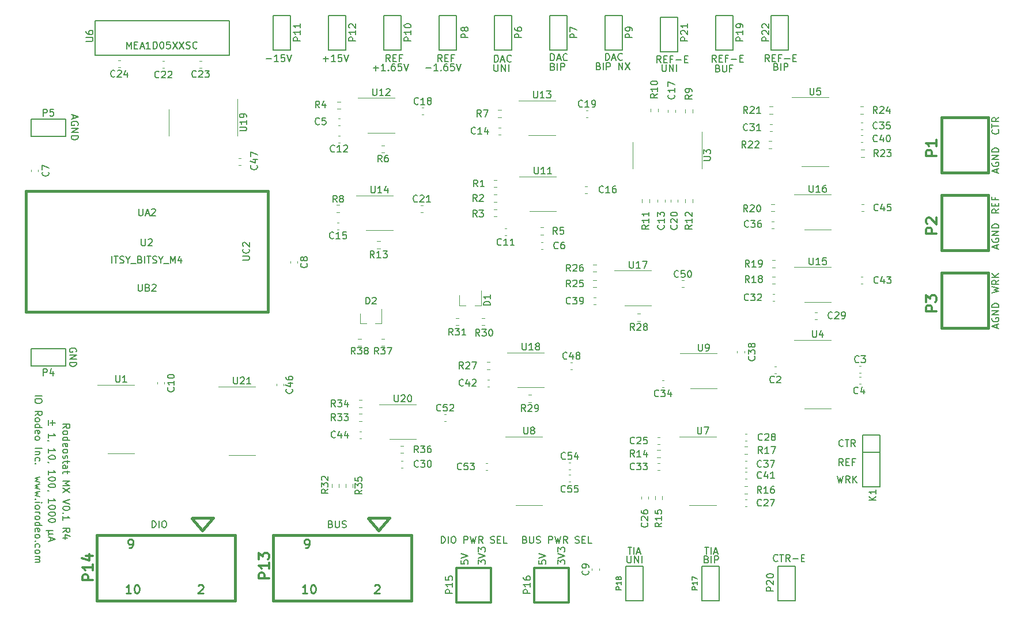
<source format=gto>
%TF.GenerationSoftware,KiCad,Pcbnew,5.1.7-a382d34a8~87~ubuntu18.04.1*%
%TF.CreationDate,2023-12-20T15:51:10-08:00*%
%TF.ProjectId,potentiostat,706f7465-6e74-4696-9f73-7461742e6b69,rev?*%
%TF.SameCoordinates,Original*%
%TF.FileFunction,Legend,Top*%
%TF.FilePolarity,Positive*%
%FSLAX46Y46*%
G04 Gerber Fmt 4.6, Leading zero omitted, Abs format (unit mm)*
G04 Created by KiCad (PCBNEW 5.1.7-a382d34a8~87~ubuntu18.04.1) date 2023-12-20 15:51:10*
%MOMM*%
%LPD*%
G01*
G04 APERTURE LIST*
%ADD10C,0.203200*%
%ADD11C,0.381000*%
%ADD12C,0.152400*%
%ADD13C,0.120000*%
%ADD14C,0.304800*%
%ADD15C,0.200000*%
%ADD16C,0.150000*%
%ADD17C,0.254000*%
G04 APERTURE END LIST*
D10*
X55220952Y-111646285D02*
X55220952Y-112420380D01*
X54833904Y-112033333D02*
X55608000Y-112033333D01*
X54640380Y-112420380D02*
X54640380Y-111646285D01*
X54640380Y-114210476D02*
X54640380Y-113629904D01*
X54640380Y-113920190D02*
X55656380Y-113920190D01*
X55511238Y-113823428D01*
X55414476Y-113726666D01*
X55366095Y-113629904D01*
X54688761Y-114694285D02*
X54640380Y-114694285D01*
X54543619Y-114645904D01*
X54495238Y-114597523D01*
X54640380Y-116436000D02*
X54640380Y-115855428D01*
X54640380Y-116145714D02*
X55656380Y-116145714D01*
X55511238Y-116048952D01*
X55414476Y-115952190D01*
X55366095Y-115855428D01*
X55656380Y-117064952D02*
X55656380Y-117161714D01*
X55608000Y-117258476D01*
X55559619Y-117306857D01*
X55462857Y-117355238D01*
X55269333Y-117403619D01*
X55027428Y-117403619D01*
X54833904Y-117355238D01*
X54737142Y-117306857D01*
X54688761Y-117258476D01*
X54640380Y-117161714D01*
X54640380Y-117064952D01*
X54688761Y-116968190D01*
X54737142Y-116919809D01*
X54833904Y-116871428D01*
X55027428Y-116823047D01*
X55269333Y-116823047D01*
X55462857Y-116871428D01*
X55559619Y-116919809D01*
X55608000Y-116968190D01*
X55656380Y-117064952D01*
X54688761Y-117887428D02*
X54640380Y-117887428D01*
X54543619Y-117839047D01*
X54495238Y-117790666D01*
X54640380Y-119629142D02*
X54640380Y-119048571D01*
X54640380Y-119338857D02*
X55656380Y-119338857D01*
X55511238Y-119242095D01*
X55414476Y-119145333D01*
X55366095Y-119048571D01*
X55656380Y-120258095D02*
X55656380Y-120354857D01*
X55608000Y-120451619D01*
X55559619Y-120500000D01*
X55462857Y-120548380D01*
X55269333Y-120596761D01*
X55027428Y-120596761D01*
X54833904Y-120548380D01*
X54737142Y-120500000D01*
X54688761Y-120451619D01*
X54640380Y-120354857D01*
X54640380Y-120258095D01*
X54688761Y-120161333D01*
X54737142Y-120112952D01*
X54833904Y-120064571D01*
X55027428Y-120016190D01*
X55269333Y-120016190D01*
X55462857Y-120064571D01*
X55559619Y-120112952D01*
X55608000Y-120161333D01*
X55656380Y-120258095D01*
X55656380Y-121225714D02*
X55656380Y-121322476D01*
X55608000Y-121419238D01*
X55559619Y-121467619D01*
X55462857Y-121516000D01*
X55269333Y-121564380D01*
X55027428Y-121564380D01*
X54833904Y-121516000D01*
X54737142Y-121467619D01*
X54688761Y-121419238D01*
X54640380Y-121322476D01*
X54640380Y-121225714D01*
X54688761Y-121128952D01*
X54737142Y-121080571D01*
X54833904Y-121032190D01*
X55027428Y-120983809D01*
X55269333Y-120983809D01*
X55462857Y-121032190D01*
X55559619Y-121080571D01*
X55608000Y-121128952D01*
X55656380Y-121225714D01*
X54688761Y-122048190D02*
X54640380Y-122048190D01*
X54543619Y-121999809D01*
X54495238Y-121951428D01*
X54640380Y-123789904D02*
X54640380Y-123209333D01*
X54640380Y-123499619D02*
X55656380Y-123499619D01*
X55511238Y-123402857D01*
X55414476Y-123306095D01*
X55366095Y-123209333D01*
X55656380Y-124418857D02*
X55656380Y-124515619D01*
X55608000Y-124612380D01*
X55559619Y-124660761D01*
X55462857Y-124709142D01*
X55269333Y-124757523D01*
X55027428Y-124757523D01*
X54833904Y-124709142D01*
X54737142Y-124660761D01*
X54688761Y-124612380D01*
X54640380Y-124515619D01*
X54640380Y-124418857D01*
X54688761Y-124322095D01*
X54737142Y-124273714D01*
X54833904Y-124225333D01*
X55027428Y-124176952D01*
X55269333Y-124176952D01*
X55462857Y-124225333D01*
X55559619Y-124273714D01*
X55608000Y-124322095D01*
X55656380Y-124418857D01*
X55656380Y-125386476D02*
X55656380Y-125483238D01*
X55608000Y-125580000D01*
X55559619Y-125628380D01*
X55462857Y-125676761D01*
X55269333Y-125725142D01*
X55027428Y-125725142D01*
X54833904Y-125676761D01*
X54737142Y-125628380D01*
X54688761Y-125580000D01*
X54640380Y-125483238D01*
X54640380Y-125386476D01*
X54688761Y-125289714D01*
X54737142Y-125241333D01*
X54833904Y-125192952D01*
X55027428Y-125144571D01*
X55269333Y-125144571D01*
X55462857Y-125192952D01*
X55559619Y-125241333D01*
X55608000Y-125289714D01*
X55656380Y-125386476D01*
X55656380Y-126354095D02*
X55656380Y-126450857D01*
X55608000Y-126547619D01*
X55559619Y-126596000D01*
X55462857Y-126644380D01*
X55269333Y-126692761D01*
X55027428Y-126692761D01*
X54833904Y-126644380D01*
X54737142Y-126596000D01*
X54688761Y-126547619D01*
X54640380Y-126450857D01*
X54640380Y-126354095D01*
X54688761Y-126257333D01*
X54737142Y-126208952D01*
X54833904Y-126160571D01*
X55027428Y-126112190D01*
X55269333Y-126112190D01*
X55462857Y-126160571D01*
X55559619Y-126208952D01*
X55608000Y-126257333D01*
X55656380Y-126354095D01*
X55317714Y-127902285D02*
X54301714Y-127902285D01*
X54785523Y-128386095D02*
X54688761Y-128434476D01*
X54640380Y-128531238D01*
X54785523Y-127902285D02*
X54688761Y-127950666D01*
X54640380Y-128047428D01*
X54640380Y-128240952D01*
X54688761Y-128337714D01*
X54785523Y-128386095D01*
X55317714Y-128386095D01*
X54930666Y-128918285D02*
X54930666Y-129402095D01*
X54640380Y-128821523D02*
X55656380Y-129160190D01*
X54640380Y-129498857D01*
X52640380Y-108035428D02*
X53656380Y-108035428D01*
X53656380Y-108712761D02*
X53656380Y-108906285D01*
X53608000Y-109003047D01*
X53511238Y-109099809D01*
X53317714Y-109148190D01*
X52979047Y-109148190D01*
X52785523Y-109099809D01*
X52688761Y-109003047D01*
X52640380Y-108906285D01*
X52640380Y-108712761D01*
X52688761Y-108616000D01*
X52785523Y-108519238D01*
X52979047Y-108470857D01*
X53317714Y-108470857D01*
X53511238Y-108519238D01*
X53608000Y-108616000D01*
X53656380Y-108712761D01*
X52640380Y-110938285D02*
X53124190Y-110599619D01*
X52640380Y-110357714D02*
X53656380Y-110357714D01*
X53656380Y-110744761D01*
X53608000Y-110841523D01*
X53559619Y-110889904D01*
X53462857Y-110938285D01*
X53317714Y-110938285D01*
X53220952Y-110889904D01*
X53172571Y-110841523D01*
X53124190Y-110744761D01*
X53124190Y-110357714D01*
X52640380Y-111518857D02*
X52688761Y-111422095D01*
X52737142Y-111373714D01*
X52833904Y-111325333D01*
X53124190Y-111325333D01*
X53220952Y-111373714D01*
X53269333Y-111422095D01*
X53317714Y-111518857D01*
X53317714Y-111664000D01*
X53269333Y-111760761D01*
X53220952Y-111809142D01*
X53124190Y-111857523D01*
X52833904Y-111857523D01*
X52737142Y-111809142D01*
X52688761Y-111760761D01*
X52640380Y-111664000D01*
X52640380Y-111518857D01*
X52640380Y-112728380D02*
X53656380Y-112728380D01*
X52688761Y-112728380D02*
X52640380Y-112631619D01*
X52640380Y-112438095D01*
X52688761Y-112341333D01*
X52737142Y-112292952D01*
X52833904Y-112244571D01*
X53124190Y-112244571D01*
X53220952Y-112292952D01*
X53269333Y-112341333D01*
X53317714Y-112438095D01*
X53317714Y-112631619D01*
X53269333Y-112728380D01*
X52688761Y-113599238D02*
X52640380Y-113502476D01*
X52640380Y-113308952D01*
X52688761Y-113212190D01*
X52785523Y-113163809D01*
X53172571Y-113163809D01*
X53269333Y-113212190D01*
X53317714Y-113308952D01*
X53317714Y-113502476D01*
X53269333Y-113599238D01*
X53172571Y-113647619D01*
X53075809Y-113647619D01*
X52979047Y-113163809D01*
X52640380Y-114228190D02*
X52688761Y-114131428D01*
X52737142Y-114083047D01*
X52833904Y-114034666D01*
X53124190Y-114034666D01*
X53220952Y-114083047D01*
X53269333Y-114131428D01*
X53317714Y-114228190D01*
X53317714Y-114373333D01*
X53269333Y-114470095D01*
X53220952Y-114518476D01*
X53124190Y-114566857D01*
X52833904Y-114566857D01*
X52737142Y-114518476D01*
X52688761Y-114470095D01*
X52640380Y-114373333D01*
X52640380Y-114228190D01*
X52640380Y-115776380D02*
X53656380Y-115776380D01*
X53317714Y-116260190D02*
X52640380Y-116260190D01*
X53220952Y-116260190D02*
X53269333Y-116308571D01*
X53317714Y-116405333D01*
X53317714Y-116550476D01*
X53269333Y-116647238D01*
X53172571Y-116695619D01*
X52640380Y-116695619D01*
X52688761Y-117614857D02*
X52640380Y-117518095D01*
X52640380Y-117324571D01*
X52688761Y-117227809D01*
X52737142Y-117179428D01*
X52833904Y-117131047D01*
X53124190Y-117131047D01*
X53220952Y-117179428D01*
X53269333Y-117227809D01*
X53317714Y-117324571D01*
X53317714Y-117518095D01*
X53269333Y-117614857D01*
X52737142Y-118050285D02*
X52688761Y-118098666D01*
X52640380Y-118050285D01*
X52688761Y-118001904D01*
X52737142Y-118050285D01*
X52640380Y-118050285D01*
X53317714Y-119985523D02*
X52640380Y-120179047D01*
X53124190Y-120372571D01*
X52640380Y-120566095D01*
X53317714Y-120759619D01*
X53317714Y-121049904D02*
X52640380Y-121243428D01*
X53124190Y-121436952D01*
X52640380Y-121630476D01*
X53317714Y-121824000D01*
X53317714Y-122114285D02*
X52640380Y-122307809D01*
X53124190Y-122501333D01*
X52640380Y-122694857D01*
X53317714Y-122888380D01*
X52737142Y-123275428D02*
X52688761Y-123323809D01*
X52640380Y-123275428D01*
X52688761Y-123227047D01*
X52737142Y-123275428D01*
X52640380Y-123275428D01*
X52640380Y-123759238D02*
X53317714Y-123759238D01*
X53656380Y-123759238D02*
X53608000Y-123710857D01*
X53559619Y-123759238D01*
X53608000Y-123807619D01*
X53656380Y-123759238D01*
X53559619Y-123759238D01*
X52640380Y-124388190D02*
X52688761Y-124291428D01*
X52737142Y-124243047D01*
X52833904Y-124194666D01*
X53124190Y-124194666D01*
X53220952Y-124243047D01*
X53269333Y-124291428D01*
X53317714Y-124388190D01*
X53317714Y-124533333D01*
X53269333Y-124630095D01*
X53220952Y-124678476D01*
X53124190Y-124726857D01*
X52833904Y-124726857D01*
X52737142Y-124678476D01*
X52688761Y-124630095D01*
X52640380Y-124533333D01*
X52640380Y-124388190D01*
X52640380Y-125162285D02*
X53317714Y-125162285D01*
X53124190Y-125162285D02*
X53220952Y-125210666D01*
X53269333Y-125259047D01*
X53317714Y-125355809D01*
X53317714Y-125452571D01*
X52640380Y-125936380D02*
X52688761Y-125839619D01*
X52737142Y-125791238D01*
X52833904Y-125742857D01*
X53124190Y-125742857D01*
X53220952Y-125791238D01*
X53269333Y-125839619D01*
X53317714Y-125936380D01*
X53317714Y-126081523D01*
X53269333Y-126178285D01*
X53220952Y-126226666D01*
X53124190Y-126275047D01*
X52833904Y-126275047D01*
X52737142Y-126226666D01*
X52688761Y-126178285D01*
X52640380Y-126081523D01*
X52640380Y-125936380D01*
X52640380Y-127145904D02*
X53656380Y-127145904D01*
X52688761Y-127145904D02*
X52640380Y-127049142D01*
X52640380Y-126855619D01*
X52688761Y-126758857D01*
X52737142Y-126710476D01*
X52833904Y-126662095D01*
X53124190Y-126662095D01*
X53220952Y-126710476D01*
X53269333Y-126758857D01*
X53317714Y-126855619D01*
X53317714Y-127049142D01*
X53269333Y-127145904D01*
X52688761Y-128016761D02*
X52640380Y-127920000D01*
X52640380Y-127726476D01*
X52688761Y-127629714D01*
X52785523Y-127581333D01*
X53172571Y-127581333D01*
X53269333Y-127629714D01*
X53317714Y-127726476D01*
X53317714Y-127920000D01*
X53269333Y-128016761D01*
X53172571Y-128065142D01*
X53075809Y-128065142D01*
X52979047Y-127581333D01*
X52640380Y-128645714D02*
X52688761Y-128548952D01*
X52737142Y-128500571D01*
X52833904Y-128452190D01*
X53124190Y-128452190D01*
X53220952Y-128500571D01*
X53269333Y-128548952D01*
X53317714Y-128645714D01*
X53317714Y-128790857D01*
X53269333Y-128887619D01*
X53220952Y-128936000D01*
X53124190Y-128984380D01*
X52833904Y-128984380D01*
X52737142Y-128936000D01*
X52688761Y-128887619D01*
X52640380Y-128790857D01*
X52640380Y-128645714D01*
X52737142Y-129419809D02*
X52688761Y-129468190D01*
X52640380Y-129419809D01*
X52688761Y-129371428D01*
X52737142Y-129419809D01*
X52640380Y-129419809D01*
X52688761Y-130339047D02*
X52640380Y-130242285D01*
X52640380Y-130048761D01*
X52688761Y-129952000D01*
X52737142Y-129903619D01*
X52833904Y-129855238D01*
X53124190Y-129855238D01*
X53220952Y-129903619D01*
X53269333Y-129952000D01*
X53317714Y-130048761D01*
X53317714Y-130242285D01*
X53269333Y-130339047D01*
X52640380Y-130919619D02*
X52688761Y-130822857D01*
X52737142Y-130774476D01*
X52833904Y-130726095D01*
X53124190Y-130726095D01*
X53220952Y-130774476D01*
X53269333Y-130822857D01*
X53317714Y-130919619D01*
X53317714Y-131064761D01*
X53269333Y-131161523D01*
X53220952Y-131209904D01*
X53124190Y-131258285D01*
X52833904Y-131258285D01*
X52737142Y-131209904D01*
X52688761Y-131161523D01*
X52640380Y-131064761D01*
X52640380Y-130919619D01*
X52640380Y-131693714D02*
X53317714Y-131693714D01*
X53220952Y-131693714D02*
X53269333Y-131742095D01*
X53317714Y-131838857D01*
X53317714Y-131984000D01*
X53269333Y-132080761D01*
X53172571Y-132129142D01*
X52640380Y-132129142D01*
X53172571Y-132129142D02*
X53269333Y-132177523D01*
X53317714Y-132274285D01*
X53317714Y-132419428D01*
X53269333Y-132516190D01*
X53172571Y-132564571D01*
X52640380Y-132564571D01*
X139651619Y-131625219D02*
X139651619Y-132447695D01*
X139700000Y-132544457D01*
X139748380Y-132592838D01*
X139845142Y-132641219D01*
X140038666Y-132641219D01*
X140135428Y-132592838D01*
X140183809Y-132544457D01*
X140232190Y-132447695D01*
X140232190Y-131625219D01*
X140716000Y-132641219D02*
X140716000Y-131625219D01*
X141296571Y-132641219D01*
X141296571Y-131625219D01*
X141780380Y-132641219D02*
X141780380Y-131625219D01*
X151316266Y-132109028D02*
X151461409Y-132157409D01*
X151509790Y-132205790D01*
X151558171Y-132302552D01*
X151558171Y-132447695D01*
X151509790Y-132544457D01*
X151461409Y-132592838D01*
X151364647Y-132641219D01*
X150977600Y-132641219D01*
X150977600Y-131625219D01*
X151316266Y-131625219D01*
X151413028Y-131673600D01*
X151461409Y-131721980D01*
X151509790Y-131818742D01*
X151509790Y-131915504D01*
X151461409Y-132012266D01*
X151413028Y-132060647D01*
X151316266Y-132109028D01*
X150977600Y-132109028D01*
X151993600Y-132641219D02*
X151993600Y-131625219D01*
X152477409Y-132641219D02*
X152477409Y-131625219D01*
X152864457Y-131625219D01*
X152961219Y-131673600D01*
X153009600Y-131721980D01*
X153057980Y-131818742D01*
X153057980Y-131963885D01*
X153009600Y-132060647D01*
X152961219Y-132109028D01*
X152864457Y-132157409D01*
X152477409Y-132157409D01*
X161527066Y-59617428D02*
X161672209Y-59665809D01*
X161720590Y-59714190D01*
X161768971Y-59810952D01*
X161768971Y-59956095D01*
X161720590Y-60052857D01*
X161672209Y-60101238D01*
X161575447Y-60149619D01*
X161188400Y-60149619D01*
X161188400Y-59133619D01*
X161527066Y-59133619D01*
X161623828Y-59182000D01*
X161672209Y-59230380D01*
X161720590Y-59327142D01*
X161720590Y-59423904D01*
X161672209Y-59520666D01*
X161623828Y-59569047D01*
X161527066Y-59617428D01*
X161188400Y-59617428D01*
X162204400Y-60149619D02*
X162204400Y-59133619D01*
X162688209Y-60149619D02*
X162688209Y-59133619D01*
X163075257Y-59133619D01*
X163172019Y-59182000D01*
X163220400Y-59230380D01*
X163268780Y-59327142D01*
X163268780Y-59472285D01*
X163220400Y-59569047D01*
X163172019Y-59617428D01*
X163075257Y-59665809D01*
X162688209Y-59665809D01*
X152978152Y-59871428D02*
X153123295Y-59919809D01*
X153171676Y-59968190D01*
X153220057Y-60064952D01*
X153220057Y-60210095D01*
X153171676Y-60306857D01*
X153123295Y-60355238D01*
X153026533Y-60403619D01*
X152639485Y-60403619D01*
X152639485Y-59387619D01*
X152978152Y-59387619D01*
X153074914Y-59436000D01*
X153123295Y-59484380D01*
X153171676Y-59581142D01*
X153171676Y-59677904D01*
X153123295Y-59774666D01*
X153074914Y-59823047D01*
X152978152Y-59871428D01*
X152639485Y-59871428D01*
X153655485Y-59387619D02*
X153655485Y-60210095D01*
X153703866Y-60306857D01*
X153752247Y-60355238D01*
X153849009Y-60403619D01*
X154042533Y-60403619D01*
X154139295Y-60355238D01*
X154187676Y-60306857D01*
X154236057Y-60210095D01*
X154236057Y-59387619D01*
X155058533Y-59871428D02*
X154719866Y-59871428D01*
X154719866Y-60403619D02*
X154719866Y-59387619D01*
X155203676Y-59387619D01*
X144782419Y-59336819D02*
X144782419Y-60159295D01*
X144830800Y-60256057D01*
X144879180Y-60304438D01*
X144975942Y-60352819D01*
X145169466Y-60352819D01*
X145266228Y-60304438D01*
X145314609Y-60256057D01*
X145362990Y-60159295D01*
X145362990Y-59336819D01*
X145846800Y-60352819D02*
X145846800Y-59336819D01*
X146427371Y-60352819D01*
X146427371Y-59336819D01*
X146911180Y-60352819D02*
X146911180Y-59336819D01*
X135435219Y-59566628D02*
X135580361Y-59615009D01*
X135628742Y-59663390D01*
X135677123Y-59760152D01*
X135677123Y-59905295D01*
X135628742Y-60002057D01*
X135580361Y-60050438D01*
X135483600Y-60098819D01*
X135096552Y-60098819D01*
X135096552Y-59082819D01*
X135435219Y-59082819D01*
X135531980Y-59131200D01*
X135580361Y-59179580D01*
X135628742Y-59276342D01*
X135628742Y-59373104D01*
X135580361Y-59469866D01*
X135531980Y-59518247D01*
X135435219Y-59566628D01*
X135096552Y-59566628D01*
X136112552Y-60098819D02*
X136112552Y-59082819D01*
X136596361Y-60098819D02*
X136596361Y-59082819D01*
X136983409Y-59082819D01*
X137080171Y-59131200D01*
X137128552Y-59179580D01*
X137176933Y-59276342D01*
X137176933Y-59421485D01*
X137128552Y-59518247D01*
X137080171Y-59566628D01*
X136983409Y-59615009D01*
X136596361Y-59615009D01*
X138386457Y-60098819D02*
X138386457Y-59082819D01*
X138967028Y-60098819D01*
X138967028Y-59082819D01*
X139354076Y-59082819D02*
X140031409Y-60098819D01*
X140031409Y-59082819D02*
X139354076Y-60098819D01*
X110056990Y-59813371D02*
X110831085Y-59813371D01*
X111847085Y-60200419D02*
X111266514Y-60200419D01*
X111556800Y-60200419D02*
X111556800Y-59184419D01*
X111460038Y-59329561D01*
X111363276Y-59426323D01*
X111266514Y-59474704D01*
X112282514Y-60103657D02*
X112330895Y-60152038D01*
X112282514Y-60200419D01*
X112234133Y-60152038D01*
X112282514Y-60103657D01*
X112282514Y-60200419D01*
X113201752Y-59184419D02*
X113008228Y-59184419D01*
X112911466Y-59232800D01*
X112863085Y-59281180D01*
X112766323Y-59426323D01*
X112717942Y-59619847D01*
X112717942Y-60006895D01*
X112766323Y-60103657D01*
X112814704Y-60152038D01*
X112911466Y-60200419D01*
X113104990Y-60200419D01*
X113201752Y-60152038D01*
X113250133Y-60103657D01*
X113298514Y-60006895D01*
X113298514Y-59764990D01*
X113250133Y-59668228D01*
X113201752Y-59619847D01*
X113104990Y-59571466D01*
X112911466Y-59571466D01*
X112814704Y-59619847D01*
X112766323Y-59668228D01*
X112717942Y-59764990D01*
X114217752Y-59184419D02*
X113733942Y-59184419D01*
X113685561Y-59668228D01*
X113733942Y-59619847D01*
X113830704Y-59571466D01*
X114072609Y-59571466D01*
X114169371Y-59619847D01*
X114217752Y-59668228D01*
X114266133Y-59764990D01*
X114266133Y-60006895D01*
X114217752Y-60103657D01*
X114169371Y-60152038D01*
X114072609Y-60200419D01*
X113830704Y-60200419D01*
X113733942Y-60152038D01*
X113685561Y-60103657D01*
X114556419Y-59184419D02*
X114895085Y-60200419D01*
X115233752Y-59184419D01*
X102335390Y-59813371D02*
X103109485Y-59813371D01*
X102722438Y-60200419D02*
X102722438Y-59426323D01*
X104125485Y-60200419D02*
X103544914Y-60200419D01*
X103835200Y-60200419D02*
X103835200Y-59184419D01*
X103738438Y-59329561D01*
X103641676Y-59426323D01*
X103544914Y-59474704D01*
X104560914Y-60103657D02*
X104609295Y-60152038D01*
X104560914Y-60200419D01*
X104512533Y-60152038D01*
X104560914Y-60103657D01*
X104560914Y-60200419D01*
X105480152Y-59184419D02*
X105286628Y-59184419D01*
X105189866Y-59232800D01*
X105141485Y-59281180D01*
X105044723Y-59426323D01*
X104996342Y-59619847D01*
X104996342Y-60006895D01*
X105044723Y-60103657D01*
X105093104Y-60152038D01*
X105189866Y-60200419D01*
X105383390Y-60200419D01*
X105480152Y-60152038D01*
X105528533Y-60103657D01*
X105576914Y-60006895D01*
X105576914Y-59764990D01*
X105528533Y-59668228D01*
X105480152Y-59619847D01*
X105383390Y-59571466D01*
X105189866Y-59571466D01*
X105093104Y-59619847D01*
X105044723Y-59668228D01*
X104996342Y-59764990D01*
X106496152Y-59184419D02*
X106012342Y-59184419D01*
X105963961Y-59668228D01*
X106012342Y-59619847D01*
X106109104Y-59571466D01*
X106351009Y-59571466D01*
X106447771Y-59619847D01*
X106496152Y-59668228D01*
X106544533Y-59764990D01*
X106544533Y-60006895D01*
X106496152Y-60103657D01*
X106447771Y-60152038D01*
X106351009Y-60200419D01*
X106109104Y-60200419D01*
X106012342Y-60152038D01*
X105963961Y-60103657D01*
X106834819Y-59184419D02*
X107173485Y-60200419D01*
X107512152Y-59184419D01*
X128710266Y-59617428D02*
X128855409Y-59665809D01*
X128903790Y-59714190D01*
X128952171Y-59810952D01*
X128952171Y-59956095D01*
X128903790Y-60052857D01*
X128855409Y-60101238D01*
X128758647Y-60149619D01*
X128371600Y-60149619D01*
X128371600Y-59133619D01*
X128710266Y-59133619D01*
X128807028Y-59182000D01*
X128855409Y-59230380D01*
X128903790Y-59327142D01*
X128903790Y-59423904D01*
X128855409Y-59520666D01*
X128807028Y-59569047D01*
X128710266Y-59617428D01*
X128371600Y-59617428D01*
X129387600Y-60149619D02*
X129387600Y-59133619D01*
X129871409Y-60149619D02*
X129871409Y-59133619D01*
X130258457Y-59133619D01*
X130355219Y-59182000D01*
X130403600Y-59230380D01*
X130451980Y-59327142D01*
X130451980Y-59472285D01*
X130403600Y-59569047D01*
X130355219Y-59617428D01*
X130258457Y-59665809D01*
X129871409Y-59665809D01*
X120093619Y-59286019D02*
X120093619Y-60108495D01*
X120142000Y-60205257D01*
X120190380Y-60253638D01*
X120287142Y-60302019D01*
X120480666Y-60302019D01*
X120577428Y-60253638D01*
X120625809Y-60205257D01*
X120674190Y-60108495D01*
X120674190Y-59286019D01*
X121158000Y-60302019D02*
X121158000Y-59286019D01*
X121738571Y-60302019D01*
X121738571Y-59286019D01*
X122222380Y-60302019D02*
X122222380Y-59286019D01*
X160535257Y-58879619D02*
X160196590Y-58395809D01*
X159954685Y-58879619D02*
X159954685Y-57863619D01*
X160341733Y-57863619D01*
X160438495Y-57912000D01*
X160486876Y-57960380D01*
X160535257Y-58057142D01*
X160535257Y-58202285D01*
X160486876Y-58299047D01*
X160438495Y-58347428D01*
X160341733Y-58395809D01*
X159954685Y-58395809D01*
X160970685Y-58347428D02*
X161309352Y-58347428D01*
X161454495Y-58879619D02*
X160970685Y-58879619D01*
X160970685Y-57863619D01*
X161454495Y-57863619D01*
X162228590Y-58347428D02*
X161889923Y-58347428D01*
X161889923Y-58879619D02*
X161889923Y-57863619D01*
X162373733Y-57863619D01*
X162760780Y-58492571D02*
X163534876Y-58492571D01*
X164018685Y-58347428D02*
X164357352Y-58347428D01*
X164502495Y-58879619D02*
X164018685Y-58879619D01*
X164018685Y-57863619D01*
X164502495Y-57863619D01*
X171377428Y-115424857D02*
X171329047Y-115473238D01*
X171183904Y-115521619D01*
X171087142Y-115521619D01*
X170942000Y-115473238D01*
X170845238Y-115376476D01*
X170796857Y-115279714D01*
X170748476Y-115086190D01*
X170748476Y-114941047D01*
X170796857Y-114747523D01*
X170845238Y-114650761D01*
X170942000Y-114554000D01*
X171087142Y-114505619D01*
X171183904Y-114505619D01*
X171329047Y-114554000D01*
X171377428Y-114602380D01*
X171667714Y-114505619D02*
X172248285Y-114505619D01*
X171958000Y-115521619D02*
X171958000Y-114505619D01*
X173167523Y-115521619D02*
X172828857Y-115037809D01*
X172586952Y-115521619D02*
X172586952Y-114505619D01*
X172974000Y-114505619D01*
X173070761Y-114554000D01*
X173119142Y-114602380D01*
X173167523Y-114699142D01*
X173167523Y-114844285D01*
X173119142Y-114941047D01*
X173070761Y-114989428D01*
X172974000Y-115037809D01*
X172586952Y-115037809D01*
X171377428Y-118315619D02*
X171038761Y-117831809D01*
X170796857Y-118315619D02*
X170796857Y-117299619D01*
X171183904Y-117299619D01*
X171280666Y-117348000D01*
X171329047Y-117396380D01*
X171377428Y-117493142D01*
X171377428Y-117638285D01*
X171329047Y-117735047D01*
X171280666Y-117783428D01*
X171183904Y-117831809D01*
X170796857Y-117831809D01*
X171812857Y-117783428D02*
X172151523Y-117783428D01*
X172296666Y-118315619D02*
X171812857Y-118315619D01*
X171812857Y-117299619D01*
X172296666Y-117299619D01*
X173070761Y-117783428D02*
X172732095Y-117783428D01*
X172732095Y-118315619D02*
X172732095Y-117299619D01*
X173215904Y-117299619D01*
X170506571Y-119839619D02*
X170748476Y-120855619D01*
X170942000Y-120129904D01*
X171135523Y-120855619D01*
X171377428Y-119839619D01*
X172345047Y-120855619D02*
X172006380Y-120371809D01*
X171764476Y-120855619D02*
X171764476Y-119839619D01*
X172151523Y-119839619D01*
X172248285Y-119888000D01*
X172296666Y-119936380D01*
X172345047Y-120033142D01*
X172345047Y-120178285D01*
X172296666Y-120275047D01*
X172248285Y-120323428D01*
X172151523Y-120371809D01*
X171764476Y-120371809D01*
X172780476Y-120855619D02*
X172780476Y-119839619D01*
X173361047Y-120855619D02*
X172925619Y-120275047D01*
X173361047Y-119839619D02*
X172780476Y-120420190D01*
X194164857Y-68906571D02*
X194213238Y-68954952D01*
X194261619Y-69100095D01*
X194261619Y-69196857D01*
X194213238Y-69342000D01*
X194116476Y-69438761D01*
X194019714Y-69487142D01*
X193826190Y-69535523D01*
X193681047Y-69535523D01*
X193487523Y-69487142D01*
X193390761Y-69438761D01*
X193294000Y-69342000D01*
X193245619Y-69196857D01*
X193245619Y-69100095D01*
X193294000Y-68954952D01*
X193342380Y-68906571D01*
X193245619Y-68616285D02*
X193245619Y-68035714D01*
X194261619Y-68326000D02*
X193245619Y-68326000D01*
X194261619Y-67116476D02*
X193777809Y-67455142D01*
X194261619Y-67697047D02*
X193245619Y-67697047D01*
X193245619Y-67310000D01*
X193294000Y-67213238D01*
X193342380Y-67164857D01*
X193439142Y-67116476D01*
X193584285Y-67116476D01*
X193681047Y-67164857D01*
X193729428Y-67213238D01*
X193777809Y-67310000D01*
X193777809Y-67697047D01*
X194261619Y-80590571D02*
X193777809Y-80929238D01*
X194261619Y-81171142D02*
X193245619Y-81171142D01*
X193245619Y-80784095D01*
X193294000Y-80687333D01*
X193342380Y-80638952D01*
X193439142Y-80590571D01*
X193584285Y-80590571D01*
X193681047Y-80638952D01*
X193729428Y-80687333D01*
X193777809Y-80784095D01*
X193777809Y-81171142D01*
X193729428Y-80155142D02*
X193729428Y-79816476D01*
X194261619Y-79671333D02*
X194261619Y-80155142D01*
X193245619Y-80155142D01*
X193245619Y-79671333D01*
X193729428Y-78897238D02*
X193729428Y-79235904D01*
X194261619Y-79235904D02*
X193245619Y-79235904D01*
X193245619Y-78752095D01*
X193245619Y-92891428D02*
X194261619Y-92649523D01*
X193535904Y-92456000D01*
X194261619Y-92262476D01*
X193245619Y-92020571D01*
X194261619Y-91052952D02*
X193777809Y-91391619D01*
X194261619Y-91633523D02*
X193245619Y-91633523D01*
X193245619Y-91246476D01*
X193294000Y-91149714D01*
X193342380Y-91101333D01*
X193439142Y-91052952D01*
X193584285Y-91052952D01*
X193681047Y-91101333D01*
X193729428Y-91149714D01*
X193777809Y-91246476D01*
X193777809Y-91633523D01*
X194261619Y-90617523D02*
X193245619Y-90617523D01*
X194261619Y-90036952D02*
X193681047Y-90472380D01*
X193245619Y-90036952D02*
X193826190Y-90617523D01*
X193971333Y-75196095D02*
X193971333Y-74712285D01*
X194261619Y-75292857D02*
X193245619Y-74954190D01*
X194261619Y-74615523D01*
X193294000Y-73744666D02*
X193245619Y-73841428D01*
X193245619Y-73986571D01*
X193294000Y-74131714D01*
X193390761Y-74228476D01*
X193487523Y-74276857D01*
X193681047Y-74325238D01*
X193826190Y-74325238D01*
X194019714Y-74276857D01*
X194116476Y-74228476D01*
X194213238Y-74131714D01*
X194261619Y-73986571D01*
X194261619Y-73889809D01*
X194213238Y-73744666D01*
X194164857Y-73696285D01*
X193826190Y-73696285D01*
X193826190Y-73889809D01*
X194261619Y-73260857D02*
X193245619Y-73260857D01*
X194261619Y-72680285D01*
X193245619Y-72680285D01*
X194261619Y-72196476D02*
X193245619Y-72196476D01*
X193245619Y-71954571D01*
X193294000Y-71809428D01*
X193390761Y-71712666D01*
X193487523Y-71664285D01*
X193681047Y-71615904D01*
X193826190Y-71615904D01*
X194019714Y-71664285D01*
X194116476Y-71712666D01*
X194213238Y-71809428D01*
X194261619Y-71954571D01*
X194261619Y-72196476D01*
X193971333Y-86372095D02*
X193971333Y-85888285D01*
X194261619Y-86468857D02*
X193245619Y-86130190D01*
X194261619Y-85791523D01*
X193294000Y-84920666D02*
X193245619Y-85017428D01*
X193245619Y-85162571D01*
X193294000Y-85307714D01*
X193390761Y-85404476D01*
X193487523Y-85452857D01*
X193681047Y-85501238D01*
X193826190Y-85501238D01*
X194019714Y-85452857D01*
X194116476Y-85404476D01*
X194213238Y-85307714D01*
X194261619Y-85162571D01*
X194261619Y-85065809D01*
X194213238Y-84920666D01*
X194164857Y-84872285D01*
X193826190Y-84872285D01*
X193826190Y-85065809D01*
X194261619Y-84436857D02*
X193245619Y-84436857D01*
X194261619Y-83856285D01*
X193245619Y-83856285D01*
X194261619Y-83372476D02*
X193245619Y-83372476D01*
X193245619Y-83130571D01*
X193294000Y-82985428D01*
X193390761Y-82888666D01*
X193487523Y-82840285D01*
X193681047Y-82791904D01*
X193826190Y-82791904D01*
X194019714Y-82840285D01*
X194116476Y-82888666D01*
X194213238Y-82985428D01*
X194261619Y-83130571D01*
X194261619Y-83372476D01*
X193971333Y-98056095D02*
X193971333Y-97572285D01*
X194261619Y-98152857D02*
X193245619Y-97814190D01*
X194261619Y-97475523D01*
X193294000Y-96604666D02*
X193245619Y-96701428D01*
X193245619Y-96846571D01*
X193294000Y-96991714D01*
X193390761Y-97088476D01*
X193487523Y-97136857D01*
X193681047Y-97185238D01*
X193826190Y-97185238D01*
X194019714Y-97136857D01*
X194116476Y-97088476D01*
X194213238Y-96991714D01*
X194261619Y-96846571D01*
X194261619Y-96749809D01*
X194213238Y-96604666D01*
X194164857Y-96556285D01*
X193826190Y-96556285D01*
X193826190Y-96749809D01*
X194261619Y-96120857D02*
X193245619Y-96120857D01*
X194261619Y-95540285D01*
X193245619Y-95540285D01*
X194261619Y-95056476D02*
X193245619Y-95056476D01*
X193245619Y-94814571D01*
X193294000Y-94669428D01*
X193390761Y-94572666D01*
X193487523Y-94524285D01*
X193681047Y-94475904D01*
X193826190Y-94475904D01*
X194019714Y-94524285D01*
X194116476Y-94572666D01*
X194213238Y-94669428D01*
X194261619Y-94814571D01*
X194261619Y-95056476D01*
X58250666Y-66789904D02*
X58250666Y-67273714D01*
X57960380Y-66693142D02*
X58976380Y-67031809D01*
X57960380Y-67370476D01*
X58928000Y-68241333D02*
X58976380Y-68144571D01*
X58976380Y-67999428D01*
X58928000Y-67854285D01*
X58831238Y-67757523D01*
X58734476Y-67709142D01*
X58540952Y-67660761D01*
X58395809Y-67660761D01*
X58202285Y-67709142D01*
X58105523Y-67757523D01*
X58008761Y-67854285D01*
X57960380Y-67999428D01*
X57960380Y-68096190D01*
X58008761Y-68241333D01*
X58057142Y-68289714D01*
X58395809Y-68289714D01*
X58395809Y-68096190D01*
X57960380Y-68725142D02*
X58976380Y-68725142D01*
X57960380Y-69305714D01*
X58976380Y-69305714D01*
X57960380Y-69789523D02*
X58976380Y-69789523D01*
X58976380Y-70031428D01*
X58928000Y-70176571D01*
X58831238Y-70273333D01*
X58734476Y-70321714D01*
X58540952Y-70370095D01*
X58395809Y-70370095D01*
X58202285Y-70321714D01*
X58105523Y-70273333D01*
X58008761Y-70176571D01*
X57960380Y-70031428D01*
X57960380Y-69789523D01*
X58674000Y-101587904D02*
X58722380Y-101491142D01*
X58722380Y-101346000D01*
X58674000Y-101200857D01*
X58577238Y-101104095D01*
X58480476Y-101055714D01*
X58286952Y-101007333D01*
X58141809Y-101007333D01*
X57948285Y-101055714D01*
X57851523Y-101104095D01*
X57754761Y-101200857D01*
X57706380Y-101346000D01*
X57706380Y-101442761D01*
X57754761Y-101587904D01*
X57803142Y-101636285D01*
X58141809Y-101636285D01*
X58141809Y-101442761D01*
X57706380Y-102071714D02*
X58722380Y-102071714D01*
X57706380Y-102652285D01*
X58722380Y-102652285D01*
X57706380Y-103136095D02*
X58722380Y-103136095D01*
X58722380Y-103378000D01*
X58674000Y-103523142D01*
X58577238Y-103619904D01*
X58480476Y-103668285D01*
X58286952Y-103716666D01*
X58141809Y-103716666D01*
X57948285Y-103668285D01*
X57851523Y-103619904D01*
X57754761Y-103523142D01*
X57706380Y-103378000D01*
X57706380Y-103136095D01*
X129491619Y-132829904D02*
X129491619Y-132200952D01*
X129878666Y-132539619D01*
X129878666Y-132394476D01*
X129927047Y-132297714D01*
X129975428Y-132249333D01*
X130072190Y-132200952D01*
X130314095Y-132200952D01*
X130410857Y-132249333D01*
X130459238Y-132297714D01*
X130507619Y-132394476D01*
X130507619Y-132684761D01*
X130459238Y-132781523D01*
X130410857Y-132829904D01*
X129491619Y-131910666D02*
X130507619Y-131572000D01*
X129491619Y-131233333D01*
X129491619Y-130991428D02*
X129491619Y-130362476D01*
X129878666Y-130701142D01*
X129878666Y-130556000D01*
X129927047Y-130459238D01*
X129975428Y-130410857D01*
X130072190Y-130362476D01*
X130314095Y-130362476D01*
X130410857Y-130410857D01*
X130459238Y-130459238D01*
X130507619Y-130556000D01*
X130507619Y-130846285D01*
X130459238Y-130943047D01*
X130410857Y-130991428D01*
X126697619Y-132273523D02*
X126697619Y-132757333D01*
X127181428Y-132805714D01*
X127133047Y-132757333D01*
X127084666Y-132660571D01*
X127084666Y-132418666D01*
X127133047Y-132321904D01*
X127181428Y-132273523D01*
X127278190Y-132225142D01*
X127520095Y-132225142D01*
X127616857Y-132273523D01*
X127665238Y-132321904D01*
X127713619Y-132418666D01*
X127713619Y-132660571D01*
X127665238Y-132757333D01*
X127616857Y-132805714D01*
X126697619Y-131934857D02*
X127713619Y-131596190D01*
X126697619Y-131257523D01*
X124617238Y-129213428D02*
X124762380Y-129261809D01*
X124810761Y-129310190D01*
X124859142Y-129406952D01*
X124859142Y-129552095D01*
X124810761Y-129648857D01*
X124762380Y-129697238D01*
X124665619Y-129745619D01*
X124278571Y-129745619D01*
X124278571Y-128729619D01*
X124617238Y-128729619D01*
X124714000Y-128778000D01*
X124762380Y-128826380D01*
X124810761Y-128923142D01*
X124810761Y-129019904D01*
X124762380Y-129116666D01*
X124714000Y-129165047D01*
X124617238Y-129213428D01*
X124278571Y-129213428D01*
X125294571Y-128729619D02*
X125294571Y-129552095D01*
X125342952Y-129648857D01*
X125391333Y-129697238D01*
X125488095Y-129745619D01*
X125681619Y-129745619D01*
X125778380Y-129697238D01*
X125826761Y-129648857D01*
X125875142Y-129552095D01*
X125875142Y-128729619D01*
X126310571Y-129697238D02*
X126455714Y-129745619D01*
X126697619Y-129745619D01*
X126794380Y-129697238D01*
X126842761Y-129648857D01*
X126891142Y-129552095D01*
X126891142Y-129455333D01*
X126842761Y-129358571D01*
X126794380Y-129310190D01*
X126697619Y-129261809D01*
X126504095Y-129213428D01*
X126407333Y-129165047D01*
X126358952Y-129116666D01*
X126310571Y-129019904D01*
X126310571Y-128923142D01*
X126358952Y-128826380D01*
X126407333Y-128778000D01*
X126504095Y-128729619D01*
X126746000Y-128729619D01*
X126891142Y-128778000D01*
X128100666Y-129745619D02*
X128100666Y-128729619D01*
X128487714Y-128729619D01*
X128584476Y-128778000D01*
X128632857Y-128826380D01*
X128681238Y-128923142D01*
X128681238Y-129068285D01*
X128632857Y-129165047D01*
X128584476Y-129213428D01*
X128487714Y-129261809D01*
X128100666Y-129261809D01*
X129019904Y-128729619D02*
X129261809Y-129745619D01*
X129455333Y-129019904D01*
X129648857Y-129745619D01*
X129890761Y-128729619D01*
X130858380Y-129745619D02*
X130519714Y-129261809D01*
X130277809Y-129745619D02*
X130277809Y-128729619D01*
X130664857Y-128729619D01*
X130761619Y-128778000D01*
X130810000Y-128826380D01*
X130858380Y-128923142D01*
X130858380Y-129068285D01*
X130810000Y-129165047D01*
X130761619Y-129213428D01*
X130664857Y-129261809D01*
X130277809Y-129261809D01*
X132019523Y-129697238D02*
X132164666Y-129745619D01*
X132406571Y-129745619D01*
X132503333Y-129697238D01*
X132551714Y-129648857D01*
X132600095Y-129552095D01*
X132600095Y-129455333D01*
X132551714Y-129358571D01*
X132503333Y-129310190D01*
X132406571Y-129261809D01*
X132213047Y-129213428D01*
X132116285Y-129165047D01*
X132067904Y-129116666D01*
X132019523Y-129019904D01*
X132019523Y-128923142D01*
X132067904Y-128826380D01*
X132116285Y-128778000D01*
X132213047Y-128729619D01*
X132454952Y-128729619D01*
X132600095Y-128778000D01*
X133035523Y-129213428D02*
X133374190Y-129213428D01*
X133519333Y-129745619D02*
X133035523Y-129745619D01*
X133035523Y-128729619D01*
X133519333Y-128729619D01*
X134438571Y-129745619D02*
X133954761Y-129745619D01*
X133954761Y-128729619D01*
X112328476Y-129745619D02*
X112328476Y-128729619D01*
X112570380Y-128729619D01*
X112715523Y-128778000D01*
X112812285Y-128874761D01*
X112860666Y-128971523D01*
X112909047Y-129165047D01*
X112909047Y-129310190D01*
X112860666Y-129503714D01*
X112812285Y-129600476D01*
X112715523Y-129697238D01*
X112570380Y-129745619D01*
X112328476Y-129745619D01*
X113344476Y-129745619D02*
X113344476Y-128729619D01*
X114021809Y-128729619D02*
X114215333Y-128729619D01*
X114312095Y-128778000D01*
X114408857Y-128874761D01*
X114457238Y-129068285D01*
X114457238Y-129406952D01*
X114408857Y-129600476D01*
X114312095Y-129697238D01*
X114215333Y-129745619D01*
X114021809Y-129745619D01*
X113925047Y-129697238D01*
X113828285Y-129600476D01*
X113779904Y-129406952D01*
X113779904Y-129068285D01*
X113828285Y-128874761D01*
X113925047Y-128778000D01*
X114021809Y-128729619D01*
X115666761Y-129745619D02*
X115666761Y-128729619D01*
X116053809Y-128729619D01*
X116150571Y-128778000D01*
X116198952Y-128826380D01*
X116247333Y-128923142D01*
X116247333Y-129068285D01*
X116198952Y-129165047D01*
X116150571Y-129213428D01*
X116053809Y-129261809D01*
X115666761Y-129261809D01*
X116586000Y-128729619D02*
X116827904Y-129745619D01*
X117021428Y-129019904D01*
X117214952Y-129745619D01*
X117456857Y-128729619D01*
X118424476Y-129745619D02*
X118085809Y-129261809D01*
X117843904Y-129745619D02*
X117843904Y-128729619D01*
X118230952Y-128729619D01*
X118327714Y-128778000D01*
X118376095Y-128826380D01*
X118424476Y-128923142D01*
X118424476Y-129068285D01*
X118376095Y-129165047D01*
X118327714Y-129213428D01*
X118230952Y-129261809D01*
X117843904Y-129261809D01*
X119585619Y-129697238D02*
X119730761Y-129745619D01*
X119972666Y-129745619D01*
X120069428Y-129697238D01*
X120117809Y-129648857D01*
X120166190Y-129552095D01*
X120166190Y-129455333D01*
X120117809Y-129358571D01*
X120069428Y-129310190D01*
X119972666Y-129261809D01*
X119779142Y-129213428D01*
X119682380Y-129165047D01*
X119634000Y-129116666D01*
X119585619Y-129019904D01*
X119585619Y-128923142D01*
X119634000Y-128826380D01*
X119682380Y-128778000D01*
X119779142Y-128729619D01*
X120021047Y-128729619D01*
X120166190Y-128778000D01*
X120601619Y-129213428D02*
X120940285Y-129213428D01*
X121085428Y-129745619D02*
X120601619Y-129745619D01*
X120601619Y-128729619D01*
X121085428Y-128729619D01*
X122004666Y-129745619D02*
X121520857Y-129745619D01*
X121520857Y-128729619D01*
X117807619Y-132829904D02*
X117807619Y-132200952D01*
X118194666Y-132539619D01*
X118194666Y-132394476D01*
X118243047Y-132297714D01*
X118291428Y-132249333D01*
X118388190Y-132200952D01*
X118630095Y-132200952D01*
X118726857Y-132249333D01*
X118775238Y-132297714D01*
X118823619Y-132394476D01*
X118823619Y-132684761D01*
X118775238Y-132781523D01*
X118726857Y-132829904D01*
X117807619Y-131910666D02*
X118823619Y-131572000D01*
X117807619Y-131233333D01*
X117807619Y-130991428D02*
X117807619Y-130362476D01*
X118194666Y-130701142D01*
X118194666Y-130556000D01*
X118243047Y-130459238D01*
X118291428Y-130410857D01*
X118388190Y-130362476D01*
X118630095Y-130362476D01*
X118726857Y-130410857D01*
X118775238Y-130459238D01*
X118823619Y-130556000D01*
X118823619Y-130846285D01*
X118775238Y-130943047D01*
X118726857Y-130991428D01*
X115267619Y-132273523D02*
X115267619Y-132757333D01*
X115751428Y-132805714D01*
X115703047Y-132757333D01*
X115654666Y-132660571D01*
X115654666Y-132418666D01*
X115703047Y-132321904D01*
X115751428Y-132273523D01*
X115848190Y-132225142D01*
X116090095Y-132225142D01*
X116186857Y-132273523D01*
X116235238Y-132321904D01*
X116283619Y-132418666D01*
X116283619Y-132660571D01*
X116235238Y-132757333D01*
X116186857Y-132805714D01*
X115267619Y-131934857D02*
X116283619Y-131596190D01*
X115267619Y-131257523D01*
X96084571Y-126927428D02*
X96229714Y-126975809D01*
X96278095Y-127024190D01*
X96326476Y-127120952D01*
X96326476Y-127266095D01*
X96278095Y-127362857D01*
X96229714Y-127411238D01*
X96132952Y-127459619D01*
X95745904Y-127459619D01*
X95745904Y-126443619D01*
X96084571Y-126443619D01*
X96181333Y-126492000D01*
X96229714Y-126540380D01*
X96278095Y-126637142D01*
X96278095Y-126733904D01*
X96229714Y-126830666D01*
X96181333Y-126879047D01*
X96084571Y-126927428D01*
X95745904Y-126927428D01*
X96761904Y-126443619D02*
X96761904Y-127266095D01*
X96810285Y-127362857D01*
X96858666Y-127411238D01*
X96955428Y-127459619D01*
X97148952Y-127459619D01*
X97245714Y-127411238D01*
X97294095Y-127362857D01*
X97342476Y-127266095D01*
X97342476Y-126443619D01*
X97777904Y-127411238D02*
X97923047Y-127459619D01*
X98164952Y-127459619D01*
X98261714Y-127411238D01*
X98310095Y-127362857D01*
X98358476Y-127266095D01*
X98358476Y-127169333D01*
X98310095Y-127072571D01*
X98261714Y-127024190D01*
X98164952Y-126975809D01*
X97971428Y-126927428D01*
X97874666Y-126879047D01*
X97826285Y-126830666D01*
X97777904Y-126733904D01*
X97777904Y-126637142D01*
X97826285Y-126540380D01*
X97874666Y-126492000D01*
X97971428Y-126443619D01*
X98213333Y-126443619D01*
X98358476Y-126492000D01*
X69825809Y-127459619D02*
X69825809Y-126443619D01*
X70067714Y-126443619D01*
X70212857Y-126492000D01*
X70309619Y-126588761D01*
X70358000Y-126685523D01*
X70406380Y-126879047D01*
X70406380Y-127024190D01*
X70358000Y-127217714D01*
X70309619Y-127314476D01*
X70212857Y-127411238D01*
X70067714Y-127459619D01*
X69825809Y-127459619D01*
X70841809Y-127459619D02*
X70841809Y-126443619D01*
X71519142Y-126443619D02*
X71712666Y-126443619D01*
X71809428Y-126492000D01*
X71906190Y-126588761D01*
X71954571Y-126782285D01*
X71954571Y-127120952D01*
X71906190Y-127314476D01*
X71809428Y-127411238D01*
X71712666Y-127459619D01*
X71519142Y-127459619D01*
X71422380Y-127411238D01*
X71325619Y-127314476D01*
X71277238Y-127120952D01*
X71277238Y-126782285D01*
X71325619Y-126588761D01*
X71422380Y-126492000D01*
X71519142Y-126443619D01*
X56740380Y-112828476D02*
X57224190Y-112489809D01*
X56740380Y-112247904D02*
X57756380Y-112247904D01*
X57756380Y-112634952D01*
X57708000Y-112731714D01*
X57659619Y-112780095D01*
X57562857Y-112828476D01*
X57417714Y-112828476D01*
X57320952Y-112780095D01*
X57272571Y-112731714D01*
X57224190Y-112634952D01*
X57224190Y-112247904D01*
X56740380Y-113409047D02*
X56788761Y-113312285D01*
X56837142Y-113263904D01*
X56933904Y-113215523D01*
X57224190Y-113215523D01*
X57320952Y-113263904D01*
X57369333Y-113312285D01*
X57417714Y-113409047D01*
X57417714Y-113554190D01*
X57369333Y-113650952D01*
X57320952Y-113699333D01*
X57224190Y-113747714D01*
X56933904Y-113747714D01*
X56837142Y-113699333D01*
X56788761Y-113650952D01*
X56740380Y-113554190D01*
X56740380Y-113409047D01*
X56740380Y-114618571D02*
X57756380Y-114618571D01*
X56788761Y-114618571D02*
X56740380Y-114521809D01*
X56740380Y-114328285D01*
X56788761Y-114231523D01*
X56837142Y-114183142D01*
X56933904Y-114134761D01*
X57224190Y-114134761D01*
X57320952Y-114183142D01*
X57369333Y-114231523D01*
X57417714Y-114328285D01*
X57417714Y-114521809D01*
X57369333Y-114618571D01*
X56788761Y-115489428D02*
X56740380Y-115392666D01*
X56740380Y-115199142D01*
X56788761Y-115102380D01*
X56885523Y-115054000D01*
X57272571Y-115054000D01*
X57369333Y-115102380D01*
X57417714Y-115199142D01*
X57417714Y-115392666D01*
X57369333Y-115489428D01*
X57272571Y-115537809D01*
X57175809Y-115537809D01*
X57079047Y-115054000D01*
X56740380Y-116118380D02*
X56788761Y-116021619D01*
X56837142Y-115973238D01*
X56933904Y-115924857D01*
X57224190Y-115924857D01*
X57320952Y-115973238D01*
X57369333Y-116021619D01*
X57417714Y-116118380D01*
X57417714Y-116263523D01*
X57369333Y-116360285D01*
X57320952Y-116408666D01*
X57224190Y-116457047D01*
X56933904Y-116457047D01*
X56837142Y-116408666D01*
X56788761Y-116360285D01*
X56740380Y-116263523D01*
X56740380Y-116118380D01*
X56788761Y-116844095D02*
X56740380Y-116940857D01*
X56740380Y-117134380D01*
X56788761Y-117231142D01*
X56885523Y-117279523D01*
X56933904Y-117279523D01*
X57030666Y-117231142D01*
X57079047Y-117134380D01*
X57079047Y-116989238D01*
X57127428Y-116892476D01*
X57224190Y-116844095D01*
X57272571Y-116844095D01*
X57369333Y-116892476D01*
X57417714Y-116989238D01*
X57417714Y-117134380D01*
X57369333Y-117231142D01*
X57417714Y-117569809D02*
X57417714Y-117956857D01*
X57756380Y-117714952D02*
X56885523Y-117714952D01*
X56788761Y-117763333D01*
X56740380Y-117860095D01*
X56740380Y-117956857D01*
X56740380Y-118730952D02*
X57272571Y-118730952D01*
X57369333Y-118682571D01*
X57417714Y-118585809D01*
X57417714Y-118392285D01*
X57369333Y-118295523D01*
X56788761Y-118730952D02*
X56740380Y-118634190D01*
X56740380Y-118392285D01*
X56788761Y-118295523D01*
X56885523Y-118247142D01*
X56982285Y-118247142D01*
X57079047Y-118295523D01*
X57127428Y-118392285D01*
X57127428Y-118634190D01*
X57175809Y-118730952D01*
X57417714Y-119069619D02*
X57417714Y-119456666D01*
X57756380Y-119214761D02*
X56885523Y-119214761D01*
X56788761Y-119263142D01*
X56740380Y-119359904D01*
X56740380Y-119456666D01*
X56740380Y-120569428D02*
X57756380Y-120569428D01*
X57030666Y-120908095D01*
X57756380Y-121246761D01*
X56740380Y-121246761D01*
X57756380Y-121633809D02*
X56740380Y-122311142D01*
X57756380Y-122311142D02*
X56740380Y-121633809D01*
X57756380Y-123327142D02*
X56740380Y-123665809D01*
X57756380Y-124004476D01*
X57756380Y-124536666D02*
X57756380Y-124633428D01*
X57708000Y-124730190D01*
X57659619Y-124778571D01*
X57562857Y-124826952D01*
X57369333Y-124875333D01*
X57127428Y-124875333D01*
X56933904Y-124826952D01*
X56837142Y-124778571D01*
X56788761Y-124730190D01*
X56740380Y-124633428D01*
X56740380Y-124536666D01*
X56788761Y-124439904D01*
X56837142Y-124391523D01*
X56933904Y-124343142D01*
X57127428Y-124294761D01*
X57369333Y-124294761D01*
X57562857Y-124343142D01*
X57659619Y-124391523D01*
X57708000Y-124439904D01*
X57756380Y-124536666D01*
X56837142Y-125310761D02*
X56788761Y-125359142D01*
X56740380Y-125310761D01*
X56788761Y-125262380D01*
X56837142Y-125310761D01*
X56740380Y-125310761D01*
X56740380Y-126326761D02*
X56740380Y-125746190D01*
X56740380Y-126036476D02*
X57756380Y-126036476D01*
X57611238Y-125939714D01*
X57514476Y-125842952D01*
X57466095Y-125746190D01*
X56740380Y-128116857D02*
X57224190Y-127778190D01*
X56740380Y-127536285D02*
X57756380Y-127536285D01*
X57756380Y-127923333D01*
X57708000Y-128020095D01*
X57659619Y-128068476D01*
X57562857Y-128116857D01*
X57417714Y-128116857D01*
X57320952Y-128068476D01*
X57272571Y-128020095D01*
X57224190Y-127923333D01*
X57224190Y-127536285D01*
X57417714Y-128987714D02*
X56740380Y-128987714D01*
X57804761Y-128745809D02*
X57079047Y-128503904D01*
X57079047Y-129132857D01*
X139748380Y-130355219D02*
X140328952Y-130355219D01*
X140038666Y-131371219D02*
X140038666Y-130355219D01*
X140667619Y-131371219D02*
X140667619Y-130355219D01*
X141103047Y-131080933D02*
X141586857Y-131080933D01*
X141006285Y-131371219D02*
X141344952Y-130355219D01*
X141683619Y-131371219D01*
X151025980Y-130355219D02*
X151606552Y-130355219D01*
X151316266Y-131371219D02*
X151316266Y-130355219D01*
X151945219Y-131371219D02*
X151945219Y-130355219D01*
X152380647Y-131080933D02*
X152864457Y-131080933D01*
X152283885Y-131371219D02*
X152622552Y-130355219D01*
X152961219Y-131371219D01*
X144584057Y-59032019D02*
X144245390Y-58548209D01*
X144003485Y-59032019D02*
X144003485Y-58016019D01*
X144390533Y-58016019D01*
X144487295Y-58064400D01*
X144535676Y-58112780D01*
X144584057Y-58209542D01*
X144584057Y-58354685D01*
X144535676Y-58451447D01*
X144487295Y-58499828D01*
X144390533Y-58548209D01*
X144003485Y-58548209D01*
X145019485Y-58499828D02*
X145358152Y-58499828D01*
X145503295Y-59032019D02*
X145019485Y-59032019D01*
X145019485Y-58016019D01*
X145503295Y-58016019D01*
X146277390Y-58499828D02*
X145938723Y-58499828D01*
X145938723Y-59032019D02*
X145938723Y-58016019D01*
X146422533Y-58016019D01*
X146809580Y-58644971D02*
X147583676Y-58644971D01*
X148067485Y-58499828D02*
X148406152Y-58499828D01*
X148551295Y-59032019D02*
X148067485Y-59032019D01*
X148067485Y-58016019D01*
X148551295Y-58016019D01*
X112449428Y-58879619D02*
X112110761Y-58395809D01*
X111868857Y-58879619D02*
X111868857Y-57863619D01*
X112255904Y-57863619D01*
X112352666Y-57912000D01*
X112401047Y-57960380D01*
X112449428Y-58057142D01*
X112449428Y-58202285D01*
X112401047Y-58299047D01*
X112352666Y-58347428D01*
X112255904Y-58395809D01*
X111868857Y-58395809D01*
X112884857Y-58347428D02*
X113223523Y-58347428D01*
X113368666Y-58879619D02*
X112884857Y-58879619D01*
X112884857Y-57863619D01*
X113368666Y-57863619D01*
X114142761Y-58347428D02*
X113804095Y-58347428D01*
X113804095Y-58879619D02*
X113804095Y-57863619D01*
X114287904Y-57863619D01*
X152712057Y-58930419D02*
X152373390Y-58446609D01*
X152131485Y-58930419D02*
X152131485Y-57914419D01*
X152518533Y-57914419D01*
X152615295Y-57962800D01*
X152663676Y-58011180D01*
X152712057Y-58107942D01*
X152712057Y-58253085D01*
X152663676Y-58349847D01*
X152615295Y-58398228D01*
X152518533Y-58446609D01*
X152131485Y-58446609D01*
X153147485Y-58398228D02*
X153486152Y-58398228D01*
X153631295Y-58930419D02*
X153147485Y-58930419D01*
X153147485Y-57914419D01*
X153631295Y-57914419D01*
X154405390Y-58398228D02*
X154066723Y-58398228D01*
X154066723Y-58930419D02*
X154066723Y-57914419D01*
X154550533Y-57914419D01*
X154937580Y-58543371D02*
X155711676Y-58543371D01*
X156195485Y-58398228D02*
X156534152Y-58398228D01*
X156679295Y-58930419D02*
X156195485Y-58930419D01*
X156195485Y-57914419D01*
X156679295Y-57914419D01*
X161754457Y-132341257D02*
X161706076Y-132389638D01*
X161560933Y-132438019D01*
X161464171Y-132438019D01*
X161319028Y-132389638D01*
X161222266Y-132292876D01*
X161173885Y-132196114D01*
X161125504Y-132002590D01*
X161125504Y-131857447D01*
X161173885Y-131663923D01*
X161222266Y-131567161D01*
X161319028Y-131470400D01*
X161464171Y-131422019D01*
X161560933Y-131422019D01*
X161706076Y-131470400D01*
X161754457Y-131518780D01*
X162044742Y-131422019D02*
X162625314Y-131422019D01*
X162335028Y-132438019D02*
X162335028Y-131422019D01*
X163544552Y-132438019D02*
X163205885Y-131954209D01*
X162963980Y-132438019D02*
X162963980Y-131422019D01*
X163351028Y-131422019D01*
X163447790Y-131470400D01*
X163496171Y-131518780D01*
X163544552Y-131615542D01*
X163544552Y-131760685D01*
X163496171Y-131857447D01*
X163447790Y-131905828D01*
X163351028Y-131954209D01*
X162963980Y-131954209D01*
X163979980Y-132050971D02*
X164754076Y-132050971D01*
X165237885Y-131905828D02*
X165576552Y-131905828D01*
X165721695Y-132438019D02*
X165237885Y-132438019D01*
X165237885Y-131422019D01*
X165721695Y-131422019D01*
X136458476Y-58676419D02*
X136458476Y-57660419D01*
X136700380Y-57660419D01*
X136845523Y-57708800D01*
X136942285Y-57805561D01*
X136990666Y-57902323D01*
X137039047Y-58095847D01*
X137039047Y-58240990D01*
X136990666Y-58434514D01*
X136942285Y-58531276D01*
X136845523Y-58628038D01*
X136700380Y-58676419D01*
X136458476Y-58676419D01*
X137426095Y-58386133D02*
X137909904Y-58386133D01*
X137329333Y-58676419D02*
X137668000Y-57660419D01*
X138006666Y-58676419D01*
X138925904Y-58579657D02*
X138877523Y-58628038D01*
X138732380Y-58676419D01*
X138635619Y-58676419D01*
X138490476Y-58628038D01*
X138393714Y-58531276D01*
X138345333Y-58434514D01*
X138296952Y-58240990D01*
X138296952Y-58095847D01*
X138345333Y-57902323D01*
X138393714Y-57805561D01*
X138490476Y-57708800D01*
X138635619Y-57660419D01*
X138732380Y-57660419D01*
X138877523Y-57708800D01*
X138925904Y-57757180D01*
X104829428Y-58879619D02*
X104490761Y-58395809D01*
X104248857Y-58879619D02*
X104248857Y-57863619D01*
X104635904Y-57863619D01*
X104732666Y-57912000D01*
X104781047Y-57960380D01*
X104829428Y-58057142D01*
X104829428Y-58202285D01*
X104781047Y-58299047D01*
X104732666Y-58347428D01*
X104635904Y-58395809D01*
X104248857Y-58395809D01*
X105264857Y-58347428D02*
X105603523Y-58347428D01*
X105748666Y-58879619D02*
X105264857Y-58879619D01*
X105264857Y-57863619D01*
X105748666Y-57863619D01*
X106522761Y-58347428D02*
X106184095Y-58347428D01*
X106184095Y-58879619D02*
X106184095Y-57863619D01*
X106667904Y-57863619D01*
X128381276Y-58727219D02*
X128381276Y-57711219D01*
X128623180Y-57711219D01*
X128768323Y-57759600D01*
X128865085Y-57856361D01*
X128913466Y-57953123D01*
X128961847Y-58146647D01*
X128961847Y-58291790D01*
X128913466Y-58485314D01*
X128865085Y-58582076D01*
X128768323Y-58678838D01*
X128623180Y-58727219D01*
X128381276Y-58727219D01*
X129348895Y-58436933D02*
X129832704Y-58436933D01*
X129252133Y-58727219D02*
X129590800Y-57711219D01*
X129929466Y-58727219D01*
X130848704Y-58630457D02*
X130800323Y-58678838D01*
X130655180Y-58727219D01*
X130558419Y-58727219D01*
X130413276Y-58678838D01*
X130316514Y-58582076D01*
X130268133Y-58485314D01*
X130219752Y-58291790D01*
X130219752Y-58146647D01*
X130268133Y-57953123D01*
X130316514Y-57856361D01*
X130413276Y-57759600D01*
X130558419Y-57711219D01*
X130655180Y-57711219D01*
X130800323Y-57759600D01*
X130848704Y-57807980D01*
X120151676Y-58930419D02*
X120151676Y-57914419D01*
X120393580Y-57914419D01*
X120538723Y-57962800D01*
X120635485Y-58059561D01*
X120683866Y-58156323D01*
X120732247Y-58349847D01*
X120732247Y-58494990D01*
X120683866Y-58688514D01*
X120635485Y-58785276D01*
X120538723Y-58882038D01*
X120393580Y-58930419D01*
X120151676Y-58930419D01*
X121119295Y-58640133D02*
X121603104Y-58640133D01*
X121022533Y-58930419D02*
X121361200Y-57914419D01*
X121699866Y-58930419D01*
X122619104Y-58833657D02*
X122570723Y-58882038D01*
X122425580Y-58930419D01*
X122328819Y-58930419D01*
X122183676Y-58882038D01*
X122086914Y-58785276D01*
X122038533Y-58688514D01*
X121990152Y-58494990D01*
X121990152Y-58349847D01*
X122038533Y-58156323D01*
X122086914Y-58059561D01*
X122183676Y-57962800D01*
X122328819Y-57914419D01*
X122425580Y-57914419D01*
X122570723Y-57962800D01*
X122619104Y-58011180D01*
X94983904Y-58492571D02*
X95758000Y-58492571D01*
X95370952Y-58879619D02*
X95370952Y-58105523D01*
X96774000Y-58879619D02*
X96193428Y-58879619D01*
X96483714Y-58879619D02*
X96483714Y-57863619D01*
X96386952Y-58008761D01*
X96290190Y-58105523D01*
X96193428Y-58153904D01*
X97693238Y-57863619D02*
X97209428Y-57863619D01*
X97161047Y-58347428D01*
X97209428Y-58299047D01*
X97306190Y-58250666D01*
X97548095Y-58250666D01*
X97644857Y-58299047D01*
X97693238Y-58347428D01*
X97741619Y-58444190D01*
X97741619Y-58686095D01*
X97693238Y-58782857D01*
X97644857Y-58831238D01*
X97548095Y-58879619D01*
X97306190Y-58879619D01*
X97209428Y-58831238D01*
X97161047Y-58782857D01*
X98031904Y-57863619D02*
X98370571Y-58879619D01*
X98709238Y-57863619D01*
X86601904Y-58492571D02*
X87376000Y-58492571D01*
X88392000Y-58879619D02*
X87811428Y-58879619D01*
X88101714Y-58879619D02*
X88101714Y-57863619D01*
X88004952Y-58008761D01*
X87908190Y-58105523D01*
X87811428Y-58153904D01*
X89311238Y-57863619D02*
X88827428Y-57863619D01*
X88779047Y-58347428D01*
X88827428Y-58299047D01*
X88924190Y-58250666D01*
X89166095Y-58250666D01*
X89262857Y-58299047D01*
X89311238Y-58347428D01*
X89359619Y-58444190D01*
X89359619Y-58686095D01*
X89311238Y-58782857D01*
X89262857Y-58831238D01*
X89166095Y-58879619D01*
X88924190Y-58879619D01*
X88827428Y-58831238D01*
X88779047Y-58782857D01*
X89649904Y-57863619D02*
X89988571Y-58879619D01*
X90327238Y-57863619D01*
D11*
%TO.C,U2*%
X51270000Y-77910000D02*
X51270000Y-95690000D01*
X86830000Y-77910000D02*
X51270000Y-77910000D01*
X86830000Y-95690000D02*
X86830000Y-77910000D01*
X51270000Y-95690000D02*
X86830000Y-95690000D01*
D12*
%TO.C,P5*%
X52070000Y-69850000D02*
X52070000Y-67310000D01*
X52070000Y-67310000D02*
X57150000Y-67310000D01*
X57150000Y-67310000D02*
X57150000Y-69850000D01*
X57150000Y-69850000D02*
X52070000Y-69850000D01*
D13*
%TO.C,C3*%
X173722420Y-103630000D02*
X174003580Y-103630000D01*
X173722420Y-104650000D02*
X174003580Y-104650000D01*
%TO.C,U11*%
X127254000Y-75799000D02*
X123804000Y-75799000D01*
X127254000Y-75799000D02*
X129204000Y-75799000D01*
X127254000Y-80919000D02*
X125304000Y-80919000D01*
X127254000Y-80919000D02*
X129204000Y-80919000D01*
D12*
%TO.C,K1*%
X174244000Y-113792000D02*
X176784000Y-113792000D01*
X176784000Y-113792000D02*
X176784000Y-121412000D01*
X176784000Y-121412000D02*
X174244000Y-121412000D01*
X174244000Y-121412000D02*
X174244000Y-113792000D01*
X176784000Y-116332000D02*
X174244000Y-116332000D01*
D11*
%TO.C,P14*%
X75722480Y-126085600D02*
X77246480Y-127863600D01*
X77246480Y-127861060D02*
X78770480Y-126083060D01*
X78783180Y-126050040D02*
X75780900Y-126050040D01*
X82042000Y-128524000D02*
X82042000Y-138176000D01*
X61722000Y-128524000D02*
X82042000Y-128524000D01*
X61722000Y-138176000D02*
X61722000Y-128524000D01*
X82042000Y-138176000D02*
X61722000Y-138176000D01*
%TO.C,P13*%
X101630480Y-126085600D02*
X103154480Y-127863600D01*
X103154480Y-127861060D02*
X104678480Y-126083060D01*
X104691180Y-126050040D02*
X101688900Y-126050040D01*
X107950000Y-128524000D02*
X107950000Y-138176000D01*
X87630000Y-128524000D02*
X107950000Y-128524000D01*
X87630000Y-138176000D02*
X87630000Y-128524000D01*
X107950000Y-138176000D02*
X87630000Y-138176000D01*
D12*
%TO.C,P7*%
X128270000Y-52070000D02*
X130810000Y-52070000D01*
X130810000Y-52070000D02*
X130810000Y-57150000D01*
X130810000Y-57150000D02*
X128270000Y-57150000D01*
X128270000Y-57150000D02*
X128270000Y-52070000D01*
%TO.C,P9*%
X136398000Y-52070000D02*
X138938000Y-52070000D01*
X138938000Y-52070000D02*
X138938000Y-57150000D01*
X138938000Y-57150000D02*
X136398000Y-57150000D01*
X136398000Y-57150000D02*
X136398000Y-52070000D01*
%TO.C,P20*%
X161798000Y-133096000D02*
X164338000Y-133096000D01*
X164338000Y-133096000D02*
X164338000Y-138176000D01*
X164338000Y-138176000D02*
X161798000Y-138176000D01*
X161798000Y-138176000D02*
X161798000Y-133096000D01*
%TO.C,P21*%
X144526000Y-57404000D02*
X144526000Y-52324000D01*
X147066000Y-57404000D02*
X144526000Y-57404000D01*
X147066000Y-52324000D02*
X147066000Y-57404000D01*
X144526000Y-52324000D02*
X147066000Y-52324000D01*
%TO.C,P19*%
X152654000Y-52070000D02*
X155194000Y-52070000D01*
X155194000Y-52070000D02*
X155194000Y-57150000D01*
X155194000Y-57150000D02*
X152654000Y-57150000D01*
X152654000Y-57150000D02*
X152654000Y-52070000D01*
%TO.C,P6*%
X120142000Y-52070000D02*
X122682000Y-52070000D01*
X122682000Y-52070000D02*
X122682000Y-57150000D01*
X122682000Y-57150000D02*
X120142000Y-57150000D01*
X120142000Y-57150000D02*
X120142000Y-52070000D01*
%TO.C,P10*%
X103886000Y-52070000D02*
X106426000Y-52070000D01*
X106426000Y-52070000D02*
X106426000Y-57150000D01*
X106426000Y-57150000D02*
X103886000Y-57150000D01*
X103886000Y-57150000D02*
X103886000Y-52070000D01*
%TO.C,P12*%
X95758000Y-52070000D02*
X98298000Y-52070000D01*
X98298000Y-52070000D02*
X98298000Y-57150000D01*
X98298000Y-57150000D02*
X95758000Y-57150000D01*
X95758000Y-57150000D02*
X95758000Y-52070000D01*
%TO.C,P11*%
X87630000Y-52070000D02*
X90170000Y-52070000D01*
X90170000Y-52070000D02*
X90170000Y-57150000D01*
X90170000Y-57150000D02*
X87630000Y-57150000D01*
X87630000Y-57150000D02*
X87630000Y-52070000D01*
%TO.C,P4*%
X57150000Y-101092000D02*
X57150000Y-103632000D01*
X57150000Y-103632000D02*
X52070000Y-103632000D01*
X52070000Y-103632000D02*
X52070000Y-101092000D01*
X52070000Y-101092000D02*
X57150000Y-101092000D01*
%TO.C,P18*%
X139446000Y-133096000D02*
X141986000Y-133096000D01*
X141986000Y-133096000D02*
X141986000Y-138176000D01*
X141986000Y-138176000D02*
X139446000Y-138176000D01*
X139446000Y-138176000D02*
X139446000Y-133096000D01*
%TO.C,P17*%
X150622000Y-133096000D02*
X153162000Y-133096000D01*
X153162000Y-133096000D02*
X153162000Y-138176000D01*
X153162000Y-138176000D02*
X150622000Y-138176000D01*
X150622000Y-138176000D02*
X150622000Y-133096000D01*
%TO.C,P8*%
X112014000Y-52070000D02*
X114554000Y-52070000D01*
X114554000Y-52070000D02*
X114554000Y-57150000D01*
X114554000Y-57150000D02*
X112014000Y-57150000D01*
X112014000Y-57150000D02*
X112014000Y-52070000D01*
D14*
%TO.C,P16*%
X125984000Y-138430000D02*
X125984000Y-133350000D01*
X131064000Y-138430000D02*
X125984000Y-138430000D01*
X131064000Y-133350000D02*
X131064000Y-138430000D01*
X125984000Y-133350000D02*
X131064000Y-133350000D01*
%TO.C,P15*%
X114554000Y-133350000D02*
X119634000Y-133350000D01*
X119634000Y-133350000D02*
X119634000Y-138430000D01*
X119634000Y-138430000D02*
X114554000Y-138430000D01*
X114554000Y-138430000D02*
X114554000Y-133350000D01*
D13*
%TO.C,C2*%
X161557580Y-103757000D02*
X161276420Y-103757000D01*
X161557580Y-104777000D02*
X161276420Y-104777000D01*
%TO.C,C4*%
X173722420Y-105281000D02*
X174003580Y-105281000D01*
X173722420Y-106301000D02*
X174003580Y-106301000D01*
%TO.C,C5*%
X97159420Y-68310000D02*
X97440580Y-68310000D01*
X97159420Y-67290000D02*
X97440580Y-67290000D01*
%TO.C,C6*%
X127267580Y-86489000D02*
X126986420Y-86489000D01*
X127267580Y-85469000D02*
X126986420Y-85469000D01*
%TO.C,C7*%
X53088000Y-75070580D02*
X53088000Y-74789420D01*
X52068000Y-75070580D02*
X52068000Y-74789420D01*
%TO.C,C8*%
X90168000Y-88532580D02*
X90168000Y-88251420D01*
X91188000Y-88532580D02*
X91188000Y-88251420D01*
%TO.C,C9*%
X135511000Y-133744580D02*
X135511000Y-133463420D01*
X134491000Y-133744580D02*
X134491000Y-133463420D01*
%TO.C,C10*%
X70610000Y-106312580D02*
X70610000Y-106031420D01*
X71630000Y-106312580D02*
X71630000Y-106031420D01*
%TO.C,C11*%
X121933580Y-83437000D02*
X121652420Y-83437000D01*
X121933580Y-84457000D02*
X121652420Y-84457000D01*
%TO.C,C12*%
X97440580Y-70810000D02*
X97159420Y-70810000D01*
X97440580Y-69790000D02*
X97159420Y-69790000D01*
%TO.C,C13*%
X144143000Y-79234420D02*
X144143000Y-79515580D01*
X145163000Y-79234420D02*
X145163000Y-79515580D01*
%TO.C,C14*%
X121044580Y-68578000D02*
X120763420Y-68578000D01*
X121044580Y-69598000D02*
X120763420Y-69598000D01*
%TO.C,C15*%
X97295580Y-82548000D02*
X97014420Y-82548000D01*
X97295580Y-83568000D02*
X97014420Y-83568000D01*
%TO.C,C16*%
X133463420Y-77214000D02*
X133744580Y-77214000D01*
X133463420Y-78234000D02*
X133744580Y-78234000D01*
%TO.C,C17*%
X145667000Y-66307580D02*
X145667000Y-66026420D01*
X146687000Y-66307580D02*
X146687000Y-66026420D01*
%TO.C,C18*%
X109460420Y-65657000D02*
X109741580Y-65657000D01*
X109460420Y-66677000D02*
X109741580Y-66677000D01*
%TO.C,C19*%
X133590420Y-66038000D02*
X133871580Y-66038000D01*
X133590420Y-67058000D02*
X133871580Y-67058000D01*
%TO.C,C20*%
X146048000Y-79234420D02*
X146048000Y-79515580D01*
X147068000Y-79234420D02*
X147068000Y-79515580D01*
%TO.C,C21*%
X109333420Y-81028000D02*
X109614580Y-81028000D01*
X109333420Y-80008000D02*
X109614580Y-80008000D01*
%TO.C,C22*%
X71360420Y-59819000D02*
X71641580Y-59819000D01*
X71360420Y-58799000D02*
X71641580Y-58799000D01*
%TO.C,C23*%
X77102580Y-59819000D02*
X76821420Y-59819000D01*
X77102580Y-58799000D02*
X76821420Y-58799000D01*
%TO.C,C24*%
X64883420Y-58672000D02*
X65164580Y-58672000D01*
X64883420Y-59692000D02*
X65164580Y-59692000D01*
%TO.C,C25*%
X144412580Y-114171000D02*
X144131420Y-114171000D01*
X144412580Y-115191000D02*
X144131420Y-115191000D01*
%TO.C,C26*%
X142750000Y-122922420D02*
X142750000Y-123203580D01*
X141730000Y-122922420D02*
X141730000Y-123203580D01*
%TO.C,C27*%
X156958420Y-124335000D02*
X157239580Y-124335000D01*
X156958420Y-123315000D02*
X157239580Y-123315000D01*
%TO.C,C28*%
X156958420Y-114683000D02*
X157239580Y-114683000D01*
X156958420Y-113663000D02*
X157239580Y-113663000D01*
%TO.C,C29*%
X167526580Y-96776000D02*
X167245420Y-96776000D01*
X167526580Y-95756000D02*
X167245420Y-95756000D01*
%TO.C,C30*%
X106693580Y-117600000D02*
X106412420Y-117600000D01*
X106693580Y-118620000D02*
X106412420Y-118620000D01*
%TO.C,C31*%
X160922580Y-69090000D02*
X160641420Y-69090000D01*
X160922580Y-68070000D02*
X160641420Y-68070000D01*
%TO.C,C32*%
X161303580Y-94109000D02*
X161022420Y-94109000D01*
X161303580Y-93089000D02*
X161022420Y-93089000D01*
%TO.C,C33*%
X144412580Y-117981000D02*
X144131420Y-117981000D01*
X144412580Y-119001000D02*
X144131420Y-119001000D01*
%TO.C,C34*%
X145047580Y-106809000D02*
X144766420Y-106809000D01*
X145047580Y-105789000D02*
X144766420Y-105789000D01*
%TO.C,C35*%
X173976420Y-68836000D02*
X174257580Y-68836000D01*
X173976420Y-67816000D02*
X174257580Y-67816000D01*
%TO.C,C36*%
X161176580Y-83441000D02*
X160895420Y-83441000D01*
X161176580Y-82421000D02*
X160895420Y-82421000D01*
%TO.C,C37*%
X156958420Y-117600000D02*
X157239580Y-117600000D01*
X156958420Y-118620000D02*
X157239580Y-118620000D01*
%TO.C,C38*%
X156847000Y-101740580D02*
X156847000Y-101459420D01*
X155827000Y-101740580D02*
X155827000Y-101459420D01*
%TO.C,C39*%
X135014580Y-93597000D02*
X134733420Y-93597000D01*
X135014580Y-94617000D02*
X134733420Y-94617000D01*
%TO.C,C40*%
X173976420Y-70741000D02*
X174257580Y-70741000D01*
X173976420Y-69721000D02*
X174257580Y-69721000D01*
%TO.C,C41*%
X156958420Y-119251000D02*
X157239580Y-119251000D01*
X156958420Y-120271000D02*
X157239580Y-120271000D01*
%TO.C,C42*%
X119393580Y-105662000D02*
X119112420Y-105662000D01*
X119393580Y-106682000D02*
X119112420Y-106682000D01*
%TO.C,C43*%
X173976420Y-90549000D02*
X174257580Y-90549000D01*
X173976420Y-91569000D02*
X174257580Y-91569000D01*
%TO.C,C44*%
X100597580Y-114302000D02*
X100316420Y-114302000D01*
X100597580Y-113282000D02*
X100316420Y-113282000D01*
%TO.C,C45*%
X174103420Y-80901000D02*
X174384580Y-80901000D01*
X174103420Y-79881000D02*
X174384580Y-79881000D01*
%TO.C,C46*%
X89156000Y-106566580D02*
X89156000Y-106285420D01*
X88136000Y-106566580D02*
X88136000Y-106285420D01*
%TO.C,C47*%
X82567420Y-74143000D02*
X82848580Y-74143000D01*
X82567420Y-73123000D02*
X82848580Y-73123000D01*
%TO.C,C48*%
X131304420Y-104142000D02*
X131585580Y-104142000D01*
X131304420Y-103122000D02*
X131585580Y-103122000D01*
%TO.C,C50*%
X147687420Y-92077000D02*
X147968580Y-92077000D01*
X147687420Y-91057000D02*
X147968580Y-91057000D01*
%TO.C,C52*%
X112762420Y-110742000D02*
X113043580Y-110742000D01*
X112762420Y-111762000D02*
X113043580Y-111762000D01*
%TO.C,D1*%
X115006000Y-94740000D02*
X115006000Y-93280000D01*
X118166000Y-94740000D02*
X118166000Y-92580000D01*
X118166000Y-94740000D02*
X117236000Y-94740000D01*
X115006000Y-94740000D02*
X115936000Y-94740000D01*
%TO.C,D2*%
X100401000Y-97407000D02*
X100401000Y-95947000D01*
X103561000Y-97407000D02*
X103561000Y-95247000D01*
X103561000Y-97407000D02*
X102631000Y-97407000D01*
X100401000Y-97407000D02*
X101331000Y-97407000D01*
D12*
%TO.C,P22*%
X160782000Y-57150000D02*
X160782000Y-52070000D01*
X163322000Y-57150000D02*
X160782000Y-57150000D01*
X163322000Y-52070000D02*
X163322000Y-57150000D01*
X160782000Y-52070000D02*
X163322000Y-52070000D01*
D13*
%TO.C,R1*%
X120506258Y-77357500D02*
X120031742Y-77357500D01*
X120506258Y-76312500D02*
X120031742Y-76312500D01*
%TO.C,R2*%
X120506258Y-79516500D02*
X120031742Y-79516500D01*
X120506258Y-78471500D02*
X120031742Y-78471500D01*
%TO.C,R3*%
X120031742Y-81675500D02*
X120506258Y-81675500D01*
X120031742Y-80630500D02*
X120506258Y-80630500D01*
%TO.C,R4*%
X97537258Y-65822500D02*
X97062742Y-65822500D01*
X97537258Y-64777500D02*
X97062742Y-64777500D01*
%TO.C,R5*%
X127364258Y-83297500D02*
X126889742Y-83297500D01*
X127364258Y-84342500D02*
X126889742Y-84342500D01*
%TO.C,R6*%
X103996258Y-71232500D02*
X103521742Y-71232500D01*
X103996258Y-72277500D02*
X103521742Y-72277500D01*
%TO.C,R7*%
X121141258Y-66025500D02*
X120666742Y-66025500D01*
X121141258Y-67070500D02*
X120666742Y-67070500D01*
%TO.C,R8*%
X97392258Y-81040500D02*
X96917742Y-81040500D01*
X97392258Y-79995500D02*
X96917742Y-79995500D01*
%TO.C,R9*%
X148194500Y-66404258D02*
X148194500Y-65929742D01*
X149239500Y-66404258D02*
X149239500Y-65929742D01*
%TO.C,R10*%
X144159500Y-66277258D02*
X144159500Y-65802742D01*
X143114500Y-66277258D02*
X143114500Y-65802742D01*
%TO.C,R11*%
X142889500Y-79137742D02*
X142889500Y-79612258D01*
X141844500Y-79137742D02*
X141844500Y-79612258D01*
%TO.C,R12*%
X148194500Y-79137742D02*
X148194500Y-79612258D01*
X149239500Y-79137742D02*
X149239500Y-79612258D01*
%TO.C,R13*%
X103361258Y-86374500D02*
X102886742Y-86374500D01*
X103361258Y-85329500D02*
X102886742Y-85329500D01*
%TO.C,R14*%
X144509258Y-117108500D02*
X144034742Y-117108500D01*
X144509258Y-116063500D02*
X144034742Y-116063500D01*
%TO.C,R15*%
X144794500Y-122825742D02*
X144794500Y-123300258D01*
X143749500Y-122825742D02*
X143749500Y-123300258D01*
%TO.C,R16*%
X156861742Y-122442500D02*
X157336258Y-122442500D01*
X156861742Y-121397500D02*
X157336258Y-121397500D01*
%TO.C,R17*%
X156861742Y-115555500D02*
X157336258Y-115555500D01*
X156861742Y-116600500D02*
X157336258Y-116600500D01*
%TO.C,R18*%
X161400258Y-91581500D02*
X160925742Y-91581500D01*
X161400258Y-90536500D02*
X160925742Y-90536500D01*
%TO.C,R19*%
X160925742Y-89168500D02*
X161400258Y-89168500D01*
X160925742Y-88123500D02*
X161400258Y-88123500D01*
%TO.C,R20*%
X161273258Y-79868500D02*
X160798742Y-79868500D01*
X161273258Y-80913500D02*
X160798742Y-80913500D01*
%TO.C,R21*%
X161019258Y-66562500D02*
X160544742Y-66562500D01*
X161019258Y-65517500D02*
X160544742Y-65517500D01*
%TO.C,R22*%
X160892258Y-71642500D02*
X160417742Y-71642500D01*
X160892258Y-70597500D02*
X160417742Y-70597500D01*
%TO.C,R23*%
X174006742Y-72912500D02*
X174481258Y-72912500D01*
X174006742Y-71867500D02*
X174481258Y-71867500D01*
%TO.C,R24*%
X173879742Y-65517500D02*
X174354258Y-65517500D01*
X173879742Y-66562500D02*
X174354258Y-66562500D01*
%TO.C,R25*%
X135111258Y-91044500D02*
X134636742Y-91044500D01*
X135111258Y-92089500D02*
X134636742Y-92089500D01*
%TO.C,R26*%
X135111258Y-88758500D02*
X134636742Y-88758500D01*
X135111258Y-89803500D02*
X134636742Y-89803500D01*
%TO.C,R27*%
X119490258Y-103109500D02*
X119015742Y-103109500D01*
X119490258Y-104154500D02*
X119015742Y-104154500D01*
%TO.C,R28*%
X141588258Y-97042500D02*
X141113742Y-97042500D01*
X141588258Y-95997500D02*
X141113742Y-95997500D01*
%TO.C,R29*%
X125586258Y-108980500D02*
X125111742Y-108980500D01*
X125586258Y-107935500D02*
X125111742Y-107935500D01*
%TO.C,R30*%
X118253742Y-97677500D02*
X118728258Y-97677500D01*
X118253742Y-96632500D02*
X118728258Y-96632500D01*
%TO.C,R31*%
X114443742Y-97677500D02*
X114918258Y-97677500D01*
X114443742Y-96632500D02*
X114918258Y-96632500D01*
%TO.C,R32*%
X96251500Y-121047742D02*
X96251500Y-121522258D01*
X97296500Y-121047742D02*
X97296500Y-121522258D01*
%TO.C,R33*%
X100694258Y-111774500D02*
X100219742Y-111774500D01*
X100694258Y-110729500D02*
X100219742Y-110729500D01*
%TO.C,R34*%
X100694258Y-108697500D02*
X100219742Y-108697500D01*
X100694258Y-109742500D02*
X100219742Y-109742500D01*
%TO.C,R35*%
X98283500Y-121047742D02*
X98283500Y-121522258D01*
X99328500Y-121047742D02*
X99328500Y-121522258D01*
%TO.C,R36*%
X106790258Y-116473500D02*
X106315742Y-116473500D01*
X106790258Y-115428500D02*
X106315742Y-115428500D01*
%TO.C,R37*%
X103521742Y-100725500D02*
X103996258Y-100725500D01*
X103521742Y-99680500D02*
X103996258Y-99680500D01*
%TO.C,R38*%
X100092742Y-99680500D02*
X100567258Y-99680500D01*
X100092742Y-100725500D02*
X100567258Y-100725500D01*
%TO.C,U1*%
X65278000Y-116566000D02*
X67228000Y-116566000D01*
X65278000Y-116566000D02*
X63328000Y-116566000D01*
X65278000Y-106446000D02*
X67228000Y-106446000D01*
X65278000Y-106446000D02*
X61828000Y-106446000D01*
%TO.C,U3*%
X150602000Y-72644000D02*
X150602000Y-69194000D01*
X150602000Y-72644000D02*
X150602000Y-74594000D01*
X140482000Y-72644000D02*
X140482000Y-70694000D01*
X140482000Y-72644000D02*
X140482000Y-74594000D01*
%TO.C,U4*%
X167640000Y-99842000D02*
X164190000Y-99842000D01*
X167640000Y-99842000D02*
X169590000Y-99842000D01*
X167640000Y-109962000D02*
X165690000Y-109962000D01*
X167640000Y-109962000D02*
X169590000Y-109962000D01*
%TO.C,U5*%
X167259000Y-64155000D02*
X163809000Y-64155000D01*
X167259000Y-64155000D02*
X169209000Y-64155000D01*
X167259000Y-74275000D02*
X165309000Y-74275000D01*
X167259000Y-74275000D02*
X169209000Y-74275000D01*
%TO.C,U7*%
X150749000Y-124186000D02*
X152699000Y-124186000D01*
X150749000Y-124186000D02*
X148799000Y-124186000D01*
X150749000Y-114066000D02*
X152699000Y-114066000D01*
X150749000Y-114066000D02*
X147299000Y-114066000D01*
%TO.C,U8*%
X125222000Y-114066000D02*
X121772000Y-114066000D01*
X125222000Y-114066000D02*
X127172000Y-114066000D01*
X125222000Y-124186000D02*
X123272000Y-124186000D01*
X125222000Y-124186000D02*
X127172000Y-124186000D01*
%TO.C,U9*%
X150876000Y-101834000D02*
X147426000Y-101834000D01*
X150876000Y-101834000D02*
X152826000Y-101834000D01*
X150876000Y-106954000D02*
X148926000Y-106954000D01*
X150876000Y-106954000D02*
X152826000Y-106954000D01*
%TO.C,U12*%
X103505000Y-69362000D02*
X105455000Y-69362000D01*
X103505000Y-69362000D02*
X101555000Y-69362000D01*
X103505000Y-64242000D02*
X105455000Y-64242000D01*
X103505000Y-64242000D02*
X100055000Y-64242000D01*
%TO.C,U13*%
X127127000Y-64623000D02*
X123677000Y-64623000D01*
X127127000Y-64623000D02*
X129077000Y-64623000D01*
X127127000Y-69743000D02*
X125177000Y-69743000D01*
X127127000Y-69743000D02*
X129077000Y-69743000D01*
%TO.C,U14*%
X103251000Y-78593000D02*
X99801000Y-78593000D01*
X103251000Y-78593000D02*
X105201000Y-78593000D01*
X103251000Y-83713000D02*
X101301000Y-83713000D01*
X103251000Y-83713000D02*
X105201000Y-83713000D01*
%TO.C,U15*%
X167640000Y-94254000D02*
X169590000Y-94254000D01*
X167640000Y-94254000D02*
X165690000Y-94254000D01*
X167640000Y-89134000D02*
X169590000Y-89134000D01*
X167640000Y-89134000D02*
X164190000Y-89134000D01*
%TO.C,U16*%
X167640000Y-83586000D02*
X169590000Y-83586000D01*
X167640000Y-83586000D02*
X165690000Y-83586000D01*
X167640000Y-78466000D02*
X169590000Y-78466000D01*
X167640000Y-78466000D02*
X164190000Y-78466000D01*
%TO.C,U17*%
X141224000Y-94762000D02*
X143174000Y-94762000D01*
X141224000Y-94762000D02*
X139274000Y-94762000D01*
X141224000Y-89642000D02*
X143174000Y-89642000D01*
X141224000Y-89642000D02*
X137774000Y-89642000D01*
%TO.C,U18*%
X125476000Y-101707000D02*
X122026000Y-101707000D01*
X125476000Y-101707000D02*
X127426000Y-101707000D01*
X125476000Y-106827000D02*
X123526000Y-106827000D01*
X125476000Y-106827000D02*
X127426000Y-106827000D01*
%TO.C,U19*%
X72296000Y-67833000D02*
X72296000Y-69783000D01*
X72296000Y-67833000D02*
X72296000Y-65883000D01*
X82416000Y-67833000D02*
X82416000Y-69783000D01*
X82416000Y-67833000D02*
X82416000Y-64383000D01*
%TO.C,U20*%
X106680000Y-114447000D02*
X108630000Y-114447000D01*
X106680000Y-114447000D02*
X104730000Y-114447000D01*
X106680000Y-109327000D02*
X108630000Y-109327000D01*
X106680000Y-109327000D02*
X103230000Y-109327000D01*
%TO.C,U21*%
X83058000Y-116820000D02*
X85008000Y-116820000D01*
X83058000Y-116820000D02*
X81108000Y-116820000D01*
X83058000Y-106700000D02*
X85008000Y-106700000D01*
X83058000Y-106700000D02*
X79608000Y-106700000D01*
%TO.C,C53*%
X119139580Y-119001000D02*
X118858420Y-119001000D01*
X119139580Y-117981000D02*
X118858420Y-117981000D01*
%TO.C,C54*%
X131063420Y-118874000D02*
X131344580Y-118874000D01*
X131063420Y-117854000D02*
X131344580Y-117854000D01*
%TO.C,C55*%
X131050420Y-120652000D02*
X131331580Y-120652000D01*
X131050420Y-119632000D02*
X131331580Y-119632000D01*
D15*
%TO.C,U6*%
X80518000Y-52832000D02*
X81153000Y-52832000D01*
X81153000Y-52832000D02*
X81153000Y-57912000D01*
X81153000Y-57912000D02*
X80518000Y-57912000D01*
X61468000Y-52832000D02*
X61468000Y-57912000D01*
X61468000Y-57912000D02*
X80518000Y-57912000D01*
X77978000Y-52832000D02*
X80518000Y-52832000D01*
X61468000Y-52832000D02*
X62738000Y-52832000D01*
X76708000Y-52832000D02*
X77978000Y-52832000D01*
X64008000Y-52832000D02*
X62738000Y-52832000D01*
X64008000Y-52832000D02*
X76708000Y-52832000D01*
D11*
%TO.C,P1*%
X192659000Y-75184000D02*
X192659000Y-67056000D01*
X185801000Y-75184000D02*
X192659000Y-75184000D01*
X185801000Y-67056000D02*
X185801000Y-75184000D01*
X192659000Y-67056000D02*
X185801000Y-67056000D01*
%TO.C,P2*%
X192659000Y-78486000D02*
X185801000Y-78486000D01*
X185801000Y-78486000D02*
X185801000Y-86614000D01*
X185801000Y-86614000D02*
X192659000Y-86614000D01*
X192659000Y-86614000D02*
X192659000Y-78486000D01*
%TO.C,P3*%
X192659000Y-98044000D02*
X192659000Y-89916000D01*
X185801000Y-98044000D02*
X192659000Y-98044000D01*
X185801000Y-89916000D02*
X185801000Y-98044000D01*
X192659000Y-89916000D02*
X185801000Y-89916000D01*
%TO.C,U2*%
D10*
X68275904Y-84973619D02*
X68275904Y-85796095D01*
X68324285Y-85892857D01*
X68372666Y-85941238D01*
X68469428Y-85989619D01*
X68662952Y-85989619D01*
X68759714Y-85941238D01*
X68808095Y-85892857D01*
X68856476Y-85796095D01*
X68856476Y-84973619D01*
X69291904Y-85070380D02*
X69340285Y-85022000D01*
X69437047Y-84973619D01*
X69678952Y-84973619D01*
X69775714Y-85022000D01*
X69824095Y-85070380D01*
X69872476Y-85167142D01*
X69872476Y-85263904D01*
X69824095Y-85409047D01*
X69243523Y-85989619D01*
X69872476Y-85989619D01*
D16*
X63930952Y-88522380D02*
X63930952Y-87522380D01*
X64264285Y-87522380D02*
X64835714Y-87522380D01*
X64550000Y-88522380D02*
X64550000Y-87522380D01*
X65121428Y-88474761D02*
X65264285Y-88522380D01*
X65502380Y-88522380D01*
X65597619Y-88474761D01*
X65645238Y-88427142D01*
X65692857Y-88331904D01*
X65692857Y-88236666D01*
X65645238Y-88141428D01*
X65597619Y-88093809D01*
X65502380Y-88046190D01*
X65311904Y-87998571D01*
X65216666Y-87950952D01*
X65169047Y-87903333D01*
X65121428Y-87808095D01*
X65121428Y-87712857D01*
X65169047Y-87617619D01*
X65216666Y-87570000D01*
X65311904Y-87522380D01*
X65550000Y-87522380D01*
X65692857Y-87570000D01*
X66311904Y-88046190D02*
X66311904Y-88522380D01*
X65978571Y-87522380D02*
X66311904Y-88046190D01*
X66645238Y-87522380D01*
X66740476Y-88617619D02*
X67502380Y-88617619D01*
X68073809Y-87998571D02*
X68216666Y-88046190D01*
X68264285Y-88093809D01*
X68311904Y-88189047D01*
X68311904Y-88331904D01*
X68264285Y-88427142D01*
X68216666Y-88474761D01*
X68121428Y-88522380D01*
X67740476Y-88522380D01*
X67740476Y-87522380D01*
X68073809Y-87522380D01*
X68169047Y-87570000D01*
X68216666Y-87617619D01*
X68264285Y-87712857D01*
X68264285Y-87808095D01*
X68216666Y-87903333D01*
X68169047Y-87950952D01*
X68073809Y-87998571D01*
X67740476Y-87998571D01*
X68740476Y-88522380D02*
X68740476Y-87522380D01*
X69073809Y-87522380D02*
X69645238Y-87522380D01*
X69359523Y-88522380D02*
X69359523Y-87522380D01*
X69930952Y-88474761D02*
X70073809Y-88522380D01*
X70311904Y-88522380D01*
X70407142Y-88474761D01*
X70454761Y-88427142D01*
X70502380Y-88331904D01*
X70502380Y-88236666D01*
X70454761Y-88141428D01*
X70407142Y-88093809D01*
X70311904Y-88046190D01*
X70121428Y-87998571D01*
X70026190Y-87950952D01*
X69978571Y-87903333D01*
X69930952Y-87808095D01*
X69930952Y-87712857D01*
X69978571Y-87617619D01*
X70026190Y-87570000D01*
X70121428Y-87522380D01*
X70359523Y-87522380D01*
X70502380Y-87570000D01*
X71121428Y-88046190D02*
X71121428Y-88522380D01*
X70788095Y-87522380D02*
X71121428Y-88046190D01*
X71454761Y-87522380D01*
X71550000Y-88617619D02*
X72311904Y-88617619D01*
X72550000Y-88522380D02*
X72550000Y-87522380D01*
X72883333Y-88236666D01*
X73216666Y-87522380D01*
X73216666Y-88522380D01*
X74121428Y-87855714D02*
X74121428Y-88522380D01*
X73883333Y-87474761D02*
X73645238Y-88189047D01*
X74264285Y-88189047D01*
%TO.C,P5*%
D10*
X53860095Y-66880619D02*
X53860095Y-65864619D01*
X54247142Y-65864619D01*
X54343904Y-65913000D01*
X54392285Y-65961380D01*
X54440666Y-66058142D01*
X54440666Y-66203285D01*
X54392285Y-66300047D01*
X54343904Y-66348428D01*
X54247142Y-66396809D01*
X53860095Y-66396809D01*
X55359904Y-65864619D02*
X54876095Y-65864619D01*
X54827714Y-66348428D01*
X54876095Y-66300047D01*
X54972857Y-66251666D01*
X55214761Y-66251666D01*
X55311523Y-66300047D01*
X55359904Y-66348428D01*
X55408285Y-66445190D01*
X55408285Y-66687095D01*
X55359904Y-66783857D01*
X55311523Y-66832238D01*
X55214761Y-66880619D01*
X54972857Y-66880619D01*
X54876095Y-66832238D01*
X54827714Y-66783857D01*
%TO.C,C3*%
D16*
X173696333Y-103067142D02*
X173648714Y-103114761D01*
X173505857Y-103162380D01*
X173410619Y-103162380D01*
X173267761Y-103114761D01*
X173172523Y-103019523D01*
X173124904Y-102924285D01*
X173077285Y-102733809D01*
X173077285Y-102590952D01*
X173124904Y-102400476D01*
X173172523Y-102305238D01*
X173267761Y-102210000D01*
X173410619Y-102162380D01*
X173505857Y-102162380D01*
X173648714Y-102210000D01*
X173696333Y-102257619D01*
X174029666Y-102162380D02*
X174648714Y-102162380D01*
X174315380Y-102543333D01*
X174458238Y-102543333D01*
X174553476Y-102590952D01*
X174601095Y-102638571D01*
X174648714Y-102733809D01*
X174648714Y-102971904D01*
X174601095Y-103067142D01*
X174553476Y-103114761D01*
X174458238Y-103162380D01*
X174172523Y-103162380D01*
X174077285Y-103114761D01*
X174029666Y-103067142D01*
%TO.C,U11*%
X126015904Y-74411380D02*
X126015904Y-75220904D01*
X126063523Y-75316142D01*
X126111142Y-75363761D01*
X126206380Y-75411380D01*
X126396857Y-75411380D01*
X126492095Y-75363761D01*
X126539714Y-75316142D01*
X126587333Y-75220904D01*
X126587333Y-74411380D01*
X127587333Y-75411380D02*
X127015904Y-75411380D01*
X127301619Y-75411380D02*
X127301619Y-74411380D01*
X127206380Y-74554238D01*
X127111142Y-74649476D01*
X127015904Y-74697095D01*
X128539714Y-75411380D02*
X127968285Y-75411380D01*
X128254000Y-75411380D02*
X128254000Y-74411380D01*
X128158761Y-74554238D01*
X128063523Y-74649476D01*
X127968285Y-74697095D01*
%TO.C,K1*%
D10*
X176227619Y-123431904D02*
X175211619Y-123431904D01*
X176227619Y-122851333D02*
X175647047Y-123286761D01*
X175211619Y-122851333D02*
X175792190Y-123431904D01*
X176227619Y-121883714D02*
X176227619Y-122464285D01*
X176227619Y-122174000D02*
X175211619Y-122174000D01*
X175356761Y-122270761D01*
X175453523Y-122367523D01*
X175501904Y-122464285D01*
%TO.C,P14*%
D14*
X61141428Y-135200571D02*
X59617428Y-135200571D01*
X59617428Y-134620000D01*
X59690000Y-134474857D01*
X59762571Y-134402285D01*
X59907714Y-134329714D01*
X60125428Y-134329714D01*
X60270571Y-134402285D01*
X60343142Y-134474857D01*
X60415714Y-134620000D01*
X60415714Y-135200571D01*
X61141428Y-132878285D02*
X61141428Y-133749142D01*
X61141428Y-133313714D02*
X59617428Y-133313714D01*
X59835142Y-133458857D01*
X59980285Y-133603999D01*
X60052857Y-133749142D01*
X60125428Y-131572000D02*
X61141428Y-131572000D01*
X59544857Y-131934857D02*
X60633428Y-132297714D01*
X60633428Y-131354285D01*
D17*
X76619462Y-135975876D02*
X76679939Y-135915400D01*
X76800891Y-135854923D01*
X77103272Y-135854923D01*
X77224224Y-135915400D01*
X77284700Y-135975876D01*
X77345177Y-136096828D01*
X77345177Y-136217780D01*
X77284700Y-136399209D01*
X76558986Y-137124923D01*
X77345177Y-137124923D01*
X66440715Y-130424403D02*
X66682620Y-130424403D01*
X66803572Y-130363927D01*
X66864048Y-130303451D01*
X66985000Y-130122022D01*
X67045477Y-129880118D01*
X67045477Y-129396308D01*
X66985000Y-129275356D01*
X66924524Y-129214880D01*
X66803572Y-129154403D01*
X66561667Y-129154403D01*
X66440715Y-129214880D01*
X66380239Y-129275356D01*
X66319762Y-129396308D01*
X66319762Y-129698689D01*
X66380239Y-129819641D01*
X66440715Y-129880118D01*
X66561667Y-129940594D01*
X66803572Y-129940594D01*
X66924524Y-129880118D01*
X66985000Y-129819641D01*
X67045477Y-129698689D01*
X66740435Y-137124923D02*
X66014720Y-137124923D01*
X66377578Y-137124923D02*
X66377578Y-135854923D01*
X66256625Y-136036352D01*
X66135673Y-136157304D01*
X66014720Y-136217780D01*
X67526625Y-135854923D02*
X67647578Y-135854923D01*
X67768530Y-135915400D01*
X67829006Y-135975876D01*
X67889482Y-136096828D01*
X67949959Y-136338733D01*
X67949959Y-136641114D01*
X67889482Y-136883019D01*
X67829006Y-137003971D01*
X67768530Y-137064447D01*
X67647578Y-137124923D01*
X67526625Y-137124923D01*
X67405673Y-137064447D01*
X67345197Y-137003971D01*
X67284720Y-136883019D01*
X67224244Y-136641114D01*
X67224244Y-136338733D01*
X67284720Y-136096828D01*
X67345197Y-135975876D01*
X67405673Y-135915400D01*
X67526625Y-135854923D01*
%TO.C,P13*%
D14*
X87049428Y-134946571D02*
X85525428Y-134946571D01*
X85525428Y-134366000D01*
X85598000Y-134220857D01*
X85670571Y-134148285D01*
X85815714Y-134075714D01*
X86033428Y-134075714D01*
X86178571Y-134148285D01*
X86251142Y-134220857D01*
X86323714Y-134366000D01*
X86323714Y-134946571D01*
X87049428Y-132624285D02*
X87049428Y-133495142D01*
X87049428Y-133059714D02*
X85525428Y-133059714D01*
X85743142Y-133204857D01*
X85888285Y-133350000D01*
X85960857Y-133495142D01*
X85525428Y-132116285D02*
X85525428Y-131172857D01*
X86106000Y-131680857D01*
X86106000Y-131463142D01*
X86178571Y-131318000D01*
X86251142Y-131245428D01*
X86396285Y-131172857D01*
X86759142Y-131172857D01*
X86904285Y-131245428D01*
X86976857Y-131318000D01*
X87049428Y-131463142D01*
X87049428Y-131898571D01*
X86976857Y-132043714D01*
X86904285Y-132116285D01*
D17*
X102527462Y-135975876D02*
X102587939Y-135915400D01*
X102708891Y-135854923D01*
X103011272Y-135854923D01*
X103132224Y-135915400D01*
X103192700Y-135975876D01*
X103253177Y-136096828D01*
X103253177Y-136217780D01*
X103192700Y-136399209D01*
X102466986Y-137124923D01*
X103253177Y-137124923D01*
X92348715Y-130424403D02*
X92590620Y-130424403D01*
X92711572Y-130363927D01*
X92772048Y-130303451D01*
X92893000Y-130122022D01*
X92953477Y-129880118D01*
X92953477Y-129396308D01*
X92893000Y-129275356D01*
X92832524Y-129214880D01*
X92711572Y-129154403D01*
X92469667Y-129154403D01*
X92348715Y-129214880D01*
X92288239Y-129275356D01*
X92227762Y-129396308D01*
X92227762Y-129698689D01*
X92288239Y-129819641D01*
X92348715Y-129880118D01*
X92469667Y-129940594D01*
X92711572Y-129940594D01*
X92832524Y-129880118D01*
X92893000Y-129819641D01*
X92953477Y-129698689D01*
X92648435Y-137124923D02*
X91922720Y-137124923D01*
X92285578Y-137124923D02*
X92285578Y-135854923D01*
X92164625Y-136036352D01*
X92043673Y-136157304D01*
X91922720Y-136217780D01*
X93434625Y-135854923D02*
X93555578Y-135854923D01*
X93676530Y-135915400D01*
X93737006Y-135975876D01*
X93797482Y-136096828D01*
X93857959Y-136338733D01*
X93857959Y-136641114D01*
X93797482Y-136883019D01*
X93737006Y-137003971D01*
X93676530Y-137064447D01*
X93555578Y-137124923D01*
X93434625Y-137124923D01*
X93313673Y-137064447D01*
X93253197Y-137003971D01*
X93192720Y-136883019D01*
X93132244Y-136641114D01*
X93132244Y-136338733D01*
X93192720Y-136096828D01*
X93253197Y-135975876D01*
X93313673Y-135915400D01*
X93434625Y-135854923D01*
%TO.C,P7*%
D10*
X132285619Y-55359904D02*
X131269619Y-55359904D01*
X131269619Y-54972857D01*
X131318000Y-54876095D01*
X131366380Y-54827714D01*
X131463142Y-54779333D01*
X131608285Y-54779333D01*
X131705047Y-54827714D01*
X131753428Y-54876095D01*
X131801809Y-54972857D01*
X131801809Y-55359904D01*
X131269619Y-54440666D02*
X131269619Y-53763333D01*
X132285619Y-54198761D01*
%TO.C,P9*%
X140413619Y-55359904D02*
X139397619Y-55359904D01*
X139397619Y-54972857D01*
X139446000Y-54876095D01*
X139494380Y-54827714D01*
X139591142Y-54779333D01*
X139736285Y-54779333D01*
X139833047Y-54827714D01*
X139881428Y-54876095D01*
X139929809Y-54972857D01*
X139929809Y-55359904D01*
X140413619Y-54295523D02*
X140413619Y-54102000D01*
X140365238Y-54005238D01*
X140316857Y-53956857D01*
X140171714Y-53860095D01*
X139978190Y-53811714D01*
X139591142Y-53811714D01*
X139494380Y-53860095D01*
X139446000Y-53908476D01*
X139397619Y-54005238D01*
X139397619Y-54198761D01*
X139446000Y-54295523D01*
X139494380Y-54343904D01*
X139591142Y-54392285D01*
X139833047Y-54392285D01*
X139929809Y-54343904D01*
X139978190Y-54295523D01*
X140026571Y-54198761D01*
X140026571Y-54005238D01*
X139978190Y-53908476D01*
X139929809Y-53860095D01*
X139833047Y-53811714D01*
%TO.C,P20*%
X161140019Y-136768114D02*
X160124019Y-136768114D01*
X160124019Y-136381066D01*
X160172400Y-136284304D01*
X160220780Y-136235923D01*
X160317542Y-136187542D01*
X160462685Y-136187542D01*
X160559447Y-136235923D01*
X160607828Y-136284304D01*
X160656209Y-136381066D01*
X160656209Y-136768114D01*
X160220780Y-135800495D02*
X160172400Y-135752114D01*
X160124019Y-135655352D01*
X160124019Y-135413447D01*
X160172400Y-135316685D01*
X160220780Y-135268304D01*
X160317542Y-135219923D01*
X160414304Y-135219923D01*
X160559447Y-135268304D01*
X161140019Y-135848876D01*
X161140019Y-135219923D01*
X160124019Y-134590971D02*
X160124019Y-134494209D01*
X160172400Y-134397447D01*
X160220780Y-134349066D01*
X160317542Y-134300685D01*
X160511066Y-134252304D01*
X160752971Y-134252304D01*
X160946495Y-134300685D01*
X161043257Y-134349066D01*
X161091638Y-134397447D01*
X161140019Y-134494209D01*
X161140019Y-134590971D01*
X161091638Y-134687733D01*
X161043257Y-134736114D01*
X160946495Y-134784495D01*
X160752971Y-134832876D01*
X160511066Y-134832876D01*
X160317542Y-134784495D01*
X160220780Y-134736114D01*
X160172400Y-134687733D01*
X160124019Y-134590971D01*
%TO.C,P21*%
X148541619Y-55843714D02*
X147525619Y-55843714D01*
X147525619Y-55456666D01*
X147574000Y-55359904D01*
X147622380Y-55311523D01*
X147719142Y-55263142D01*
X147864285Y-55263142D01*
X147961047Y-55311523D01*
X148009428Y-55359904D01*
X148057809Y-55456666D01*
X148057809Y-55843714D01*
X147622380Y-54876095D02*
X147574000Y-54827714D01*
X147525619Y-54730952D01*
X147525619Y-54489047D01*
X147574000Y-54392285D01*
X147622380Y-54343904D01*
X147719142Y-54295523D01*
X147815904Y-54295523D01*
X147961047Y-54343904D01*
X148541619Y-54924476D01*
X148541619Y-54295523D01*
X148541619Y-53327904D02*
X148541619Y-53908476D01*
X148541619Y-53618190D02*
X147525619Y-53618190D01*
X147670761Y-53714952D01*
X147767523Y-53811714D01*
X147815904Y-53908476D01*
%TO.C,P19*%
X156669619Y-55843714D02*
X155653619Y-55843714D01*
X155653619Y-55456666D01*
X155702000Y-55359904D01*
X155750380Y-55311523D01*
X155847142Y-55263142D01*
X155992285Y-55263142D01*
X156089047Y-55311523D01*
X156137428Y-55359904D01*
X156185809Y-55456666D01*
X156185809Y-55843714D01*
X156669619Y-54295523D02*
X156669619Y-54876095D01*
X156669619Y-54585809D02*
X155653619Y-54585809D01*
X155798761Y-54682571D01*
X155895523Y-54779333D01*
X155943904Y-54876095D01*
X156669619Y-53811714D02*
X156669619Y-53618190D01*
X156621238Y-53521428D01*
X156572857Y-53473047D01*
X156427714Y-53376285D01*
X156234190Y-53327904D01*
X155847142Y-53327904D01*
X155750380Y-53376285D01*
X155702000Y-53424666D01*
X155653619Y-53521428D01*
X155653619Y-53714952D01*
X155702000Y-53811714D01*
X155750380Y-53860095D01*
X155847142Y-53908476D01*
X156089047Y-53908476D01*
X156185809Y-53860095D01*
X156234190Y-53811714D01*
X156282571Y-53714952D01*
X156282571Y-53521428D01*
X156234190Y-53424666D01*
X156185809Y-53376285D01*
X156089047Y-53327904D01*
%TO.C,P6*%
X124157619Y-55359904D02*
X123141619Y-55359904D01*
X123141619Y-54972857D01*
X123190000Y-54876095D01*
X123238380Y-54827714D01*
X123335142Y-54779333D01*
X123480285Y-54779333D01*
X123577047Y-54827714D01*
X123625428Y-54876095D01*
X123673809Y-54972857D01*
X123673809Y-55359904D01*
X123141619Y-53908476D02*
X123141619Y-54102000D01*
X123190000Y-54198761D01*
X123238380Y-54247142D01*
X123383523Y-54343904D01*
X123577047Y-54392285D01*
X123964095Y-54392285D01*
X124060857Y-54343904D01*
X124109238Y-54295523D01*
X124157619Y-54198761D01*
X124157619Y-54005238D01*
X124109238Y-53908476D01*
X124060857Y-53860095D01*
X123964095Y-53811714D01*
X123722190Y-53811714D01*
X123625428Y-53860095D01*
X123577047Y-53908476D01*
X123528666Y-54005238D01*
X123528666Y-54198761D01*
X123577047Y-54295523D01*
X123625428Y-54343904D01*
X123722190Y-54392285D01*
%TO.C,P10*%
X107901619Y-55843714D02*
X106885619Y-55843714D01*
X106885619Y-55456666D01*
X106934000Y-55359904D01*
X106982380Y-55311523D01*
X107079142Y-55263142D01*
X107224285Y-55263142D01*
X107321047Y-55311523D01*
X107369428Y-55359904D01*
X107417809Y-55456666D01*
X107417809Y-55843714D01*
X107901619Y-54295523D02*
X107901619Y-54876095D01*
X107901619Y-54585809D02*
X106885619Y-54585809D01*
X107030761Y-54682571D01*
X107127523Y-54779333D01*
X107175904Y-54876095D01*
X106885619Y-53666571D02*
X106885619Y-53569809D01*
X106934000Y-53473047D01*
X106982380Y-53424666D01*
X107079142Y-53376285D01*
X107272666Y-53327904D01*
X107514571Y-53327904D01*
X107708095Y-53376285D01*
X107804857Y-53424666D01*
X107853238Y-53473047D01*
X107901619Y-53569809D01*
X107901619Y-53666571D01*
X107853238Y-53763333D01*
X107804857Y-53811714D01*
X107708095Y-53860095D01*
X107514571Y-53908476D01*
X107272666Y-53908476D01*
X107079142Y-53860095D01*
X106982380Y-53811714D01*
X106934000Y-53763333D01*
X106885619Y-53666571D01*
%TO.C,P12*%
X99773619Y-55843714D02*
X98757619Y-55843714D01*
X98757619Y-55456666D01*
X98806000Y-55359904D01*
X98854380Y-55311523D01*
X98951142Y-55263142D01*
X99096285Y-55263142D01*
X99193047Y-55311523D01*
X99241428Y-55359904D01*
X99289809Y-55456666D01*
X99289809Y-55843714D01*
X99773619Y-54295523D02*
X99773619Y-54876095D01*
X99773619Y-54585809D02*
X98757619Y-54585809D01*
X98902761Y-54682571D01*
X98999523Y-54779333D01*
X99047904Y-54876095D01*
X98854380Y-53908476D02*
X98806000Y-53860095D01*
X98757619Y-53763333D01*
X98757619Y-53521428D01*
X98806000Y-53424666D01*
X98854380Y-53376285D01*
X98951142Y-53327904D01*
X99047904Y-53327904D01*
X99193047Y-53376285D01*
X99773619Y-53956857D01*
X99773619Y-53327904D01*
%TO.C,P11*%
X91645619Y-55843714D02*
X90629619Y-55843714D01*
X90629619Y-55456666D01*
X90678000Y-55359904D01*
X90726380Y-55311523D01*
X90823142Y-55263142D01*
X90968285Y-55263142D01*
X91065047Y-55311523D01*
X91113428Y-55359904D01*
X91161809Y-55456666D01*
X91161809Y-55843714D01*
X91645619Y-54295523D02*
X91645619Y-54876095D01*
X91645619Y-54585809D02*
X90629619Y-54585809D01*
X90774761Y-54682571D01*
X90871523Y-54779333D01*
X90919904Y-54876095D01*
X91645619Y-53327904D02*
X91645619Y-53908476D01*
X91645619Y-53618190D02*
X90629619Y-53618190D01*
X90774761Y-53714952D01*
X90871523Y-53811714D01*
X90919904Y-53908476D01*
%TO.C,P4*%
X53860095Y-105107619D02*
X53860095Y-104091619D01*
X54247142Y-104091619D01*
X54343904Y-104140000D01*
X54392285Y-104188380D01*
X54440666Y-104285142D01*
X54440666Y-104430285D01*
X54392285Y-104527047D01*
X54343904Y-104575428D01*
X54247142Y-104623809D01*
X53860095Y-104623809D01*
X55311523Y-104430285D02*
X55311523Y-105107619D01*
X55069619Y-104043238D02*
X54827714Y-104768952D01*
X55456666Y-104768952D01*
%TO.C,P18*%
D12*
X138774714Y-136561285D02*
X138012714Y-136561285D01*
X138012714Y-136271000D01*
X138049000Y-136198428D01*
X138085285Y-136162142D01*
X138157857Y-136125857D01*
X138266714Y-136125857D01*
X138339285Y-136162142D01*
X138375571Y-136198428D01*
X138411857Y-136271000D01*
X138411857Y-136561285D01*
X138774714Y-135400142D02*
X138774714Y-135835571D01*
X138774714Y-135617857D02*
X138012714Y-135617857D01*
X138121571Y-135690428D01*
X138194142Y-135763000D01*
X138230428Y-135835571D01*
X138339285Y-134964714D02*
X138303000Y-135037285D01*
X138266714Y-135073571D01*
X138194142Y-135109857D01*
X138157857Y-135109857D01*
X138085285Y-135073571D01*
X138049000Y-135037285D01*
X138012714Y-134964714D01*
X138012714Y-134819571D01*
X138049000Y-134747000D01*
X138085285Y-134710714D01*
X138157857Y-134674428D01*
X138194142Y-134674428D01*
X138266714Y-134710714D01*
X138303000Y-134747000D01*
X138339285Y-134819571D01*
X138339285Y-134964714D01*
X138375571Y-135037285D01*
X138411857Y-135073571D01*
X138484428Y-135109857D01*
X138629571Y-135109857D01*
X138702142Y-135073571D01*
X138738428Y-135037285D01*
X138774714Y-134964714D01*
X138774714Y-134819571D01*
X138738428Y-134747000D01*
X138702142Y-134710714D01*
X138629571Y-134674428D01*
X138484428Y-134674428D01*
X138411857Y-134710714D01*
X138375571Y-134747000D01*
X138339285Y-134819571D01*
%TO.C,P17*%
X149950714Y-136561285D02*
X149188714Y-136561285D01*
X149188714Y-136271000D01*
X149225000Y-136198428D01*
X149261285Y-136162142D01*
X149333857Y-136125857D01*
X149442714Y-136125857D01*
X149515285Y-136162142D01*
X149551571Y-136198428D01*
X149587857Y-136271000D01*
X149587857Y-136561285D01*
X149950714Y-135400142D02*
X149950714Y-135835571D01*
X149950714Y-135617857D02*
X149188714Y-135617857D01*
X149297571Y-135690428D01*
X149370142Y-135763000D01*
X149406428Y-135835571D01*
X149188714Y-135146142D02*
X149188714Y-134638142D01*
X149950714Y-134964714D01*
%TO.C,P8*%
D10*
X116283619Y-55359904D02*
X115267619Y-55359904D01*
X115267619Y-54972857D01*
X115316000Y-54876095D01*
X115364380Y-54827714D01*
X115461142Y-54779333D01*
X115606285Y-54779333D01*
X115703047Y-54827714D01*
X115751428Y-54876095D01*
X115799809Y-54972857D01*
X115799809Y-55359904D01*
X115703047Y-54198761D02*
X115654666Y-54295523D01*
X115606285Y-54343904D01*
X115509523Y-54392285D01*
X115461142Y-54392285D01*
X115364380Y-54343904D01*
X115316000Y-54295523D01*
X115267619Y-54198761D01*
X115267619Y-54005238D01*
X115316000Y-53908476D01*
X115364380Y-53860095D01*
X115461142Y-53811714D01*
X115509523Y-53811714D01*
X115606285Y-53860095D01*
X115654666Y-53908476D01*
X115703047Y-54005238D01*
X115703047Y-54198761D01*
X115751428Y-54295523D01*
X115799809Y-54343904D01*
X115896571Y-54392285D01*
X116090095Y-54392285D01*
X116186857Y-54343904D01*
X116235238Y-54295523D01*
X116283619Y-54198761D01*
X116283619Y-54005238D01*
X116235238Y-53908476D01*
X116186857Y-53860095D01*
X116090095Y-53811714D01*
X115896571Y-53811714D01*
X115799809Y-53860095D01*
X115751428Y-53908476D01*
X115703047Y-54005238D01*
%TO.C,P16*%
X125427619Y-137123714D02*
X124411619Y-137123714D01*
X124411619Y-136736666D01*
X124460000Y-136639904D01*
X124508380Y-136591523D01*
X124605142Y-136543142D01*
X124750285Y-136543142D01*
X124847047Y-136591523D01*
X124895428Y-136639904D01*
X124943809Y-136736666D01*
X124943809Y-137123714D01*
X125427619Y-135575523D02*
X125427619Y-136156095D01*
X125427619Y-135865809D02*
X124411619Y-135865809D01*
X124556761Y-135962571D01*
X124653523Y-136059333D01*
X124701904Y-136156095D01*
X124411619Y-134704666D02*
X124411619Y-134898190D01*
X124460000Y-134994952D01*
X124508380Y-135043333D01*
X124653523Y-135140095D01*
X124847047Y-135188476D01*
X125234095Y-135188476D01*
X125330857Y-135140095D01*
X125379238Y-135091714D01*
X125427619Y-134994952D01*
X125427619Y-134801428D01*
X125379238Y-134704666D01*
X125330857Y-134656285D01*
X125234095Y-134607904D01*
X124992190Y-134607904D01*
X124895428Y-134656285D01*
X124847047Y-134704666D01*
X124798666Y-134801428D01*
X124798666Y-134994952D01*
X124847047Y-135091714D01*
X124895428Y-135140095D01*
X124992190Y-135188476D01*
%TO.C,P15*%
X113997619Y-137123714D02*
X112981619Y-137123714D01*
X112981619Y-136736666D01*
X113030000Y-136639904D01*
X113078380Y-136591523D01*
X113175142Y-136543142D01*
X113320285Y-136543142D01*
X113417047Y-136591523D01*
X113465428Y-136639904D01*
X113513809Y-136736666D01*
X113513809Y-137123714D01*
X113997619Y-135575523D02*
X113997619Y-136156095D01*
X113997619Y-135865809D02*
X112981619Y-135865809D01*
X113126761Y-135962571D01*
X113223523Y-136059333D01*
X113271904Y-136156095D01*
X112981619Y-134656285D02*
X112981619Y-135140095D01*
X113465428Y-135188476D01*
X113417047Y-135140095D01*
X113368666Y-135043333D01*
X113368666Y-134801428D01*
X113417047Y-134704666D01*
X113465428Y-134656285D01*
X113562190Y-134607904D01*
X113804095Y-134607904D01*
X113900857Y-134656285D01*
X113949238Y-134704666D01*
X113997619Y-134801428D01*
X113997619Y-135043333D01*
X113949238Y-135140095D01*
X113900857Y-135188476D01*
%TO.C,C2*%
D16*
X161250333Y-106054142D02*
X161202714Y-106101761D01*
X161059857Y-106149380D01*
X160964619Y-106149380D01*
X160821761Y-106101761D01*
X160726523Y-106006523D01*
X160678904Y-105911285D01*
X160631285Y-105720809D01*
X160631285Y-105577952D01*
X160678904Y-105387476D01*
X160726523Y-105292238D01*
X160821761Y-105197000D01*
X160964619Y-105149380D01*
X161059857Y-105149380D01*
X161202714Y-105197000D01*
X161250333Y-105244619D01*
X161631285Y-105244619D02*
X161678904Y-105197000D01*
X161774142Y-105149380D01*
X162012238Y-105149380D01*
X162107476Y-105197000D01*
X162155095Y-105244619D01*
X162202714Y-105339857D01*
X162202714Y-105435095D01*
X162155095Y-105577952D01*
X161583666Y-106149380D01*
X162202714Y-106149380D01*
%TO.C,C4*%
X173569333Y-107672142D02*
X173521714Y-107719761D01*
X173378857Y-107767380D01*
X173283619Y-107767380D01*
X173140761Y-107719761D01*
X173045523Y-107624523D01*
X172997904Y-107529285D01*
X172950285Y-107338809D01*
X172950285Y-107195952D01*
X172997904Y-107005476D01*
X173045523Y-106910238D01*
X173140761Y-106815000D01*
X173283619Y-106767380D01*
X173378857Y-106767380D01*
X173521714Y-106815000D01*
X173569333Y-106862619D01*
X174426476Y-107100714D02*
X174426476Y-107767380D01*
X174188380Y-106719761D02*
X173950285Y-107434047D01*
X174569333Y-107434047D01*
%TO.C,C5*%
X94433333Y-68057142D02*
X94385714Y-68104761D01*
X94242857Y-68152380D01*
X94147619Y-68152380D01*
X94004761Y-68104761D01*
X93909523Y-68009523D01*
X93861904Y-67914285D01*
X93814285Y-67723809D01*
X93814285Y-67580952D01*
X93861904Y-67390476D01*
X93909523Y-67295238D01*
X94004761Y-67200000D01*
X94147619Y-67152380D01*
X94242857Y-67152380D01*
X94385714Y-67200000D01*
X94433333Y-67247619D01*
X95338095Y-67152380D02*
X94861904Y-67152380D01*
X94814285Y-67628571D01*
X94861904Y-67580952D01*
X94957142Y-67533333D01*
X95195238Y-67533333D01*
X95290476Y-67580952D01*
X95338095Y-67628571D01*
X95385714Y-67723809D01*
X95385714Y-67961904D01*
X95338095Y-68057142D01*
X95290476Y-68104761D01*
X95195238Y-68152380D01*
X94957142Y-68152380D01*
X94861904Y-68104761D01*
X94814285Y-68057142D01*
%TO.C,C6*%
X129500333Y-86336142D02*
X129452714Y-86383761D01*
X129309857Y-86431380D01*
X129214619Y-86431380D01*
X129071761Y-86383761D01*
X128976523Y-86288523D01*
X128928904Y-86193285D01*
X128881285Y-86002809D01*
X128881285Y-85859952D01*
X128928904Y-85669476D01*
X128976523Y-85574238D01*
X129071761Y-85479000D01*
X129214619Y-85431380D01*
X129309857Y-85431380D01*
X129452714Y-85479000D01*
X129500333Y-85526619D01*
X130357476Y-85431380D02*
X130167000Y-85431380D01*
X130071761Y-85479000D01*
X130024142Y-85526619D01*
X129928904Y-85669476D01*
X129881285Y-85859952D01*
X129881285Y-86240904D01*
X129928904Y-86336142D01*
X129976523Y-86383761D01*
X130071761Y-86431380D01*
X130262238Y-86431380D01*
X130357476Y-86383761D01*
X130405095Y-86336142D01*
X130452714Y-86240904D01*
X130452714Y-86002809D01*
X130405095Y-85907571D01*
X130357476Y-85859952D01*
X130262238Y-85812333D01*
X130071761Y-85812333D01*
X129976523Y-85859952D01*
X129928904Y-85907571D01*
X129881285Y-86002809D01*
%TO.C,C7*%
X54586142Y-75096666D02*
X54633761Y-75144285D01*
X54681380Y-75287142D01*
X54681380Y-75382380D01*
X54633761Y-75525238D01*
X54538523Y-75620476D01*
X54443285Y-75668095D01*
X54252809Y-75715714D01*
X54109952Y-75715714D01*
X53919476Y-75668095D01*
X53824238Y-75620476D01*
X53729000Y-75525238D01*
X53681380Y-75382380D01*
X53681380Y-75287142D01*
X53729000Y-75144285D01*
X53776619Y-75096666D01*
X53681380Y-74763333D02*
X53681380Y-74096666D01*
X54681380Y-74525238D01*
%TO.C,C8*%
X92559142Y-88558666D02*
X92606761Y-88606285D01*
X92654380Y-88749142D01*
X92654380Y-88844380D01*
X92606761Y-88987238D01*
X92511523Y-89082476D01*
X92416285Y-89130095D01*
X92225809Y-89177714D01*
X92082952Y-89177714D01*
X91892476Y-89130095D01*
X91797238Y-89082476D01*
X91702000Y-88987238D01*
X91654380Y-88844380D01*
X91654380Y-88749142D01*
X91702000Y-88606285D01*
X91749619Y-88558666D01*
X92082952Y-87987238D02*
X92035333Y-88082476D01*
X91987714Y-88130095D01*
X91892476Y-88177714D01*
X91844857Y-88177714D01*
X91749619Y-88130095D01*
X91702000Y-88082476D01*
X91654380Y-87987238D01*
X91654380Y-87796761D01*
X91702000Y-87701523D01*
X91749619Y-87653904D01*
X91844857Y-87606285D01*
X91892476Y-87606285D01*
X91987714Y-87653904D01*
X92035333Y-87701523D01*
X92082952Y-87796761D01*
X92082952Y-87987238D01*
X92130571Y-88082476D01*
X92178190Y-88130095D01*
X92273428Y-88177714D01*
X92463904Y-88177714D01*
X92559142Y-88130095D01*
X92606761Y-88082476D01*
X92654380Y-87987238D01*
X92654380Y-87796761D01*
X92606761Y-87701523D01*
X92559142Y-87653904D01*
X92463904Y-87606285D01*
X92273428Y-87606285D01*
X92178190Y-87653904D01*
X92130571Y-87701523D01*
X92082952Y-87796761D01*
%TO.C,C9*%
X133928142Y-133770666D02*
X133975761Y-133818285D01*
X134023380Y-133961142D01*
X134023380Y-134056380D01*
X133975761Y-134199238D01*
X133880523Y-134294476D01*
X133785285Y-134342095D01*
X133594809Y-134389714D01*
X133451952Y-134389714D01*
X133261476Y-134342095D01*
X133166238Y-134294476D01*
X133071000Y-134199238D01*
X133023380Y-134056380D01*
X133023380Y-133961142D01*
X133071000Y-133818285D01*
X133118619Y-133770666D01*
X134023380Y-133294476D02*
X134023380Y-133104000D01*
X133975761Y-133008761D01*
X133928142Y-132961142D01*
X133785285Y-132865904D01*
X133594809Y-132818285D01*
X133213857Y-132818285D01*
X133118619Y-132865904D01*
X133071000Y-132913523D01*
X133023380Y-133008761D01*
X133023380Y-133199238D01*
X133071000Y-133294476D01*
X133118619Y-133342095D01*
X133213857Y-133389714D01*
X133451952Y-133389714D01*
X133547190Y-133342095D01*
X133594809Y-133294476D01*
X133642428Y-133199238D01*
X133642428Y-133008761D01*
X133594809Y-132913523D01*
X133547190Y-132865904D01*
X133451952Y-132818285D01*
%TO.C,C10*%
X73001142Y-106814857D02*
X73048761Y-106862476D01*
X73096380Y-107005333D01*
X73096380Y-107100571D01*
X73048761Y-107243428D01*
X72953523Y-107338666D01*
X72858285Y-107386285D01*
X72667809Y-107433904D01*
X72524952Y-107433904D01*
X72334476Y-107386285D01*
X72239238Y-107338666D01*
X72144000Y-107243428D01*
X72096380Y-107100571D01*
X72096380Y-107005333D01*
X72144000Y-106862476D01*
X72191619Y-106814857D01*
X73096380Y-105862476D02*
X73096380Y-106433904D01*
X73096380Y-106148190D02*
X72096380Y-106148190D01*
X72239238Y-106243428D01*
X72334476Y-106338666D01*
X72382095Y-106433904D01*
X72096380Y-105243428D02*
X72096380Y-105148190D01*
X72144000Y-105052952D01*
X72191619Y-105005333D01*
X72286857Y-104957714D01*
X72477333Y-104910095D01*
X72715428Y-104910095D01*
X72905904Y-104957714D01*
X73001142Y-105005333D01*
X73048761Y-105052952D01*
X73096380Y-105148190D01*
X73096380Y-105243428D01*
X73048761Y-105338666D01*
X73001142Y-105386285D01*
X72905904Y-105433904D01*
X72715428Y-105481523D01*
X72477333Y-105481523D01*
X72286857Y-105433904D01*
X72191619Y-105386285D01*
X72144000Y-105338666D01*
X72096380Y-105243428D01*
%TO.C,C11*%
X121150142Y-85828142D02*
X121102523Y-85875761D01*
X120959666Y-85923380D01*
X120864428Y-85923380D01*
X120721571Y-85875761D01*
X120626333Y-85780523D01*
X120578714Y-85685285D01*
X120531095Y-85494809D01*
X120531095Y-85351952D01*
X120578714Y-85161476D01*
X120626333Y-85066238D01*
X120721571Y-84971000D01*
X120864428Y-84923380D01*
X120959666Y-84923380D01*
X121102523Y-84971000D01*
X121150142Y-85018619D01*
X122102523Y-85923380D02*
X121531095Y-85923380D01*
X121816809Y-85923380D02*
X121816809Y-84923380D01*
X121721571Y-85066238D01*
X121626333Y-85161476D01*
X121531095Y-85209095D01*
X123054904Y-85923380D02*
X122483476Y-85923380D01*
X122769190Y-85923380D02*
X122769190Y-84923380D01*
X122673952Y-85066238D01*
X122578714Y-85161476D01*
X122483476Y-85209095D01*
%TO.C,C12*%
X96657142Y-72087142D02*
X96609523Y-72134761D01*
X96466666Y-72182380D01*
X96371428Y-72182380D01*
X96228571Y-72134761D01*
X96133333Y-72039523D01*
X96085714Y-71944285D01*
X96038095Y-71753809D01*
X96038095Y-71610952D01*
X96085714Y-71420476D01*
X96133333Y-71325238D01*
X96228571Y-71230000D01*
X96371428Y-71182380D01*
X96466666Y-71182380D01*
X96609523Y-71230000D01*
X96657142Y-71277619D01*
X97609523Y-72182380D02*
X97038095Y-72182380D01*
X97323809Y-72182380D02*
X97323809Y-71182380D01*
X97228571Y-71325238D01*
X97133333Y-71420476D01*
X97038095Y-71468095D01*
X97990476Y-71277619D02*
X98038095Y-71230000D01*
X98133333Y-71182380D01*
X98371428Y-71182380D01*
X98466666Y-71230000D01*
X98514285Y-71277619D01*
X98561904Y-71372857D01*
X98561904Y-71468095D01*
X98514285Y-71610952D01*
X97942857Y-72182380D01*
X98561904Y-72182380D01*
%TO.C,C13*%
X145010142Y-82938857D02*
X145057761Y-82986476D01*
X145105380Y-83129333D01*
X145105380Y-83224571D01*
X145057761Y-83367428D01*
X144962523Y-83462666D01*
X144867285Y-83510285D01*
X144676809Y-83557904D01*
X144533952Y-83557904D01*
X144343476Y-83510285D01*
X144248238Y-83462666D01*
X144153000Y-83367428D01*
X144105380Y-83224571D01*
X144105380Y-83129333D01*
X144153000Y-82986476D01*
X144200619Y-82938857D01*
X145105380Y-81986476D02*
X145105380Y-82557904D01*
X145105380Y-82272190D02*
X144105380Y-82272190D01*
X144248238Y-82367428D01*
X144343476Y-82462666D01*
X144391095Y-82557904D01*
X144105380Y-81653142D02*
X144105380Y-81034095D01*
X144486333Y-81367428D01*
X144486333Y-81224571D01*
X144533952Y-81129333D01*
X144581571Y-81081714D01*
X144676809Y-81034095D01*
X144914904Y-81034095D01*
X145010142Y-81081714D01*
X145057761Y-81129333D01*
X145105380Y-81224571D01*
X145105380Y-81510285D01*
X145057761Y-81605523D01*
X145010142Y-81653142D01*
%TO.C,C14*%
X117340142Y-69445142D02*
X117292523Y-69492761D01*
X117149666Y-69540380D01*
X117054428Y-69540380D01*
X116911571Y-69492761D01*
X116816333Y-69397523D01*
X116768714Y-69302285D01*
X116721095Y-69111809D01*
X116721095Y-68968952D01*
X116768714Y-68778476D01*
X116816333Y-68683238D01*
X116911571Y-68588000D01*
X117054428Y-68540380D01*
X117149666Y-68540380D01*
X117292523Y-68588000D01*
X117340142Y-68635619D01*
X118292523Y-69540380D02*
X117721095Y-69540380D01*
X118006809Y-69540380D02*
X118006809Y-68540380D01*
X117911571Y-68683238D01*
X117816333Y-68778476D01*
X117721095Y-68826095D01*
X119149666Y-68873714D02*
X119149666Y-69540380D01*
X118911571Y-68492761D02*
X118673476Y-69207047D01*
X119292523Y-69207047D01*
%TO.C,C15*%
X96512142Y-84845142D02*
X96464523Y-84892761D01*
X96321666Y-84940380D01*
X96226428Y-84940380D01*
X96083571Y-84892761D01*
X95988333Y-84797523D01*
X95940714Y-84702285D01*
X95893095Y-84511809D01*
X95893095Y-84368952D01*
X95940714Y-84178476D01*
X95988333Y-84083238D01*
X96083571Y-83988000D01*
X96226428Y-83940380D01*
X96321666Y-83940380D01*
X96464523Y-83988000D01*
X96512142Y-84035619D01*
X97464523Y-84940380D02*
X96893095Y-84940380D01*
X97178809Y-84940380D02*
X97178809Y-83940380D01*
X97083571Y-84083238D01*
X96988333Y-84178476D01*
X96893095Y-84226095D01*
X98369285Y-83940380D02*
X97893095Y-83940380D01*
X97845476Y-84416571D01*
X97893095Y-84368952D01*
X97988333Y-84321333D01*
X98226428Y-84321333D01*
X98321666Y-84368952D01*
X98369285Y-84416571D01*
X98416904Y-84511809D01*
X98416904Y-84749904D01*
X98369285Y-84845142D01*
X98321666Y-84892761D01*
X98226428Y-84940380D01*
X97988333Y-84940380D01*
X97893095Y-84892761D01*
X97845476Y-84845142D01*
%TO.C,C16*%
X136136142Y-78081142D02*
X136088523Y-78128761D01*
X135945666Y-78176380D01*
X135850428Y-78176380D01*
X135707571Y-78128761D01*
X135612333Y-78033523D01*
X135564714Y-77938285D01*
X135517095Y-77747809D01*
X135517095Y-77604952D01*
X135564714Y-77414476D01*
X135612333Y-77319238D01*
X135707571Y-77224000D01*
X135850428Y-77176380D01*
X135945666Y-77176380D01*
X136088523Y-77224000D01*
X136136142Y-77271619D01*
X137088523Y-78176380D02*
X136517095Y-78176380D01*
X136802809Y-78176380D02*
X136802809Y-77176380D01*
X136707571Y-77319238D01*
X136612333Y-77414476D01*
X136517095Y-77462095D01*
X137945666Y-77176380D02*
X137755190Y-77176380D01*
X137659952Y-77224000D01*
X137612333Y-77271619D01*
X137517095Y-77414476D01*
X137469476Y-77604952D01*
X137469476Y-77985904D01*
X137517095Y-78081142D01*
X137564714Y-78128761D01*
X137659952Y-78176380D01*
X137850428Y-78176380D01*
X137945666Y-78128761D01*
X137993285Y-78081142D01*
X138040904Y-77985904D01*
X138040904Y-77747809D01*
X137993285Y-77652571D01*
X137945666Y-77604952D01*
X137850428Y-77557333D01*
X137659952Y-77557333D01*
X137564714Y-77604952D01*
X137517095Y-77652571D01*
X137469476Y-77747809D01*
%TO.C,C17*%
X146534142Y-63761857D02*
X146581761Y-63809476D01*
X146629380Y-63952333D01*
X146629380Y-64047571D01*
X146581761Y-64190428D01*
X146486523Y-64285666D01*
X146391285Y-64333285D01*
X146200809Y-64380904D01*
X146057952Y-64380904D01*
X145867476Y-64333285D01*
X145772238Y-64285666D01*
X145677000Y-64190428D01*
X145629380Y-64047571D01*
X145629380Y-63952333D01*
X145677000Y-63809476D01*
X145724619Y-63761857D01*
X146629380Y-62809476D02*
X146629380Y-63380904D01*
X146629380Y-63095190D02*
X145629380Y-63095190D01*
X145772238Y-63190428D01*
X145867476Y-63285666D01*
X145915095Y-63380904D01*
X145629380Y-62476142D02*
X145629380Y-61809476D01*
X146629380Y-62238047D01*
%TO.C,C18*%
X108958142Y-65094142D02*
X108910523Y-65141761D01*
X108767666Y-65189380D01*
X108672428Y-65189380D01*
X108529571Y-65141761D01*
X108434333Y-65046523D01*
X108386714Y-64951285D01*
X108339095Y-64760809D01*
X108339095Y-64617952D01*
X108386714Y-64427476D01*
X108434333Y-64332238D01*
X108529571Y-64237000D01*
X108672428Y-64189380D01*
X108767666Y-64189380D01*
X108910523Y-64237000D01*
X108958142Y-64284619D01*
X109910523Y-65189380D02*
X109339095Y-65189380D01*
X109624809Y-65189380D02*
X109624809Y-64189380D01*
X109529571Y-64332238D01*
X109434333Y-64427476D01*
X109339095Y-64475095D01*
X110481952Y-64617952D02*
X110386714Y-64570333D01*
X110339095Y-64522714D01*
X110291476Y-64427476D01*
X110291476Y-64379857D01*
X110339095Y-64284619D01*
X110386714Y-64237000D01*
X110481952Y-64189380D01*
X110672428Y-64189380D01*
X110767666Y-64237000D01*
X110815285Y-64284619D01*
X110862904Y-64379857D01*
X110862904Y-64427476D01*
X110815285Y-64522714D01*
X110767666Y-64570333D01*
X110672428Y-64617952D01*
X110481952Y-64617952D01*
X110386714Y-64665571D01*
X110339095Y-64713190D01*
X110291476Y-64808428D01*
X110291476Y-64998904D01*
X110339095Y-65094142D01*
X110386714Y-65141761D01*
X110481952Y-65189380D01*
X110672428Y-65189380D01*
X110767666Y-65141761D01*
X110815285Y-65094142D01*
X110862904Y-64998904D01*
X110862904Y-64808428D01*
X110815285Y-64713190D01*
X110767666Y-64665571D01*
X110672428Y-64617952D01*
%TO.C,C19*%
X133088142Y-65475142D02*
X133040523Y-65522761D01*
X132897666Y-65570380D01*
X132802428Y-65570380D01*
X132659571Y-65522761D01*
X132564333Y-65427523D01*
X132516714Y-65332285D01*
X132469095Y-65141809D01*
X132469095Y-64998952D01*
X132516714Y-64808476D01*
X132564333Y-64713238D01*
X132659571Y-64618000D01*
X132802428Y-64570380D01*
X132897666Y-64570380D01*
X133040523Y-64618000D01*
X133088142Y-64665619D01*
X134040523Y-65570380D02*
X133469095Y-65570380D01*
X133754809Y-65570380D02*
X133754809Y-64570380D01*
X133659571Y-64713238D01*
X133564333Y-64808476D01*
X133469095Y-64856095D01*
X134516714Y-65570380D02*
X134707190Y-65570380D01*
X134802428Y-65522761D01*
X134850047Y-65475142D01*
X134945285Y-65332285D01*
X134992904Y-65141809D01*
X134992904Y-64760857D01*
X134945285Y-64665619D01*
X134897666Y-64618000D01*
X134802428Y-64570380D01*
X134611952Y-64570380D01*
X134516714Y-64618000D01*
X134469095Y-64665619D01*
X134421476Y-64760857D01*
X134421476Y-64998952D01*
X134469095Y-65094190D01*
X134516714Y-65141809D01*
X134611952Y-65189428D01*
X134802428Y-65189428D01*
X134897666Y-65141809D01*
X134945285Y-65094190D01*
X134992904Y-64998952D01*
%TO.C,C20*%
X146915142Y-82938857D02*
X146962761Y-82986476D01*
X147010380Y-83129333D01*
X147010380Y-83224571D01*
X146962761Y-83367428D01*
X146867523Y-83462666D01*
X146772285Y-83510285D01*
X146581809Y-83557904D01*
X146438952Y-83557904D01*
X146248476Y-83510285D01*
X146153238Y-83462666D01*
X146058000Y-83367428D01*
X146010380Y-83224571D01*
X146010380Y-83129333D01*
X146058000Y-82986476D01*
X146105619Y-82938857D01*
X146105619Y-82557904D02*
X146058000Y-82510285D01*
X146010380Y-82415047D01*
X146010380Y-82176952D01*
X146058000Y-82081714D01*
X146105619Y-82034095D01*
X146200857Y-81986476D01*
X146296095Y-81986476D01*
X146438952Y-82034095D01*
X147010380Y-82605523D01*
X147010380Y-81986476D01*
X146010380Y-81367428D02*
X146010380Y-81272190D01*
X146058000Y-81176952D01*
X146105619Y-81129333D01*
X146200857Y-81081714D01*
X146391333Y-81034095D01*
X146629428Y-81034095D01*
X146819904Y-81081714D01*
X146915142Y-81129333D01*
X146962761Y-81176952D01*
X147010380Y-81272190D01*
X147010380Y-81367428D01*
X146962761Y-81462666D01*
X146915142Y-81510285D01*
X146819904Y-81557904D01*
X146629428Y-81605523D01*
X146391333Y-81605523D01*
X146200857Y-81557904D01*
X146105619Y-81510285D01*
X146058000Y-81462666D01*
X146010380Y-81367428D01*
%TO.C,C21*%
X108831142Y-79445142D02*
X108783523Y-79492761D01*
X108640666Y-79540380D01*
X108545428Y-79540380D01*
X108402571Y-79492761D01*
X108307333Y-79397523D01*
X108259714Y-79302285D01*
X108212095Y-79111809D01*
X108212095Y-78968952D01*
X108259714Y-78778476D01*
X108307333Y-78683238D01*
X108402571Y-78588000D01*
X108545428Y-78540380D01*
X108640666Y-78540380D01*
X108783523Y-78588000D01*
X108831142Y-78635619D01*
X109212095Y-78635619D02*
X109259714Y-78588000D01*
X109354952Y-78540380D01*
X109593047Y-78540380D01*
X109688285Y-78588000D01*
X109735904Y-78635619D01*
X109783523Y-78730857D01*
X109783523Y-78826095D01*
X109735904Y-78968952D01*
X109164476Y-79540380D01*
X109783523Y-79540380D01*
X110735904Y-79540380D02*
X110164476Y-79540380D01*
X110450190Y-79540380D02*
X110450190Y-78540380D01*
X110354952Y-78683238D01*
X110259714Y-78778476D01*
X110164476Y-78826095D01*
%TO.C,C22*%
X70858142Y-61190142D02*
X70810523Y-61237761D01*
X70667666Y-61285380D01*
X70572428Y-61285380D01*
X70429571Y-61237761D01*
X70334333Y-61142523D01*
X70286714Y-61047285D01*
X70239095Y-60856809D01*
X70239095Y-60713952D01*
X70286714Y-60523476D01*
X70334333Y-60428238D01*
X70429571Y-60333000D01*
X70572428Y-60285380D01*
X70667666Y-60285380D01*
X70810523Y-60333000D01*
X70858142Y-60380619D01*
X71239095Y-60380619D02*
X71286714Y-60333000D01*
X71381952Y-60285380D01*
X71620047Y-60285380D01*
X71715285Y-60333000D01*
X71762904Y-60380619D01*
X71810523Y-60475857D01*
X71810523Y-60571095D01*
X71762904Y-60713952D01*
X71191476Y-61285380D01*
X71810523Y-61285380D01*
X72191476Y-60380619D02*
X72239095Y-60333000D01*
X72334333Y-60285380D01*
X72572428Y-60285380D01*
X72667666Y-60333000D01*
X72715285Y-60380619D01*
X72762904Y-60475857D01*
X72762904Y-60571095D01*
X72715285Y-60713952D01*
X72143857Y-61285380D01*
X72762904Y-61285380D01*
%TO.C,C23*%
X76319142Y-61096142D02*
X76271523Y-61143761D01*
X76128666Y-61191380D01*
X76033428Y-61191380D01*
X75890571Y-61143761D01*
X75795333Y-61048523D01*
X75747714Y-60953285D01*
X75700095Y-60762809D01*
X75700095Y-60619952D01*
X75747714Y-60429476D01*
X75795333Y-60334238D01*
X75890571Y-60239000D01*
X76033428Y-60191380D01*
X76128666Y-60191380D01*
X76271523Y-60239000D01*
X76319142Y-60286619D01*
X76700095Y-60286619D02*
X76747714Y-60239000D01*
X76842952Y-60191380D01*
X77081047Y-60191380D01*
X77176285Y-60239000D01*
X77223904Y-60286619D01*
X77271523Y-60381857D01*
X77271523Y-60477095D01*
X77223904Y-60619952D01*
X76652476Y-61191380D01*
X77271523Y-61191380D01*
X77604857Y-60191380D02*
X78223904Y-60191380D01*
X77890571Y-60572333D01*
X78033428Y-60572333D01*
X78128666Y-60619952D01*
X78176285Y-60667571D01*
X78223904Y-60762809D01*
X78223904Y-61000904D01*
X78176285Y-61096142D01*
X78128666Y-61143761D01*
X78033428Y-61191380D01*
X77747714Y-61191380D01*
X77652476Y-61143761D01*
X77604857Y-61096142D01*
%TO.C,C24*%
X64381142Y-61063142D02*
X64333523Y-61110761D01*
X64190666Y-61158380D01*
X64095428Y-61158380D01*
X63952571Y-61110761D01*
X63857333Y-61015523D01*
X63809714Y-60920285D01*
X63762095Y-60729809D01*
X63762095Y-60586952D01*
X63809714Y-60396476D01*
X63857333Y-60301238D01*
X63952571Y-60206000D01*
X64095428Y-60158380D01*
X64190666Y-60158380D01*
X64333523Y-60206000D01*
X64381142Y-60253619D01*
X64762095Y-60253619D02*
X64809714Y-60206000D01*
X64904952Y-60158380D01*
X65143047Y-60158380D01*
X65238285Y-60206000D01*
X65285904Y-60253619D01*
X65333523Y-60348857D01*
X65333523Y-60444095D01*
X65285904Y-60586952D01*
X64714476Y-61158380D01*
X65333523Y-61158380D01*
X66190666Y-60491714D02*
X66190666Y-61158380D01*
X65952571Y-60110761D02*
X65714476Y-60825047D01*
X66333523Y-60825047D01*
%TO.C,C25*%
X140708142Y-115038142D02*
X140660523Y-115085761D01*
X140517666Y-115133380D01*
X140422428Y-115133380D01*
X140279571Y-115085761D01*
X140184333Y-114990523D01*
X140136714Y-114895285D01*
X140089095Y-114704809D01*
X140089095Y-114561952D01*
X140136714Y-114371476D01*
X140184333Y-114276238D01*
X140279571Y-114181000D01*
X140422428Y-114133380D01*
X140517666Y-114133380D01*
X140660523Y-114181000D01*
X140708142Y-114228619D01*
X141089095Y-114228619D02*
X141136714Y-114181000D01*
X141231952Y-114133380D01*
X141470047Y-114133380D01*
X141565285Y-114181000D01*
X141612904Y-114228619D01*
X141660523Y-114323857D01*
X141660523Y-114419095D01*
X141612904Y-114561952D01*
X141041476Y-115133380D01*
X141660523Y-115133380D01*
X142565285Y-114133380D02*
X142089095Y-114133380D01*
X142041476Y-114609571D01*
X142089095Y-114561952D01*
X142184333Y-114514333D01*
X142422428Y-114514333D01*
X142517666Y-114561952D01*
X142565285Y-114609571D01*
X142612904Y-114704809D01*
X142612904Y-114942904D01*
X142565285Y-115038142D01*
X142517666Y-115085761D01*
X142422428Y-115133380D01*
X142184333Y-115133380D01*
X142089095Y-115085761D01*
X142041476Y-115038142D01*
%TO.C,C26*%
X142597142Y-126753857D02*
X142644761Y-126801476D01*
X142692380Y-126944333D01*
X142692380Y-127039571D01*
X142644761Y-127182428D01*
X142549523Y-127277666D01*
X142454285Y-127325285D01*
X142263809Y-127372904D01*
X142120952Y-127372904D01*
X141930476Y-127325285D01*
X141835238Y-127277666D01*
X141740000Y-127182428D01*
X141692380Y-127039571D01*
X141692380Y-126944333D01*
X141740000Y-126801476D01*
X141787619Y-126753857D01*
X141787619Y-126372904D02*
X141740000Y-126325285D01*
X141692380Y-126230047D01*
X141692380Y-125991952D01*
X141740000Y-125896714D01*
X141787619Y-125849095D01*
X141882857Y-125801476D01*
X141978095Y-125801476D01*
X142120952Y-125849095D01*
X142692380Y-126420523D01*
X142692380Y-125801476D01*
X141692380Y-124944333D02*
X141692380Y-125134809D01*
X141740000Y-125230047D01*
X141787619Y-125277666D01*
X141930476Y-125372904D01*
X142120952Y-125420523D01*
X142501904Y-125420523D01*
X142597142Y-125372904D01*
X142644761Y-125325285D01*
X142692380Y-125230047D01*
X142692380Y-125039571D01*
X142644761Y-124944333D01*
X142597142Y-124896714D01*
X142501904Y-124849095D01*
X142263809Y-124849095D01*
X142168571Y-124896714D01*
X142120952Y-124944333D01*
X142073333Y-125039571D01*
X142073333Y-125230047D01*
X142120952Y-125325285D01*
X142168571Y-125372904D01*
X142263809Y-125420523D01*
%TO.C,C27*%
X159377142Y-124182142D02*
X159329523Y-124229761D01*
X159186666Y-124277380D01*
X159091428Y-124277380D01*
X158948571Y-124229761D01*
X158853333Y-124134523D01*
X158805714Y-124039285D01*
X158758095Y-123848809D01*
X158758095Y-123705952D01*
X158805714Y-123515476D01*
X158853333Y-123420238D01*
X158948571Y-123325000D01*
X159091428Y-123277380D01*
X159186666Y-123277380D01*
X159329523Y-123325000D01*
X159377142Y-123372619D01*
X159758095Y-123372619D02*
X159805714Y-123325000D01*
X159900952Y-123277380D01*
X160139047Y-123277380D01*
X160234285Y-123325000D01*
X160281904Y-123372619D01*
X160329523Y-123467857D01*
X160329523Y-123563095D01*
X160281904Y-123705952D01*
X159710476Y-124277380D01*
X160329523Y-124277380D01*
X160662857Y-123277380D02*
X161329523Y-123277380D01*
X160900952Y-124277380D01*
%TO.C,C28*%
X159504142Y-114530142D02*
X159456523Y-114577761D01*
X159313666Y-114625380D01*
X159218428Y-114625380D01*
X159075571Y-114577761D01*
X158980333Y-114482523D01*
X158932714Y-114387285D01*
X158885095Y-114196809D01*
X158885095Y-114053952D01*
X158932714Y-113863476D01*
X158980333Y-113768238D01*
X159075571Y-113673000D01*
X159218428Y-113625380D01*
X159313666Y-113625380D01*
X159456523Y-113673000D01*
X159504142Y-113720619D01*
X159885095Y-113720619D02*
X159932714Y-113673000D01*
X160027952Y-113625380D01*
X160266047Y-113625380D01*
X160361285Y-113673000D01*
X160408904Y-113720619D01*
X160456523Y-113815857D01*
X160456523Y-113911095D01*
X160408904Y-114053952D01*
X159837476Y-114625380D01*
X160456523Y-114625380D01*
X161027952Y-114053952D02*
X160932714Y-114006333D01*
X160885095Y-113958714D01*
X160837476Y-113863476D01*
X160837476Y-113815857D01*
X160885095Y-113720619D01*
X160932714Y-113673000D01*
X161027952Y-113625380D01*
X161218428Y-113625380D01*
X161313666Y-113673000D01*
X161361285Y-113720619D01*
X161408904Y-113815857D01*
X161408904Y-113863476D01*
X161361285Y-113958714D01*
X161313666Y-114006333D01*
X161218428Y-114053952D01*
X161027952Y-114053952D01*
X160932714Y-114101571D01*
X160885095Y-114149190D01*
X160837476Y-114244428D01*
X160837476Y-114434904D01*
X160885095Y-114530142D01*
X160932714Y-114577761D01*
X161027952Y-114625380D01*
X161218428Y-114625380D01*
X161313666Y-114577761D01*
X161361285Y-114530142D01*
X161408904Y-114434904D01*
X161408904Y-114244428D01*
X161361285Y-114149190D01*
X161313666Y-114101571D01*
X161218428Y-114053952D01*
%TO.C,C29*%
X169791142Y-96623142D02*
X169743523Y-96670761D01*
X169600666Y-96718380D01*
X169505428Y-96718380D01*
X169362571Y-96670761D01*
X169267333Y-96575523D01*
X169219714Y-96480285D01*
X169172095Y-96289809D01*
X169172095Y-96146952D01*
X169219714Y-95956476D01*
X169267333Y-95861238D01*
X169362571Y-95766000D01*
X169505428Y-95718380D01*
X169600666Y-95718380D01*
X169743523Y-95766000D01*
X169791142Y-95813619D01*
X170172095Y-95813619D02*
X170219714Y-95766000D01*
X170314952Y-95718380D01*
X170553047Y-95718380D01*
X170648285Y-95766000D01*
X170695904Y-95813619D01*
X170743523Y-95908857D01*
X170743523Y-96004095D01*
X170695904Y-96146952D01*
X170124476Y-96718380D01*
X170743523Y-96718380D01*
X171219714Y-96718380D02*
X171410190Y-96718380D01*
X171505428Y-96670761D01*
X171553047Y-96623142D01*
X171648285Y-96480285D01*
X171695904Y-96289809D01*
X171695904Y-95908857D01*
X171648285Y-95813619D01*
X171600666Y-95766000D01*
X171505428Y-95718380D01*
X171314952Y-95718380D01*
X171219714Y-95766000D01*
X171172095Y-95813619D01*
X171124476Y-95908857D01*
X171124476Y-96146952D01*
X171172095Y-96242190D01*
X171219714Y-96289809D01*
X171314952Y-96337428D01*
X171505428Y-96337428D01*
X171600666Y-96289809D01*
X171648285Y-96242190D01*
X171695904Y-96146952D01*
%TO.C,C30*%
X108958142Y-118467142D02*
X108910523Y-118514761D01*
X108767666Y-118562380D01*
X108672428Y-118562380D01*
X108529571Y-118514761D01*
X108434333Y-118419523D01*
X108386714Y-118324285D01*
X108339095Y-118133809D01*
X108339095Y-117990952D01*
X108386714Y-117800476D01*
X108434333Y-117705238D01*
X108529571Y-117610000D01*
X108672428Y-117562380D01*
X108767666Y-117562380D01*
X108910523Y-117610000D01*
X108958142Y-117657619D01*
X109291476Y-117562380D02*
X109910523Y-117562380D01*
X109577190Y-117943333D01*
X109720047Y-117943333D01*
X109815285Y-117990952D01*
X109862904Y-118038571D01*
X109910523Y-118133809D01*
X109910523Y-118371904D01*
X109862904Y-118467142D01*
X109815285Y-118514761D01*
X109720047Y-118562380D01*
X109434333Y-118562380D01*
X109339095Y-118514761D01*
X109291476Y-118467142D01*
X110529571Y-117562380D02*
X110624809Y-117562380D01*
X110720047Y-117610000D01*
X110767666Y-117657619D01*
X110815285Y-117752857D01*
X110862904Y-117943333D01*
X110862904Y-118181428D01*
X110815285Y-118371904D01*
X110767666Y-118467142D01*
X110720047Y-118514761D01*
X110624809Y-118562380D01*
X110529571Y-118562380D01*
X110434333Y-118514761D01*
X110386714Y-118467142D01*
X110339095Y-118371904D01*
X110291476Y-118181428D01*
X110291476Y-117943333D01*
X110339095Y-117752857D01*
X110386714Y-117657619D01*
X110434333Y-117610000D01*
X110529571Y-117562380D01*
%TO.C,C31*%
X157345142Y-68937142D02*
X157297523Y-68984761D01*
X157154666Y-69032380D01*
X157059428Y-69032380D01*
X156916571Y-68984761D01*
X156821333Y-68889523D01*
X156773714Y-68794285D01*
X156726095Y-68603809D01*
X156726095Y-68460952D01*
X156773714Y-68270476D01*
X156821333Y-68175238D01*
X156916571Y-68080000D01*
X157059428Y-68032380D01*
X157154666Y-68032380D01*
X157297523Y-68080000D01*
X157345142Y-68127619D01*
X157678476Y-68032380D02*
X158297523Y-68032380D01*
X157964190Y-68413333D01*
X158107047Y-68413333D01*
X158202285Y-68460952D01*
X158249904Y-68508571D01*
X158297523Y-68603809D01*
X158297523Y-68841904D01*
X158249904Y-68937142D01*
X158202285Y-68984761D01*
X158107047Y-69032380D01*
X157821333Y-69032380D01*
X157726095Y-68984761D01*
X157678476Y-68937142D01*
X159249904Y-69032380D02*
X158678476Y-69032380D01*
X158964190Y-69032380D02*
X158964190Y-68032380D01*
X158868952Y-68175238D01*
X158773714Y-68270476D01*
X158678476Y-68318095D01*
%TO.C,C32*%
X157472142Y-93956142D02*
X157424523Y-94003761D01*
X157281666Y-94051380D01*
X157186428Y-94051380D01*
X157043571Y-94003761D01*
X156948333Y-93908523D01*
X156900714Y-93813285D01*
X156853095Y-93622809D01*
X156853095Y-93479952D01*
X156900714Y-93289476D01*
X156948333Y-93194238D01*
X157043571Y-93099000D01*
X157186428Y-93051380D01*
X157281666Y-93051380D01*
X157424523Y-93099000D01*
X157472142Y-93146619D01*
X157805476Y-93051380D02*
X158424523Y-93051380D01*
X158091190Y-93432333D01*
X158234047Y-93432333D01*
X158329285Y-93479952D01*
X158376904Y-93527571D01*
X158424523Y-93622809D01*
X158424523Y-93860904D01*
X158376904Y-93956142D01*
X158329285Y-94003761D01*
X158234047Y-94051380D01*
X157948333Y-94051380D01*
X157853095Y-94003761D01*
X157805476Y-93956142D01*
X158805476Y-93146619D02*
X158853095Y-93099000D01*
X158948333Y-93051380D01*
X159186428Y-93051380D01*
X159281666Y-93099000D01*
X159329285Y-93146619D01*
X159376904Y-93241857D01*
X159376904Y-93337095D01*
X159329285Y-93479952D01*
X158757857Y-94051380D01*
X159376904Y-94051380D01*
%TO.C,C33*%
X140708142Y-118848142D02*
X140660523Y-118895761D01*
X140517666Y-118943380D01*
X140422428Y-118943380D01*
X140279571Y-118895761D01*
X140184333Y-118800523D01*
X140136714Y-118705285D01*
X140089095Y-118514809D01*
X140089095Y-118371952D01*
X140136714Y-118181476D01*
X140184333Y-118086238D01*
X140279571Y-117991000D01*
X140422428Y-117943380D01*
X140517666Y-117943380D01*
X140660523Y-117991000D01*
X140708142Y-118038619D01*
X141041476Y-117943380D02*
X141660523Y-117943380D01*
X141327190Y-118324333D01*
X141470047Y-118324333D01*
X141565285Y-118371952D01*
X141612904Y-118419571D01*
X141660523Y-118514809D01*
X141660523Y-118752904D01*
X141612904Y-118848142D01*
X141565285Y-118895761D01*
X141470047Y-118943380D01*
X141184333Y-118943380D01*
X141089095Y-118895761D01*
X141041476Y-118848142D01*
X141993857Y-117943380D02*
X142612904Y-117943380D01*
X142279571Y-118324333D01*
X142422428Y-118324333D01*
X142517666Y-118371952D01*
X142565285Y-118419571D01*
X142612904Y-118514809D01*
X142612904Y-118752904D01*
X142565285Y-118848142D01*
X142517666Y-118895761D01*
X142422428Y-118943380D01*
X142136714Y-118943380D01*
X142041476Y-118895761D01*
X141993857Y-118848142D01*
%TO.C,C34*%
X144264142Y-108086142D02*
X144216523Y-108133761D01*
X144073666Y-108181380D01*
X143978428Y-108181380D01*
X143835571Y-108133761D01*
X143740333Y-108038523D01*
X143692714Y-107943285D01*
X143645095Y-107752809D01*
X143645095Y-107609952D01*
X143692714Y-107419476D01*
X143740333Y-107324238D01*
X143835571Y-107229000D01*
X143978428Y-107181380D01*
X144073666Y-107181380D01*
X144216523Y-107229000D01*
X144264142Y-107276619D01*
X144597476Y-107181380D02*
X145216523Y-107181380D01*
X144883190Y-107562333D01*
X145026047Y-107562333D01*
X145121285Y-107609952D01*
X145168904Y-107657571D01*
X145216523Y-107752809D01*
X145216523Y-107990904D01*
X145168904Y-108086142D01*
X145121285Y-108133761D01*
X145026047Y-108181380D01*
X144740333Y-108181380D01*
X144645095Y-108133761D01*
X144597476Y-108086142D01*
X146073666Y-107514714D02*
X146073666Y-108181380D01*
X145835571Y-107133761D02*
X145597476Y-107848047D01*
X146216523Y-107848047D01*
%TO.C,C35*%
X176395142Y-68683142D02*
X176347523Y-68730761D01*
X176204666Y-68778380D01*
X176109428Y-68778380D01*
X175966571Y-68730761D01*
X175871333Y-68635523D01*
X175823714Y-68540285D01*
X175776095Y-68349809D01*
X175776095Y-68206952D01*
X175823714Y-68016476D01*
X175871333Y-67921238D01*
X175966571Y-67826000D01*
X176109428Y-67778380D01*
X176204666Y-67778380D01*
X176347523Y-67826000D01*
X176395142Y-67873619D01*
X176728476Y-67778380D02*
X177347523Y-67778380D01*
X177014190Y-68159333D01*
X177157047Y-68159333D01*
X177252285Y-68206952D01*
X177299904Y-68254571D01*
X177347523Y-68349809D01*
X177347523Y-68587904D01*
X177299904Y-68683142D01*
X177252285Y-68730761D01*
X177157047Y-68778380D01*
X176871333Y-68778380D01*
X176776095Y-68730761D01*
X176728476Y-68683142D01*
X178252285Y-67778380D02*
X177776095Y-67778380D01*
X177728476Y-68254571D01*
X177776095Y-68206952D01*
X177871333Y-68159333D01*
X178109428Y-68159333D01*
X178204666Y-68206952D01*
X178252285Y-68254571D01*
X178299904Y-68349809D01*
X178299904Y-68587904D01*
X178252285Y-68683142D01*
X178204666Y-68730761D01*
X178109428Y-68778380D01*
X177871333Y-68778380D01*
X177776095Y-68730761D01*
X177728476Y-68683142D01*
%TO.C,C36*%
X157472142Y-83161142D02*
X157424523Y-83208761D01*
X157281666Y-83256380D01*
X157186428Y-83256380D01*
X157043571Y-83208761D01*
X156948333Y-83113523D01*
X156900714Y-83018285D01*
X156853095Y-82827809D01*
X156853095Y-82684952D01*
X156900714Y-82494476D01*
X156948333Y-82399238D01*
X157043571Y-82304000D01*
X157186428Y-82256380D01*
X157281666Y-82256380D01*
X157424523Y-82304000D01*
X157472142Y-82351619D01*
X157805476Y-82256380D02*
X158424523Y-82256380D01*
X158091190Y-82637333D01*
X158234047Y-82637333D01*
X158329285Y-82684952D01*
X158376904Y-82732571D01*
X158424523Y-82827809D01*
X158424523Y-83065904D01*
X158376904Y-83161142D01*
X158329285Y-83208761D01*
X158234047Y-83256380D01*
X157948333Y-83256380D01*
X157853095Y-83208761D01*
X157805476Y-83161142D01*
X159281666Y-82256380D02*
X159091190Y-82256380D01*
X158995952Y-82304000D01*
X158948333Y-82351619D01*
X158853095Y-82494476D01*
X158805476Y-82684952D01*
X158805476Y-83065904D01*
X158853095Y-83161142D01*
X158900714Y-83208761D01*
X158995952Y-83256380D01*
X159186428Y-83256380D01*
X159281666Y-83208761D01*
X159329285Y-83161142D01*
X159376904Y-83065904D01*
X159376904Y-82827809D01*
X159329285Y-82732571D01*
X159281666Y-82684952D01*
X159186428Y-82637333D01*
X158995952Y-82637333D01*
X158900714Y-82684952D01*
X158853095Y-82732571D01*
X158805476Y-82827809D01*
%TO.C,C37*%
X159377142Y-118467142D02*
X159329523Y-118514761D01*
X159186666Y-118562380D01*
X159091428Y-118562380D01*
X158948571Y-118514761D01*
X158853333Y-118419523D01*
X158805714Y-118324285D01*
X158758095Y-118133809D01*
X158758095Y-117990952D01*
X158805714Y-117800476D01*
X158853333Y-117705238D01*
X158948571Y-117610000D01*
X159091428Y-117562380D01*
X159186666Y-117562380D01*
X159329523Y-117610000D01*
X159377142Y-117657619D01*
X159710476Y-117562380D02*
X160329523Y-117562380D01*
X159996190Y-117943333D01*
X160139047Y-117943333D01*
X160234285Y-117990952D01*
X160281904Y-118038571D01*
X160329523Y-118133809D01*
X160329523Y-118371904D01*
X160281904Y-118467142D01*
X160234285Y-118514761D01*
X160139047Y-118562380D01*
X159853333Y-118562380D01*
X159758095Y-118514761D01*
X159710476Y-118467142D01*
X160662857Y-117562380D02*
X161329523Y-117562380D01*
X160900952Y-118562380D01*
%TO.C,C38*%
X158345142Y-102242857D02*
X158392761Y-102290476D01*
X158440380Y-102433333D01*
X158440380Y-102528571D01*
X158392761Y-102671428D01*
X158297523Y-102766666D01*
X158202285Y-102814285D01*
X158011809Y-102861904D01*
X157868952Y-102861904D01*
X157678476Y-102814285D01*
X157583238Y-102766666D01*
X157488000Y-102671428D01*
X157440380Y-102528571D01*
X157440380Y-102433333D01*
X157488000Y-102290476D01*
X157535619Y-102242857D01*
X157440380Y-101909523D02*
X157440380Y-101290476D01*
X157821333Y-101623809D01*
X157821333Y-101480952D01*
X157868952Y-101385714D01*
X157916571Y-101338095D01*
X158011809Y-101290476D01*
X158249904Y-101290476D01*
X158345142Y-101338095D01*
X158392761Y-101385714D01*
X158440380Y-101480952D01*
X158440380Y-101766666D01*
X158392761Y-101861904D01*
X158345142Y-101909523D01*
X157868952Y-100719047D02*
X157821333Y-100814285D01*
X157773714Y-100861904D01*
X157678476Y-100909523D01*
X157630857Y-100909523D01*
X157535619Y-100861904D01*
X157488000Y-100814285D01*
X157440380Y-100719047D01*
X157440380Y-100528571D01*
X157488000Y-100433333D01*
X157535619Y-100385714D01*
X157630857Y-100338095D01*
X157678476Y-100338095D01*
X157773714Y-100385714D01*
X157821333Y-100433333D01*
X157868952Y-100528571D01*
X157868952Y-100719047D01*
X157916571Y-100814285D01*
X157964190Y-100861904D01*
X158059428Y-100909523D01*
X158249904Y-100909523D01*
X158345142Y-100861904D01*
X158392761Y-100814285D01*
X158440380Y-100719047D01*
X158440380Y-100528571D01*
X158392761Y-100433333D01*
X158345142Y-100385714D01*
X158249904Y-100338095D01*
X158059428Y-100338095D01*
X157964190Y-100385714D01*
X157916571Y-100433333D01*
X157868952Y-100528571D01*
%TO.C,C39*%
X131310142Y-94464142D02*
X131262523Y-94511761D01*
X131119666Y-94559380D01*
X131024428Y-94559380D01*
X130881571Y-94511761D01*
X130786333Y-94416523D01*
X130738714Y-94321285D01*
X130691095Y-94130809D01*
X130691095Y-93987952D01*
X130738714Y-93797476D01*
X130786333Y-93702238D01*
X130881571Y-93607000D01*
X131024428Y-93559380D01*
X131119666Y-93559380D01*
X131262523Y-93607000D01*
X131310142Y-93654619D01*
X131643476Y-93559380D02*
X132262523Y-93559380D01*
X131929190Y-93940333D01*
X132072047Y-93940333D01*
X132167285Y-93987952D01*
X132214904Y-94035571D01*
X132262523Y-94130809D01*
X132262523Y-94368904D01*
X132214904Y-94464142D01*
X132167285Y-94511761D01*
X132072047Y-94559380D01*
X131786333Y-94559380D01*
X131691095Y-94511761D01*
X131643476Y-94464142D01*
X132738714Y-94559380D02*
X132929190Y-94559380D01*
X133024428Y-94511761D01*
X133072047Y-94464142D01*
X133167285Y-94321285D01*
X133214904Y-94130809D01*
X133214904Y-93749857D01*
X133167285Y-93654619D01*
X133119666Y-93607000D01*
X133024428Y-93559380D01*
X132833952Y-93559380D01*
X132738714Y-93607000D01*
X132691095Y-93654619D01*
X132643476Y-93749857D01*
X132643476Y-93987952D01*
X132691095Y-94083190D01*
X132738714Y-94130809D01*
X132833952Y-94178428D01*
X133024428Y-94178428D01*
X133119666Y-94130809D01*
X133167285Y-94083190D01*
X133214904Y-93987952D01*
%TO.C,C40*%
X176395142Y-70588142D02*
X176347523Y-70635761D01*
X176204666Y-70683380D01*
X176109428Y-70683380D01*
X175966571Y-70635761D01*
X175871333Y-70540523D01*
X175823714Y-70445285D01*
X175776095Y-70254809D01*
X175776095Y-70111952D01*
X175823714Y-69921476D01*
X175871333Y-69826238D01*
X175966571Y-69731000D01*
X176109428Y-69683380D01*
X176204666Y-69683380D01*
X176347523Y-69731000D01*
X176395142Y-69778619D01*
X177252285Y-70016714D02*
X177252285Y-70683380D01*
X177014190Y-69635761D02*
X176776095Y-70350047D01*
X177395142Y-70350047D01*
X177966571Y-69683380D02*
X178061809Y-69683380D01*
X178157047Y-69731000D01*
X178204666Y-69778619D01*
X178252285Y-69873857D01*
X178299904Y-70064333D01*
X178299904Y-70302428D01*
X178252285Y-70492904D01*
X178204666Y-70588142D01*
X178157047Y-70635761D01*
X178061809Y-70683380D01*
X177966571Y-70683380D01*
X177871333Y-70635761D01*
X177823714Y-70588142D01*
X177776095Y-70492904D01*
X177728476Y-70302428D01*
X177728476Y-70064333D01*
X177776095Y-69873857D01*
X177823714Y-69778619D01*
X177871333Y-69731000D01*
X177966571Y-69683380D01*
%TO.C,C41*%
X159377142Y-120118142D02*
X159329523Y-120165761D01*
X159186666Y-120213380D01*
X159091428Y-120213380D01*
X158948571Y-120165761D01*
X158853333Y-120070523D01*
X158805714Y-119975285D01*
X158758095Y-119784809D01*
X158758095Y-119641952D01*
X158805714Y-119451476D01*
X158853333Y-119356238D01*
X158948571Y-119261000D01*
X159091428Y-119213380D01*
X159186666Y-119213380D01*
X159329523Y-119261000D01*
X159377142Y-119308619D01*
X160234285Y-119546714D02*
X160234285Y-120213380D01*
X159996190Y-119165761D02*
X159758095Y-119880047D01*
X160377142Y-119880047D01*
X161281904Y-120213380D02*
X160710476Y-120213380D01*
X160996190Y-120213380D02*
X160996190Y-119213380D01*
X160900952Y-119356238D01*
X160805714Y-119451476D01*
X160710476Y-119499095D01*
%TO.C,C42*%
X115562142Y-106529142D02*
X115514523Y-106576761D01*
X115371666Y-106624380D01*
X115276428Y-106624380D01*
X115133571Y-106576761D01*
X115038333Y-106481523D01*
X114990714Y-106386285D01*
X114943095Y-106195809D01*
X114943095Y-106052952D01*
X114990714Y-105862476D01*
X115038333Y-105767238D01*
X115133571Y-105672000D01*
X115276428Y-105624380D01*
X115371666Y-105624380D01*
X115514523Y-105672000D01*
X115562142Y-105719619D01*
X116419285Y-105957714D02*
X116419285Y-106624380D01*
X116181190Y-105576761D02*
X115943095Y-106291047D01*
X116562142Y-106291047D01*
X116895476Y-105719619D02*
X116943095Y-105672000D01*
X117038333Y-105624380D01*
X117276428Y-105624380D01*
X117371666Y-105672000D01*
X117419285Y-105719619D01*
X117466904Y-105814857D01*
X117466904Y-105910095D01*
X117419285Y-106052952D01*
X116847857Y-106624380D01*
X117466904Y-106624380D01*
%TO.C,C43*%
X176522142Y-91416142D02*
X176474523Y-91463761D01*
X176331666Y-91511380D01*
X176236428Y-91511380D01*
X176093571Y-91463761D01*
X175998333Y-91368523D01*
X175950714Y-91273285D01*
X175903095Y-91082809D01*
X175903095Y-90939952D01*
X175950714Y-90749476D01*
X175998333Y-90654238D01*
X176093571Y-90559000D01*
X176236428Y-90511380D01*
X176331666Y-90511380D01*
X176474523Y-90559000D01*
X176522142Y-90606619D01*
X177379285Y-90844714D02*
X177379285Y-91511380D01*
X177141190Y-90463761D02*
X176903095Y-91178047D01*
X177522142Y-91178047D01*
X177807857Y-90511380D02*
X178426904Y-90511380D01*
X178093571Y-90892333D01*
X178236428Y-90892333D01*
X178331666Y-90939952D01*
X178379285Y-90987571D01*
X178426904Y-91082809D01*
X178426904Y-91320904D01*
X178379285Y-91416142D01*
X178331666Y-91463761D01*
X178236428Y-91511380D01*
X177950714Y-91511380D01*
X177855476Y-91463761D01*
X177807857Y-91416142D01*
%TO.C,C44*%
X96766142Y-114149142D02*
X96718523Y-114196761D01*
X96575666Y-114244380D01*
X96480428Y-114244380D01*
X96337571Y-114196761D01*
X96242333Y-114101523D01*
X96194714Y-114006285D01*
X96147095Y-113815809D01*
X96147095Y-113672952D01*
X96194714Y-113482476D01*
X96242333Y-113387238D01*
X96337571Y-113292000D01*
X96480428Y-113244380D01*
X96575666Y-113244380D01*
X96718523Y-113292000D01*
X96766142Y-113339619D01*
X97623285Y-113577714D02*
X97623285Y-114244380D01*
X97385190Y-113196761D02*
X97147095Y-113911047D01*
X97766142Y-113911047D01*
X98575666Y-113577714D02*
X98575666Y-114244380D01*
X98337571Y-113196761D02*
X98099476Y-113911047D01*
X98718523Y-113911047D01*
%TO.C,C45*%
X176522142Y-80748142D02*
X176474523Y-80795761D01*
X176331666Y-80843380D01*
X176236428Y-80843380D01*
X176093571Y-80795761D01*
X175998333Y-80700523D01*
X175950714Y-80605285D01*
X175903095Y-80414809D01*
X175903095Y-80271952D01*
X175950714Y-80081476D01*
X175998333Y-79986238D01*
X176093571Y-79891000D01*
X176236428Y-79843380D01*
X176331666Y-79843380D01*
X176474523Y-79891000D01*
X176522142Y-79938619D01*
X177379285Y-80176714D02*
X177379285Y-80843380D01*
X177141190Y-79795761D02*
X176903095Y-80510047D01*
X177522142Y-80510047D01*
X178379285Y-79843380D02*
X177903095Y-79843380D01*
X177855476Y-80319571D01*
X177903095Y-80271952D01*
X177998333Y-80224333D01*
X178236428Y-80224333D01*
X178331666Y-80271952D01*
X178379285Y-80319571D01*
X178426904Y-80414809D01*
X178426904Y-80652904D01*
X178379285Y-80748142D01*
X178331666Y-80795761D01*
X178236428Y-80843380D01*
X177998333Y-80843380D01*
X177903095Y-80795761D01*
X177855476Y-80748142D01*
%TO.C,C46*%
X90400142Y-107068857D02*
X90447761Y-107116476D01*
X90495380Y-107259333D01*
X90495380Y-107354571D01*
X90447761Y-107497428D01*
X90352523Y-107592666D01*
X90257285Y-107640285D01*
X90066809Y-107687904D01*
X89923952Y-107687904D01*
X89733476Y-107640285D01*
X89638238Y-107592666D01*
X89543000Y-107497428D01*
X89495380Y-107354571D01*
X89495380Y-107259333D01*
X89543000Y-107116476D01*
X89590619Y-107068857D01*
X89828714Y-106211714D02*
X90495380Y-106211714D01*
X89447761Y-106449809D02*
X90162047Y-106687904D01*
X90162047Y-106068857D01*
X89495380Y-105259333D02*
X89495380Y-105449809D01*
X89543000Y-105545047D01*
X89590619Y-105592666D01*
X89733476Y-105687904D01*
X89923952Y-105735523D01*
X90304904Y-105735523D01*
X90400142Y-105687904D01*
X90447761Y-105640285D01*
X90495380Y-105545047D01*
X90495380Y-105354571D01*
X90447761Y-105259333D01*
X90400142Y-105211714D01*
X90304904Y-105164095D01*
X90066809Y-105164095D01*
X89971571Y-105211714D01*
X89923952Y-105259333D01*
X89876333Y-105354571D01*
X89876333Y-105545047D01*
X89923952Y-105640285D01*
X89971571Y-105687904D01*
X90066809Y-105735523D01*
%TO.C,C47*%
X85224142Y-74148857D02*
X85271761Y-74196476D01*
X85319380Y-74339333D01*
X85319380Y-74434571D01*
X85271761Y-74577428D01*
X85176523Y-74672666D01*
X85081285Y-74720285D01*
X84890809Y-74767904D01*
X84747952Y-74767904D01*
X84557476Y-74720285D01*
X84462238Y-74672666D01*
X84367000Y-74577428D01*
X84319380Y-74434571D01*
X84319380Y-74339333D01*
X84367000Y-74196476D01*
X84414619Y-74148857D01*
X84652714Y-73291714D02*
X85319380Y-73291714D01*
X84271761Y-73529809D02*
X84986047Y-73767904D01*
X84986047Y-73148857D01*
X84319380Y-72863142D02*
X84319380Y-72196476D01*
X85319380Y-72625047D01*
%TO.C,C48*%
X130802142Y-102559142D02*
X130754523Y-102606761D01*
X130611666Y-102654380D01*
X130516428Y-102654380D01*
X130373571Y-102606761D01*
X130278333Y-102511523D01*
X130230714Y-102416285D01*
X130183095Y-102225809D01*
X130183095Y-102082952D01*
X130230714Y-101892476D01*
X130278333Y-101797238D01*
X130373571Y-101702000D01*
X130516428Y-101654380D01*
X130611666Y-101654380D01*
X130754523Y-101702000D01*
X130802142Y-101749619D01*
X131659285Y-101987714D02*
X131659285Y-102654380D01*
X131421190Y-101606761D02*
X131183095Y-102321047D01*
X131802142Y-102321047D01*
X132325952Y-102082952D02*
X132230714Y-102035333D01*
X132183095Y-101987714D01*
X132135476Y-101892476D01*
X132135476Y-101844857D01*
X132183095Y-101749619D01*
X132230714Y-101702000D01*
X132325952Y-101654380D01*
X132516428Y-101654380D01*
X132611666Y-101702000D01*
X132659285Y-101749619D01*
X132706904Y-101844857D01*
X132706904Y-101892476D01*
X132659285Y-101987714D01*
X132611666Y-102035333D01*
X132516428Y-102082952D01*
X132325952Y-102082952D01*
X132230714Y-102130571D01*
X132183095Y-102178190D01*
X132135476Y-102273428D01*
X132135476Y-102463904D01*
X132183095Y-102559142D01*
X132230714Y-102606761D01*
X132325952Y-102654380D01*
X132516428Y-102654380D01*
X132611666Y-102606761D01*
X132659285Y-102559142D01*
X132706904Y-102463904D01*
X132706904Y-102273428D01*
X132659285Y-102178190D01*
X132611666Y-102130571D01*
X132516428Y-102082952D01*
%TO.C,C50*%
X147185142Y-90527142D02*
X147137523Y-90574761D01*
X146994666Y-90622380D01*
X146899428Y-90622380D01*
X146756571Y-90574761D01*
X146661333Y-90479523D01*
X146613714Y-90384285D01*
X146566095Y-90193809D01*
X146566095Y-90050952D01*
X146613714Y-89860476D01*
X146661333Y-89765238D01*
X146756571Y-89670000D01*
X146899428Y-89622380D01*
X146994666Y-89622380D01*
X147137523Y-89670000D01*
X147185142Y-89717619D01*
X148089904Y-89622380D02*
X147613714Y-89622380D01*
X147566095Y-90098571D01*
X147613714Y-90050952D01*
X147708952Y-90003333D01*
X147947047Y-90003333D01*
X148042285Y-90050952D01*
X148089904Y-90098571D01*
X148137523Y-90193809D01*
X148137523Y-90431904D01*
X148089904Y-90527142D01*
X148042285Y-90574761D01*
X147947047Y-90622380D01*
X147708952Y-90622380D01*
X147613714Y-90574761D01*
X147566095Y-90527142D01*
X148756571Y-89622380D02*
X148851809Y-89622380D01*
X148947047Y-89670000D01*
X148994666Y-89717619D01*
X149042285Y-89812857D01*
X149089904Y-90003333D01*
X149089904Y-90241428D01*
X149042285Y-90431904D01*
X148994666Y-90527142D01*
X148947047Y-90574761D01*
X148851809Y-90622380D01*
X148756571Y-90622380D01*
X148661333Y-90574761D01*
X148613714Y-90527142D01*
X148566095Y-90431904D01*
X148518476Y-90241428D01*
X148518476Y-90003333D01*
X148566095Y-89812857D01*
X148613714Y-89717619D01*
X148661333Y-89670000D01*
X148756571Y-89622380D01*
%TO.C,C52*%
X112260142Y-110212142D02*
X112212523Y-110259761D01*
X112069666Y-110307380D01*
X111974428Y-110307380D01*
X111831571Y-110259761D01*
X111736333Y-110164523D01*
X111688714Y-110069285D01*
X111641095Y-109878809D01*
X111641095Y-109735952D01*
X111688714Y-109545476D01*
X111736333Y-109450238D01*
X111831571Y-109355000D01*
X111974428Y-109307380D01*
X112069666Y-109307380D01*
X112212523Y-109355000D01*
X112260142Y-109402619D01*
X113164904Y-109307380D02*
X112688714Y-109307380D01*
X112641095Y-109783571D01*
X112688714Y-109735952D01*
X112783952Y-109688333D01*
X113022047Y-109688333D01*
X113117285Y-109735952D01*
X113164904Y-109783571D01*
X113212523Y-109878809D01*
X113212523Y-110116904D01*
X113164904Y-110212142D01*
X113117285Y-110259761D01*
X113022047Y-110307380D01*
X112783952Y-110307380D01*
X112688714Y-110259761D01*
X112641095Y-110212142D01*
X113593476Y-109402619D02*
X113641095Y-109355000D01*
X113736333Y-109307380D01*
X113974428Y-109307380D01*
X114069666Y-109355000D01*
X114117285Y-109402619D01*
X114164904Y-109497857D01*
X114164904Y-109593095D01*
X114117285Y-109735952D01*
X113545857Y-110307380D01*
X114164904Y-110307380D01*
%TO.C,D1*%
X119538380Y-94718095D02*
X118538380Y-94718095D01*
X118538380Y-94480000D01*
X118586000Y-94337142D01*
X118681238Y-94241904D01*
X118776476Y-94194285D01*
X118966952Y-94146666D01*
X119109809Y-94146666D01*
X119300285Y-94194285D01*
X119395523Y-94241904D01*
X119490761Y-94337142D01*
X119538380Y-94480000D01*
X119538380Y-94718095D01*
X119538380Y-93194285D02*
X119538380Y-93765714D01*
X119538380Y-93480000D02*
X118538380Y-93480000D01*
X118681238Y-93575238D01*
X118776476Y-93670476D01*
X118824095Y-93765714D01*
%TO.C,D2*%
X101242904Y-94559380D02*
X101242904Y-93559380D01*
X101481000Y-93559380D01*
X101623857Y-93607000D01*
X101719095Y-93702238D01*
X101766714Y-93797476D01*
X101814333Y-93987952D01*
X101814333Y-94130809D01*
X101766714Y-94321285D01*
X101719095Y-94416523D01*
X101623857Y-94511761D01*
X101481000Y-94559380D01*
X101242904Y-94559380D01*
X102195285Y-93654619D02*
X102242904Y-93607000D01*
X102338142Y-93559380D01*
X102576238Y-93559380D01*
X102671476Y-93607000D01*
X102719095Y-93654619D01*
X102766714Y-93749857D01*
X102766714Y-93845095D01*
X102719095Y-93987952D01*
X102147666Y-94559380D01*
X102766714Y-94559380D01*
%TO.C,P22*%
D10*
X160479619Y-55843714D02*
X159463619Y-55843714D01*
X159463619Y-55456666D01*
X159512000Y-55359904D01*
X159560380Y-55311523D01*
X159657142Y-55263142D01*
X159802285Y-55263142D01*
X159899047Y-55311523D01*
X159947428Y-55359904D01*
X159995809Y-55456666D01*
X159995809Y-55843714D01*
X159560380Y-54876095D02*
X159512000Y-54827714D01*
X159463619Y-54730952D01*
X159463619Y-54489047D01*
X159512000Y-54392285D01*
X159560380Y-54343904D01*
X159657142Y-54295523D01*
X159753904Y-54295523D01*
X159899047Y-54343904D01*
X160479619Y-54924476D01*
X160479619Y-54295523D01*
X159560380Y-53908476D02*
X159512000Y-53860095D01*
X159463619Y-53763333D01*
X159463619Y-53521428D01*
X159512000Y-53424666D01*
X159560380Y-53376285D01*
X159657142Y-53327904D01*
X159753904Y-53327904D01*
X159899047Y-53376285D01*
X160479619Y-53956857D01*
X160479619Y-53327904D01*
%TO.C,R1*%
D16*
X117689333Y-77287380D02*
X117356000Y-76811190D01*
X117117904Y-77287380D02*
X117117904Y-76287380D01*
X117498857Y-76287380D01*
X117594095Y-76335000D01*
X117641714Y-76382619D01*
X117689333Y-76477857D01*
X117689333Y-76620714D01*
X117641714Y-76715952D01*
X117594095Y-76763571D01*
X117498857Y-76811190D01*
X117117904Y-76811190D01*
X118641714Y-77287380D02*
X118070285Y-77287380D01*
X118356000Y-77287380D02*
X118356000Y-76287380D01*
X118260761Y-76430238D01*
X118165523Y-76525476D01*
X118070285Y-76573095D01*
%TO.C,R2*%
X117562333Y-79446380D02*
X117229000Y-78970190D01*
X116990904Y-79446380D02*
X116990904Y-78446380D01*
X117371857Y-78446380D01*
X117467095Y-78494000D01*
X117514714Y-78541619D01*
X117562333Y-78636857D01*
X117562333Y-78779714D01*
X117514714Y-78874952D01*
X117467095Y-78922571D01*
X117371857Y-78970190D01*
X116990904Y-78970190D01*
X117943285Y-78541619D02*
X117990904Y-78494000D01*
X118086142Y-78446380D01*
X118324238Y-78446380D01*
X118419476Y-78494000D01*
X118467095Y-78541619D01*
X118514714Y-78636857D01*
X118514714Y-78732095D01*
X118467095Y-78874952D01*
X117895666Y-79446380D01*
X118514714Y-79446380D01*
%TO.C,R3*%
X117562333Y-81732380D02*
X117229000Y-81256190D01*
X116990904Y-81732380D02*
X116990904Y-80732380D01*
X117371857Y-80732380D01*
X117467095Y-80780000D01*
X117514714Y-80827619D01*
X117562333Y-80922857D01*
X117562333Y-81065714D01*
X117514714Y-81160952D01*
X117467095Y-81208571D01*
X117371857Y-81256190D01*
X116990904Y-81256190D01*
X117895666Y-80732380D02*
X118514714Y-80732380D01*
X118181380Y-81113333D01*
X118324238Y-81113333D01*
X118419476Y-81160952D01*
X118467095Y-81208571D01*
X118514714Y-81303809D01*
X118514714Y-81541904D01*
X118467095Y-81637142D01*
X118419476Y-81684761D01*
X118324238Y-81732380D01*
X118038523Y-81732380D01*
X117943285Y-81684761D01*
X117895666Y-81637142D01*
%TO.C,R4*%
X94433333Y-65685380D02*
X94100000Y-65209190D01*
X93861904Y-65685380D02*
X93861904Y-64685380D01*
X94242857Y-64685380D01*
X94338095Y-64733000D01*
X94385714Y-64780619D01*
X94433333Y-64875857D01*
X94433333Y-65018714D01*
X94385714Y-65113952D01*
X94338095Y-65161571D01*
X94242857Y-65209190D01*
X93861904Y-65209190D01*
X95290476Y-65018714D02*
X95290476Y-65685380D01*
X95052380Y-64637761D02*
X94814285Y-65352047D01*
X95433333Y-65352047D01*
%TO.C,R5*%
X129373333Y-84272380D02*
X129040000Y-83796190D01*
X128801904Y-84272380D02*
X128801904Y-83272380D01*
X129182857Y-83272380D01*
X129278095Y-83320000D01*
X129325714Y-83367619D01*
X129373333Y-83462857D01*
X129373333Y-83605714D01*
X129325714Y-83700952D01*
X129278095Y-83748571D01*
X129182857Y-83796190D01*
X128801904Y-83796190D01*
X130278095Y-83272380D02*
X129801904Y-83272380D01*
X129754285Y-83748571D01*
X129801904Y-83700952D01*
X129897142Y-83653333D01*
X130135238Y-83653333D01*
X130230476Y-83700952D01*
X130278095Y-83748571D01*
X130325714Y-83843809D01*
X130325714Y-84081904D01*
X130278095Y-84177142D01*
X130230476Y-84224761D01*
X130135238Y-84272380D01*
X129897142Y-84272380D01*
X129801904Y-84224761D01*
X129754285Y-84177142D01*
%TO.C,R6*%
X103592333Y-73637380D02*
X103259000Y-73161190D01*
X103020904Y-73637380D02*
X103020904Y-72637380D01*
X103401857Y-72637380D01*
X103497095Y-72685000D01*
X103544714Y-72732619D01*
X103592333Y-72827857D01*
X103592333Y-72970714D01*
X103544714Y-73065952D01*
X103497095Y-73113571D01*
X103401857Y-73161190D01*
X103020904Y-73161190D01*
X104449476Y-72637380D02*
X104259000Y-72637380D01*
X104163761Y-72685000D01*
X104116142Y-72732619D01*
X104020904Y-72875476D01*
X103973285Y-73065952D01*
X103973285Y-73446904D01*
X104020904Y-73542142D01*
X104068523Y-73589761D01*
X104163761Y-73637380D01*
X104354238Y-73637380D01*
X104449476Y-73589761D01*
X104497095Y-73542142D01*
X104544714Y-73446904D01*
X104544714Y-73208809D01*
X104497095Y-73113571D01*
X104449476Y-73065952D01*
X104354238Y-73018333D01*
X104163761Y-73018333D01*
X104068523Y-73065952D01*
X104020904Y-73113571D01*
X103973285Y-73208809D01*
%TO.C,R7*%
X118197333Y-67000380D02*
X117864000Y-66524190D01*
X117625904Y-67000380D02*
X117625904Y-66000380D01*
X118006857Y-66000380D01*
X118102095Y-66048000D01*
X118149714Y-66095619D01*
X118197333Y-66190857D01*
X118197333Y-66333714D01*
X118149714Y-66428952D01*
X118102095Y-66476571D01*
X118006857Y-66524190D01*
X117625904Y-66524190D01*
X118530666Y-66000380D02*
X119197333Y-66000380D01*
X118768761Y-67000380D01*
%TO.C,R8*%
X96988333Y-79573380D02*
X96655000Y-79097190D01*
X96416904Y-79573380D02*
X96416904Y-78573380D01*
X96797857Y-78573380D01*
X96893095Y-78621000D01*
X96940714Y-78668619D01*
X96988333Y-78763857D01*
X96988333Y-78906714D01*
X96940714Y-79001952D01*
X96893095Y-79049571D01*
X96797857Y-79097190D01*
X96416904Y-79097190D01*
X97559761Y-79001952D02*
X97464523Y-78954333D01*
X97416904Y-78906714D01*
X97369285Y-78811476D01*
X97369285Y-78763857D01*
X97416904Y-78668619D01*
X97464523Y-78621000D01*
X97559761Y-78573380D01*
X97750238Y-78573380D01*
X97845476Y-78621000D01*
X97893095Y-78668619D01*
X97940714Y-78763857D01*
X97940714Y-78811476D01*
X97893095Y-78906714D01*
X97845476Y-78954333D01*
X97750238Y-79001952D01*
X97559761Y-79001952D01*
X97464523Y-79049571D01*
X97416904Y-79097190D01*
X97369285Y-79192428D01*
X97369285Y-79382904D01*
X97416904Y-79478142D01*
X97464523Y-79525761D01*
X97559761Y-79573380D01*
X97750238Y-79573380D01*
X97845476Y-79525761D01*
X97893095Y-79478142D01*
X97940714Y-79382904D01*
X97940714Y-79192428D01*
X97893095Y-79097190D01*
X97845476Y-79049571D01*
X97750238Y-79001952D01*
%TO.C,R9*%
X149169380Y-63793666D02*
X148693190Y-64127000D01*
X149169380Y-64365095D02*
X148169380Y-64365095D01*
X148169380Y-63984142D01*
X148217000Y-63888904D01*
X148264619Y-63841285D01*
X148359857Y-63793666D01*
X148502714Y-63793666D01*
X148597952Y-63841285D01*
X148645571Y-63888904D01*
X148693190Y-63984142D01*
X148693190Y-64365095D01*
X149169380Y-63317476D02*
X149169380Y-63127000D01*
X149121761Y-63031761D01*
X149074142Y-62984142D01*
X148931285Y-62888904D01*
X148740809Y-62841285D01*
X148359857Y-62841285D01*
X148264619Y-62888904D01*
X148217000Y-62936523D01*
X148169380Y-63031761D01*
X148169380Y-63222238D01*
X148217000Y-63317476D01*
X148264619Y-63365095D01*
X148359857Y-63412714D01*
X148597952Y-63412714D01*
X148693190Y-63365095D01*
X148740809Y-63317476D01*
X148788428Y-63222238D01*
X148788428Y-63031761D01*
X148740809Y-62936523D01*
X148693190Y-62888904D01*
X148597952Y-62841285D01*
%TO.C,R10*%
X144089380Y-63634857D02*
X143613190Y-63968190D01*
X144089380Y-64206285D02*
X143089380Y-64206285D01*
X143089380Y-63825333D01*
X143137000Y-63730095D01*
X143184619Y-63682476D01*
X143279857Y-63634857D01*
X143422714Y-63634857D01*
X143517952Y-63682476D01*
X143565571Y-63730095D01*
X143613190Y-63825333D01*
X143613190Y-64206285D01*
X144089380Y-62682476D02*
X144089380Y-63253904D01*
X144089380Y-62968190D02*
X143089380Y-62968190D01*
X143232238Y-63063428D01*
X143327476Y-63158666D01*
X143375095Y-63253904D01*
X143089380Y-62063428D02*
X143089380Y-61968190D01*
X143137000Y-61872952D01*
X143184619Y-61825333D01*
X143279857Y-61777714D01*
X143470333Y-61730095D01*
X143708428Y-61730095D01*
X143898904Y-61777714D01*
X143994142Y-61825333D01*
X144041761Y-61872952D01*
X144089380Y-61968190D01*
X144089380Y-62063428D01*
X144041761Y-62158666D01*
X143994142Y-62206285D01*
X143898904Y-62253904D01*
X143708428Y-62301523D01*
X143470333Y-62301523D01*
X143279857Y-62253904D01*
X143184619Y-62206285D01*
X143137000Y-62158666D01*
X143089380Y-62063428D01*
%TO.C,R11*%
X142819380Y-82938857D02*
X142343190Y-83272190D01*
X142819380Y-83510285D02*
X141819380Y-83510285D01*
X141819380Y-83129333D01*
X141867000Y-83034095D01*
X141914619Y-82986476D01*
X142009857Y-82938857D01*
X142152714Y-82938857D01*
X142247952Y-82986476D01*
X142295571Y-83034095D01*
X142343190Y-83129333D01*
X142343190Y-83510285D01*
X142819380Y-81986476D02*
X142819380Y-82557904D01*
X142819380Y-82272190D02*
X141819380Y-82272190D01*
X141962238Y-82367428D01*
X142057476Y-82462666D01*
X142105095Y-82557904D01*
X142819380Y-81034095D02*
X142819380Y-81605523D01*
X142819380Y-81319809D02*
X141819380Y-81319809D01*
X141962238Y-81415047D01*
X142057476Y-81510285D01*
X142105095Y-81605523D01*
%TO.C,R12*%
X149169380Y-82938857D02*
X148693190Y-83272190D01*
X149169380Y-83510285D02*
X148169380Y-83510285D01*
X148169380Y-83129333D01*
X148217000Y-83034095D01*
X148264619Y-82986476D01*
X148359857Y-82938857D01*
X148502714Y-82938857D01*
X148597952Y-82986476D01*
X148645571Y-83034095D01*
X148693190Y-83129333D01*
X148693190Y-83510285D01*
X149169380Y-81986476D02*
X149169380Y-82557904D01*
X149169380Y-82272190D02*
X148169380Y-82272190D01*
X148312238Y-82367428D01*
X148407476Y-82462666D01*
X148455095Y-82557904D01*
X148264619Y-81605523D02*
X148217000Y-81557904D01*
X148169380Y-81462666D01*
X148169380Y-81224571D01*
X148217000Y-81129333D01*
X148264619Y-81081714D01*
X148359857Y-81034095D01*
X148455095Y-81034095D01*
X148597952Y-81081714D01*
X149169380Y-81653142D01*
X149169380Y-81034095D01*
%TO.C,R13*%
X102481142Y-87734380D02*
X102147809Y-87258190D01*
X101909714Y-87734380D02*
X101909714Y-86734380D01*
X102290666Y-86734380D01*
X102385904Y-86782000D01*
X102433523Y-86829619D01*
X102481142Y-86924857D01*
X102481142Y-87067714D01*
X102433523Y-87162952D01*
X102385904Y-87210571D01*
X102290666Y-87258190D01*
X101909714Y-87258190D01*
X103433523Y-87734380D02*
X102862095Y-87734380D01*
X103147809Y-87734380D02*
X103147809Y-86734380D01*
X103052571Y-86877238D01*
X102957333Y-86972476D01*
X102862095Y-87020095D01*
X103766857Y-86734380D02*
X104385904Y-86734380D01*
X104052571Y-87115333D01*
X104195428Y-87115333D01*
X104290666Y-87162952D01*
X104338285Y-87210571D01*
X104385904Y-87305809D01*
X104385904Y-87543904D01*
X104338285Y-87639142D01*
X104290666Y-87686761D01*
X104195428Y-87734380D01*
X103909714Y-87734380D01*
X103814476Y-87686761D01*
X103766857Y-87639142D01*
%TO.C,R14*%
X140708142Y-117038380D02*
X140374809Y-116562190D01*
X140136714Y-117038380D02*
X140136714Y-116038380D01*
X140517666Y-116038380D01*
X140612904Y-116086000D01*
X140660523Y-116133619D01*
X140708142Y-116228857D01*
X140708142Y-116371714D01*
X140660523Y-116466952D01*
X140612904Y-116514571D01*
X140517666Y-116562190D01*
X140136714Y-116562190D01*
X141660523Y-117038380D02*
X141089095Y-117038380D01*
X141374809Y-117038380D02*
X141374809Y-116038380D01*
X141279571Y-116181238D01*
X141184333Y-116276476D01*
X141089095Y-116324095D01*
X142517666Y-116371714D02*
X142517666Y-117038380D01*
X142279571Y-115990761D02*
X142041476Y-116705047D01*
X142660523Y-116705047D01*
%TO.C,R15*%
X144724380Y-126753857D02*
X144248190Y-127087190D01*
X144724380Y-127325285D02*
X143724380Y-127325285D01*
X143724380Y-126944333D01*
X143772000Y-126849095D01*
X143819619Y-126801476D01*
X143914857Y-126753857D01*
X144057714Y-126753857D01*
X144152952Y-126801476D01*
X144200571Y-126849095D01*
X144248190Y-126944333D01*
X144248190Y-127325285D01*
X144724380Y-125801476D02*
X144724380Y-126372904D01*
X144724380Y-126087190D02*
X143724380Y-126087190D01*
X143867238Y-126182428D01*
X143962476Y-126277666D01*
X144010095Y-126372904D01*
X143724380Y-124896714D02*
X143724380Y-125372904D01*
X144200571Y-125420523D01*
X144152952Y-125372904D01*
X144105333Y-125277666D01*
X144105333Y-125039571D01*
X144152952Y-124944333D01*
X144200571Y-124896714D01*
X144295809Y-124849095D01*
X144533904Y-124849095D01*
X144629142Y-124896714D01*
X144676761Y-124944333D01*
X144724380Y-125039571D01*
X144724380Y-125277666D01*
X144676761Y-125372904D01*
X144629142Y-125420523D01*
%TO.C,R16*%
X159377142Y-122372380D02*
X159043809Y-121896190D01*
X158805714Y-122372380D02*
X158805714Y-121372380D01*
X159186666Y-121372380D01*
X159281904Y-121420000D01*
X159329523Y-121467619D01*
X159377142Y-121562857D01*
X159377142Y-121705714D01*
X159329523Y-121800952D01*
X159281904Y-121848571D01*
X159186666Y-121896190D01*
X158805714Y-121896190D01*
X160329523Y-122372380D02*
X159758095Y-122372380D01*
X160043809Y-122372380D02*
X160043809Y-121372380D01*
X159948571Y-121515238D01*
X159853333Y-121610476D01*
X159758095Y-121658095D01*
X161186666Y-121372380D02*
X160996190Y-121372380D01*
X160900952Y-121420000D01*
X160853333Y-121467619D01*
X160758095Y-121610476D01*
X160710476Y-121800952D01*
X160710476Y-122181904D01*
X160758095Y-122277142D01*
X160805714Y-122324761D01*
X160900952Y-122372380D01*
X161091428Y-122372380D01*
X161186666Y-122324761D01*
X161234285Y-122277142D01*
X161281904Y-122181904D01*
X161281904Y-121943809D01*
X161234285Y-121848571D01*
X161186666Y-121800952D01*
X161091428Y-121753333D01*
X160900952Y-121753333D01*
X160805714Y-121800952D01*
X160758095Y-121848571D01*
X160710476Y-121943809D01*
%TO.C,R17*%
X159504142Y-116530380D02*
X159170809Y-116054190D01*
X158932714Y-116530380D02*
X158932714Y-115530380D01*
X159313666Y-115530380D01*
X159408904Y-115578000D01*
X159456523Y-115625619D01*
X159504142Y-115720857D01*
X159504142Y-115863714D01*
X159456523Y-115958952D01*
X159408904Y-116006571D01*
X159313666Y-116054190D01*
X158932714Y-116054190D01*
X160456523Y-116530380D02*
X159885095Y-116530380D01*
X160170809Y-116530380D02*
X160170809Y-115530380D01*
X160075571Y-115673238D01*
X159980333Y-115768476D01*
X159885095Y-115816095D01*
X160789857Y-115530380D02*
X161456523Y-115530380D01*
X161027952Y-116530380D01*
%TO.C,R18*%
X157599142Y-91384380D02*
X157265809Y-90908190D01*
X157027714Y-91384380D02*
X157027714Y-90384380D01*
X157408666Y-90384380D01*
X157503904Y-90432000D01*
X157551523Y-90479619D01*
X157599142Y-90574857D01*
X157599142Y-90717714D01*
X157551523Y-90812952D01*
X157503904Y-90860571D01*
X157408666Y-90908190D01*
X157027714Y-90908190D01*
X158551523Y-91384380D02*
X157980095Y-91384380D01*
X158265809Y-91384380D02*
X158265809Y-90384380D01*
X158170571Y-90527238D01*
X158075333Y-90622476D01*
X157980095Y-90670095D01*
X159122952Y-90812952D02*
X159027714Y-90765333D01*
X158980095Y-90717714D01*
X158932476Y-90622476D01*
X158932476Y-90574857D01*
X158980095Y-90479619D01*
X159027714Y-90432000D01*
X159122952Y-90384380D01*
X159313428Y-90384380D01*
X159408666Y-90432000D01*
X159456285Y-90479619D01*
X159503904Y-90574857D01*
X159503904Y-90622476D01*
X159456285Y-90717714D01*
X159408666Y-90765333D01*
X159313428Y-90812952D01*
X159122952Y-90812952D01*
X159027714Y-90860571D01*
X158980095Y-90908190D01*
X158932476Y-91003428D01*
X158932476Y-91193904D01*
X158980095Y-91289142D01*
X159027714Y-91336761D01*
X159122952Y-91384380D01*
X159313428Y-91384380D01*
X159408666Y-91336761D01*
X159456285Y-91289142D01*
X159503904Y-91193904D01*
X159503904Y-91003428D01*
X159456285Y-90908190D01*
X159408666Y-90860571D01*
X159313428Y-90812952D01*
%TO.C,R19*%
X157599142Y-89098380D02*
X157265809Y-88622190D01*
X157027714Y-89098380D02*
X157027714Y-88098380D01*
X157408666Y-88098380D01*
X157503904Y-88146000D01*
X157551523Y-88193619D01*
X157599142Y-88288857D01*
X157599142Y-88431714D01*
X157551523Y-88526952D01*
X157503904Y-88574571D01*
X157408666Y-88622190D01*
X157027714Y-88622190D01*
X158551523Y-89098380D02*
X157980095Y-89098380D01*
X158265809Y-89098380D02*
X158265809Y-88098380D01*
X158170571Y-88241238D01*
X158075333Y-88336476D01*
X157980095Y-88384095D01*
X159027714Y-89098380D02*
X159218190Y-89098380D01*
X159313428Y-89050761D01*
X159361047Y-89003142D01*
X159456285Y-88860285D01*
X159503904Y-88669809D01*
X159503904Y-88288857D01*
X159456285Y-88193619D01*
X159408666Y-88146000D01*
X159313428Y-88098380D01*
X159122952Y-88098380D01*
X159027714Y-88146000D01*
X158980095Y-88193619D01*
X158932476Y-88288857D01*
X158932476Y-88526952D01*
X158980095Y-88622190D01*
X159027714Y-88669809D01*
X159122952Y-88717428D01*
X159313428Y-88717428D01*
X159408666Y-88669809D01*
X159456285Y-88622190D01*
X159503904Y-88526952D01*
%TO.C,R20*%
X157345142Y-80970380D02*
X157011809Y-80494190D01*
X156773714Y-80970380D02*
X156773714Y-79970380D01*
X157154666Y-79970380D01*
X157249904Y-80018000D01*
X157297523Y-80065619D01*
X157345142Y-80160857D01*
X157345142Y-80303714D01*
X157297523Y-80398952D01*
X157249904Y-80446571D01*
X157154666Y-80494190D01*
X156773714Y-80494190D01*
X157726095Y-80065619D02*
X157773714Y-80018000D01*
X157868952Y-79970380D01*
X158107047Y-79970380D01*
X158202285Y-80018000D01*
X158249904Y-80065619D01*
X158297523Y-80160857D01*
X158297523Y-80256095D01*
X158249904Y-80398952D01*
X157678476Y-80970380D01*
X158297523Y-80970380D01*
X158916571Y-79970380D02*
X159011809Y-79970380D01*
X159107047Y-80018000D01*
X159154666Y-80065619D01*
X159202285Y-80160857D01*
X159249904Y-80351333D01*
X159249904Y-80589428D01*
X159202285Y-80779904D01*
X159154666Y-80875142D01*
X159107047Y-80922761D01*
X159011809Y-80970380D01*
X158916571Y-80970380D01*
X158821333Y-80922761D01*
X158773714Y-80875142D01*
X158726095Y-80779904D01*
X158678476Y-80589428D01*
X158678476Y-80351333D01*
X158726095Y-80160857D01*
X158773714Y-80065619D01*
X158821333Y-80018000D01*
X158916571Y-79970380D01*
%TO.C,R21*%
X157345142Y-66492380D02*
X157011809Y-66016190D01*
X156773714Y-66492380D02*
X156773714Y-65492380D01*
X157154666Y-65492380D01*
X157249904Y-65540000D01*
X157297523Y-65587619D01*
X157345142Y-65682857D01*
X157345142Y-65825714D01*
X157297523Y-65920952D01*
X157249904Y-65968571D01*
X157154666Y-66016190D01*
X156773714Y-66016190D01*
X157726095Y-65587619D02*
X157773714Y-65540000D01*
X157868952Y-65492380D01*
X158107047Y-65492380D01*
X158202285Y-65540000D01*
X158249904Y-65587619D01*
X158297523Y-65682857D01*
X158297523Y-65778095D01*
X158249904Y-65920952D01*
X157678476Y-66492380D01*
X158297523Y-66492380D01*
X159249904Y-66492380D02*
X158678476Y-66492380D01*
X158964190Y-66492380D02*
X158964190Y-65492380D01*
X158868952Y-65635238D01*
X158773714Y-65730476D01*
X158678476Y-65778095D01*
%TO.C,R22*%
X157091142Y-71572380D02*
X156757809Y-71096190D01*
X156519714Y-71572380D02*
X156519714Y-70572380D01*
X156900666Y-70572380D01*
X156995904Y-70620000D01*
X157043523Y-70667619D01*
X157091142Y-70762857D01*
X157091142Y-70905714D01*
X157043523Y-71000952D01*
X156995904Y-71048571D01*
X156900666Y-71096190D01*
X156519714Y-71096190D01*
X157472095Y-70667619D02*
X157519714Y-70620000D01*
X157614952Y-70572380D01*
X157853047Y-70572380D01*
X157948285Y-70620000D01*
X157995904Y-70667619D01*
X158043523Y-70762857D01*
X158043523Y-70858095D01*
X157995904Y-71000952D01*
X157424476Y-71572380D01*
X158043523Y-71572380D01*
X158424476Y-70667619D02*
X158472095Y-70620000D01*
X158567333Y-70572380D01*
X158805428Y-70572380D01*
X158900666Y-70620000D01*
X158948285Y-70667619D01*
X158995904Y-70762857D01*
X158995904Y-70858095D01*
X158948285Y-71000952D01*
X158376857Y-71572380D01*
X158995904Y-71572380D01*
%TO.C,R23*%
X176522142Y-72842380D02*
X176188809Y-72366190D01*
X175950714Y-72842380D02*
X175950714Y-71842380D01*
X176331666Y-71842380D01*
X176426904Y-71890000D01*
X176474523Y-71937619D01*
X176522142Y-72032857D01*
X176522142Y-72175714D01*
X176474523Y-72270952D01*
X176426904Y-72318571D01*
X176331666Y-72366190D01*
X175950714Y-72366190D01*
X176903095Y-71937619D02*
X176950714Y-71890000D01*
X177045952Y-71842380D01*
X177284047Y-71842380D01*
X177379285Y-71890000D01*
X177426904Y-71937619D01*
X177474523Y-72032857D01*
X177474523Y-72128095D01*
X177426904Y-72270952D01*
X176855476Y-72842380D01*
X177474523Y-72842380D01*
X177807857Y-71842380D02*
X178426904Y-71842380D01*
X178093571Y-72223333D01*
X178236428Y-72223333D01*
X178331666Y-72270952D01*
X178379285Y-72318571D01*
X178426904Y-72413809D01*
X178426904Y-72651904D01*
X178379285Y-72747142D01*
X178331666Y-72794761D01*
X178236428Y-72842380D01*
X177950714Y-72842380D01*
X177855476Y-72794761D01*
X177807857Y-72747142D01*
%TO.C,R24*%
X176395142Y-66492380D02*
X176061809Y-66016190D01*
X175823714Y-66492380D02*
X175823714Y-65492380D01*
X176204666Y-65492380D01*
X176299904Y-65540000D01*
X176347523Y-65587619D01*
X176395142Y-65682857D01*
X176395142Y-65825714D01*
X176347523Y-65920952D01*
X176299904Y-65968571D01*
X176204666Y-66016190D01*
X175823714Y-66016190D01*
X176776095Y-65587619D02*
X176823714Y-65540000D01*
X176918952Y-65492380D01*
X177157047Y-65492380D01*
X177252285Y-65540000D01*
X177299904Y-65587619D01*
X177347523Y-65682857D01*
X177347523Y-65778095D01*
X177299904Y-65920952D01*
X176728476Y-66492380D01*
X177347523Y-66492380D01*
X178204666Y-65825714D02*
X178204666Y-66492380D01*
X177966571Y-65444761D02*
X177728476Y-66159047D01*
X178347523Y-66159047D01*
%TO.C,R25*%
X131310142Y-92019380D02*
X130976809Y-91543190D01*
X130738714Y-92019380D02*
X130738714Y-91019380D01*
X131119666Y-91019380D01*
X131214904Y-91067000D01*
X131262523Y-91114619D01*
X131310142Y-91209857D01*
X131310142Y-91352714D01*
X131262523Y-91447952D01*
X131214904Y-91495571D01*
X131119666Y-91543190D01*
X130738714Y-91543190D01*
X131691095Y-91114619D02*
X131738714Y-91067000D01*
X131833952Y-91019380D01*
X132072047Y-91019380D01*
X132167285Y-91067000D01*
X132214904Y-91114619D01*
X132262523Y-91209857D01*
X132262523Y-91305095D01*
X132214904Y-91447952D01*
X131643476Y-92019380D01*
X132262523Y-92019380D01*
X133167285Y-91019380D02*
X132691095Y-91019380D01*
X132643476Y-91495571D01*
X132691095Y-91447952D01*
X132786333Y-91400333D01*
X133024428Y-91400333D01*
X133119666Y-91447952D01*
X133167285Y-91495571D01*
X133214904Y-91590809D01*
X133214904Y-91828904D01*
X133167285Y-91924142D01*
X133119666Y-91971761D01*
X133024428Y-92019380D01*
X132786333Y-92019380D01*
X132691095Y-91971761D01*
X132643476Y-91924142D01*
%TO.C,R26*%
X131310142Y-89733380D02*
X130976809Y-89257190D01*
X130738714Y-89733380D02*
X130738714Y-88733380D01*
X131119666Y-88733380D01*
X131214904Y-88781000D01*
X131262523Y-88828619D01*
X131310142Y-88923857D01*
X131310142Y-89066714D01*
X131262523Y-89161952D01*
X131214904Y-89209571D01*
X131119666Y-89257190D01*
X130738714Y-89257190D01*
X131691095Y-88828619D02*
X131738714Y-88781000D01*
X131833952Y-88733380D01*
X132072047Y-88733380D01*
X132167285Y-88781000D01*
X132214904Y-88828619D01*
X132262523Y-88923857D01*
X132262523Y-89019095D01*
X132214904Y-89161952D01*
X131643476Y-89733380D01*
X132262523Y-89733380D01*
X133119666Y-88733380D02*
X132929190Y-88733380D01*
X132833952Y-88781000D01*
X132786333Y-88828619D01*
X132691095Y-88971476D01*
X132643476Y-89161952D01*
X132643476Y-89542904D01*
X132691095Y-89638142D01*
X132738714Y-89685761D01*
X132833952Y-89733380D01*
X133024428Y-89733380D01*
X133119666Y-89685761D01*
X133167285Y-89638142D01*
X133214904Y-89542904D01*
X133214904Y-89304809D01*
X133167285Y-89209571D01*
X133119666Y-89161952D01*
X133024428Y-89114333D01*
X132833952Y-89114333D01*
X132738714Y-89161952D01*
X132691095Y-89209571D01*
X132643476Y-89304809D01*
%TO.C,R27*%
X115562142Y-104084380D02*
X115228809Y-103608190D01*
X114990714Y-104084380D02*
X114990714Y-103084380D01*
X115371666Y-103084380D01*
X115466904Y-103132000D01*
X115514523Y-103179619D01*
X115562142Y-103274857D01*
X115562142Y-103417714D01*
X115514523Y-103512952D01*
X115466904Y-103560571D01*
X115371666Y-103608190D01*
X114990714Y-103608190D01*
X115943095Y-103179619D02*
X115990714Y-103132000D01*
X116085952Y-103084380D01*
X116324047Y-103084380D01*
X116419285Y-103132000D01*
X116466904Y-103179619D01*
X116514523Y-103274857D01*
X116514523Y-103370095D01*
X116466904Y-103512952D01*
X115895476Y-104084380D01*
X116514523Y-104084380D01*
X116847857Y-103084380D02*
X117514523Y-103084380D01*
X117085952Y-104084380D01*
%TO.C,R28*%
X140708142Y-98402380D02*
X140374809Y-97926190D01*
X140136714Y-98402380D02*
X140136714Y-97402380D01*
X140517666Y-97402380D01*
X140612904Y-97450000D01*
X140660523Y-97497619D01*
X140708142Y-97592857D01*
X140708142Y-97735714D01*
X140660523Y-97830952D01*
X140612904Y-97878571D01*
X140517666Y-97926190D01*
X140136714Y-97926190D01*
X141089095Y-97497619D02*
X141136714Y-97450000D01*
X141231952Y-97402380D01*
X141470047Y-97402380D01*
X141565285Y-97450000D01*
X141612904Y-97497619D01*
X141660523Y-97592857D01*
X141660523Y-97688095D01*
X141612904Y-97830952D01*
X141041476Y-98402380D01*
X141660523Y-98402380D01*
X142231952Y-97830952D02*
X142136714Y-97783333D01*
X142089095Y-97735714D01*
X142041476Y-97640476D01*
X142041476Y-97592857D01*
X142089095Y-97497619D01*
X142136714Y-97450000D01*
X142231952Y-97402380D01*
X142422428Y-97402380D01*
X142517666Y-97450000D01*
X142565285Y-97497619D01*
X142612904Y-97592857D01*
X142612904Y-97640476D01*
X142565285Y-97735714D01*
X142517666Y-97783333D01*
X142422428Y-97830952D01*
X142231952Y-97830952D01*
X142136714Y-97878571D01*
X142089095Y-97926190D01*
X142041476Y-98021428D01*
X142041476Y-98211904D01*
X142089095Y-98307142D01*
X142136714Y-98354761D01*
X142231952Y-98402380D01*
X142422428Y-98402380D01*
X142517666Y-98354761D01*
X142565285Y-98307142D01*
X142612904Y-98211904D01*
X142612904Y-98021428D01*
X142565285Y-97926190D01*
X142517666Y-97878571D01*
X142422428Y-97830952D01*
%TO.C,R29*%
X124706142Y-110340380D02*
X124372809Y-109864190D01*
X124134714Y-110340380D02*
X124134714Y-109340380D01*
X124515666Y-109340380D01*
X124610904Y-109388000D01*
X124658523Y-109435619D01*
X124706142Y-109530857D01*
X124706142Y-109673714D01*
X124658523Y-109768952D01*
X124610904Y-109816571D01*
X124515666Y-109864190D01*
X124134714Y-109864190D01*
X125087095Y-109435619D02*
X125134714Y-109388000D01*
X125229952Y-109340380D01*
X125468047Y-109340380D01*
X125563285Y-109388000D01*
X125610904Y-109435619D01*
X125658523Y-109530857D01*
X125658523Y-109626095D01*
X125610904Y-109768952D01*
X125039476Y-110340380D01*
X125658523Y-110340380D01*
X126134714Y-110340380D02*
X126325190Y-110340380D01*
X126420428Y-110292761D01*
X126468047Y-110245142D01*
X126563285Y-110102285D01*
X126610904Y-109911809D01*
X126610904Y-109530857D01*
X126563285Y-109435619D01*
X126515666Y-109388000D01*
X126420428Y-109340380D01*
X126229952Y-109340380D01*
X126134714Y-109388000D01*
X126087095Y-109435619D01*
X126039476Y-109530857D01*
X126039476Y-109768952D01*
X126087095Y-109864190D01*
X126134714Y-109911809D01*
X126229952Y-109959428D01*
X126420428Y-109959428D01*
X126515666Y-109911809D01*
X126563285Y-109864190D01*
X126610904Y-109768952D01*
%TO.C,R30*%
X117975142Y-99258380D02*
X117641809Y-98782190D01*
X117403714Y-99258380D02*
X117403714Y-98258380D01*
X117784666Y-98258380D01*
X117879904Y-98306000D01*
X117927523Y-98353619D01*
X117975142Y-98448857D01*
X117975142Y-98591714D01*
X117927523Y-98686952D01*
X117879904Y-98734571D01*
X117784666Y-98782190D01*
X117403714Y-98782190D01*
X118308476Y-98258380D02*
X118927523Y-98258380D01*
X118594190Y-98639333D01*
X118737047Y-98639333D01*
X118832285Y-98686952D01*
X118879904Y-98734571D01*
X118927523Y-98829809D01*
X118927523Y-99067904D01*
X118879904Y-99163142D01*
X118832285Y-99210761D01*
X118737047Y-99258380D01*
X118451333Y-99258380D01*
X118356095Y-99210761D01*
X118308476Y-99163142D01*
X119546571Y-98258380D02*
X119641809Y-98258380D01*
X119737047Y-98306000D01*
X119784666Y-98353619D01*
X119832285Y-98448857D01*
X119879904Y-98639333D01*
X119879904Y-98877428D01*
X119832285Y-99067904D01*
X119784666Y-99163142D01*
X119737047Y-99210761D01*
X119641809Y-99258380D01*
X119546571Y-99258380D01*
X119451333Y-99210761D01*
X119403714Y-99163142D01*
X119356095Y-99067904D01*
X119308476Y-98877428D01*
X119308476Y-98639333D01*
X119356095Y-98448857D01*
X119403714Y-98353619D01*
X119451333Y-98306000D01*
X119546571Y-98258380D01*
%TO.C,R31*%
X114038142Y-99131380D02*
X113704809Y-98655190D01*
X113466714Y-99131380D02*
X113466714Y-98131380D01*
X113847666Y-98131380D01*
X113942904Y-98179000D01*
X113990523Y-98226619D01*
X114038142Y-98321857D01*
X114038142Y-98464714D01*
X113990523Y-98559952D01*
X113942904Y-98607571D01*
X113847666Y-98655190D01*
X113466714Y-98655190D01*
X114371476Y-98131380D02*
X114990523Y-98131380D01*
X114657190Y-98512333D01*
X114800047Y-98512333D01*
X114895285Y-98559952D01*
X114942904Y-98607571D01*
X114990523Y-98702809D01*
X114990523Y-98940904D01*
X114942904Y-99036142D01*
X114895285Y-99083761D01*
X114800047Y-99131380D01*
X114514333Y-99131380D01*
X114419095Y-99083761D01*
X114371476Y-99036142D01*
X115942904Y-99131380D02*
X115371476Y-99131380D01*
X115657190Y-99131380D02*
X115657190Y-98131380D01*
X115561952Y-98274238D01*
X115466714Y-98369476D01*
X115371476Y-98417095D01*
%TO.C,R32*%
X95702380Y-121800857D02*
X95226190Y-122134190D01*
X95702380Y-122372285D02*
X94702380Y-122372285D01*
X94702380Y-121991333D01*
X94750000Y-121896095D01*
X94797619Y-121848476D01*
X94892857Y-121800857D01*
X95035714Y-121800857D01*
X95130952Y-121848476D01*
X95178571Y-121896095D01*
X95226190Y-121991333D01*
X95226190Y-122372285D01*
X94702380Y-121467523D02*
X94702380Y-120848476D01*
X95083333Y-121181809D01*
X95083333Y-121038952D01*
X95130952Y-120943714D01*
X95178571Y-120896095D01*
X95273809Y-120848476D01*
X95511904Y-120848476D01*
X95607142Y-120896095D01*
X95654761Y-120943714D01*
X95702380Y-121038952D01*
X95702380Y-121324666D01*
X95654761Y-121419904D01*
X95607142Y-121467523D01*
X94797619Y-120467523D02*
X94750000Y-120419904D01*
X94702380Y-120324666D01*
X94702380Y-120086571D01*
X94750000Y-119991333D01*
X94797619Y-119943714D01*
X94892857Y-119896095D01*
X94988095Y-119896095D01*
X95130952Y-119943714D01*
X95702380Y-120515142D01*
X95702380Y-119896095D01*
%TO.C,R33*%
X96766142Y-111704380D02*
X96432809Y-111228190D01*
X96194714Y-111704380D02*
X96194714Y-110704380D01*
X96575666Y-110704380D01*
X96670904Y-110752000D01*
X96718523Y-110799619D01*
X96766142Y-110894857D01*
X96766142Y-111037714D01*
X96718523Y-111132952D01*
X96670904Y-111180571D01*
X96575666Y-111228190D01*
X96194714Y-111228190D01*
X97099476Y-110704380D02*
X97718523Y-110704380D01*
X97385190Y-111085333D01*
X97528047Y-111085333D01*
X97623285Y-111132952D01*
X97670904Y-111180571D01*
X97718523Y-111275809D01*
X97718523Y-111513904D01*
X97670904Y-111609142D01*
X97623285Y-111656761D01*
X97528047Y-111704380D01*
X97242333Y-111704380D01*
X97147095Y-111656761D01*
X97099476Y-111609142D01*
X98051857Y-110704380D02*
X98670904Y-110704380D01*
X98337571Y-111085333D01*
X98480428Y-111085333D01*
X98575666Y-111132952D01*
X98623285Y-111180571D01*
X98670904Y-111275809D01*
X98670904Y-111513904D01*
X98623285Y-111609142D01*
X98575666Y-111656761D01*
X98480428Y-111704380D01*
X98194714Y-111704380D01*
X98099476Y-111656761D01*
X98051857Y-111609142D01*
%TO.C,R34*%
X96766142Y-109672380D02*
X96432809Y-109196190D01*
X96194714Y-109672380D02*
X96194714Y-108672380D01*
X96575666Y-108672380D01*
X96670904Y-108720000D01*
X96718523Y-108767619D01*
X96766142Y-108862857D01*
X96766142Y-109005714D01*
X96718523Y-109100952D01*
X96670904Y-109148571D01*
X96575666Y-109196190D01*
X96194714Y-109196190D01*
X97099476Y-108672380D02*
X97718523Y-108672380D01*
X97385190Y-109053333D01*
X97528047Y-109053333D01*
X97623285Y-109100952D01*
X97670904Y-109148571D01*
X97718523Y-109243809D01*
X97718523Y-109481904D01*
X97670904Y-109577142D01*
X97623285Y-109624761D01*
X97528047Y-109672380D01*
X97242333Y-109672380D01*
X97147095Y-109624761D01*
X97099476Y-109577142D01*
X98575666Y-109005714D02*
X98575666Y-109672380D01*
X98337571Y-108624761D02*
X98099476Y-109339047D01*
X98718523Y-109339047D01*
%TO.C,R35*%
X100688380Y-121927857D02*
X100212190Y-122261190D01*
X100688380Y-122499285D02*
X99688380Y-122499285D01*
X99688380Y-122118333D01*
X99736000Y-122023095D01*
X99783619Y-121975476D01*
X99878857Y-121927857D01*
X100021714Y-121927857D01*
X100116952Y-121975476D01*
X100164571Y-122023095D01*
X100212190Y-122118333D01*
X100212190Y-122499285D01*
X99688380Y-121594523D02*
X99688380Y-120975476D01*
X100069333Y-121308809D01*
X100069333Y-121165952D01*
X100116952Y-121070714D01*
X100164571Y-121023095D01*
X100259809Y-120975476D01*
X100497904Y-120975476D01*
X100593142Y-121023095D01*
X100640761Y-121070714D01*
X100688380Y-121165952D01*
X100688380Y-121451666D01*
X100640761Y-121546904D01*
X100593142Y-121594523D01*
X99688380Y-120070714D02*
X99688380Y-120546904D01*
X100164571Y-120594523D01*
X100116952Y-120546904D01*
X100069333Y-120451666D01*
X100069333Y-120213571D01*
X100116952Y-120118333D01*
X100164571Y-120070714D01*
X100259809Y-120023095D01*
X100497904Y-120023095D01*
X100593142Y-120070714D01*
X100640761Y-120118333D01*
X100688380Y-120213571D01*
X100688380Y-120451666D01*
X100640761Y-120546904D01*
X100593142Y-120594523D01*
%TO.C,R36*%
X108958142Y-116403380D02*
X108624809Y-115927190D01*
X108386714Y-116403380D02*
X108386714Y-115403380D01*
X108767666Y-115403380D01*
X108862904Y-115451000D01*
X108910523Y-115498619D01*
X108958142Y-115593857D01*
X108958142Y-115736714D01*
X108910523Y-115831952D01*
X108862904Y-115879571D01*
X108767666Y-115927190D01*
X108386714Y-115927190D01*
X109291476Y-115403380D02*
X109910523Y-115403380D01*
X109577190Y-115784333D01*
X109720047Y-115784333D01*
X109815285Y-115831952D01*
X109862904Y-115879571D01*
X109910523Y-115974809D01*
X109910523Y-116212904D01*
X109862904Y-116308142D01*
X109815285Y-116355761D01*
X109720047Y-116403380D01*
X109434333Y-116403380D01*
X109339095Y-116355761D01*
X109291476Y-116308142D01*
X110767666Y-115403380D02*
X110577190Y-115403380D01*
X110481952Y-115451000D01*
X110434333Y-115498619D01*
X110339095Y-115641476D01*
X110291476Y-115831952D01*
X110291476Y-116212904D01*
X110339095Y-116308142D01*
X110386714Y-116355761D01*
X110481952Y-116403380D01*
X110672428Y-116403380D01*
X110767666Y-116355761D01*
X110815285Y-116308142D01*
X110862904Y-116212904D01*
X110862904Y-115974809D01*
X110815285Y-115879571D01*
X110767666Y-115831952D01*
X110672428Y-115784333D01*
X110481952Y-115784333D01*
X110386714Y-115831952D01*
X110339095Y-115879571D01*
X110291476Y-115974809D01*
%TO.C,R37*%
X103116142Y-101925380D02*
X102782809Y-101449190D01*
X102544714Y-101925380D02*
X102544714Y-100925380D01*
X102925666Y-100925380D01*
X103020904Y-100973000D01*
X103068523Y-101020619D01*
X103116142Y-101115857D01*
X103116142Y-101258714D01*
X103068523Y-101353952D01*
X103020904Y-101401571D01*
X102925666Y-101449190D01*
X102544714Y-101449190D01*
X103449476Y-100925380D02*
X104068523Y-100925380D01*
X103735190Y-101306333D01*
X103878047Y-101306333D01*
X103973285Y-101353952D01*
X104020904Y-101401571D01*
X104068523Y-101496809D01*
X104068523Y-101734904D01*
X104020904Y-101830142D01*
X103973285Y-101877761D01*
X103878047Y-101925380D01*
X103592333Y-101925380D01*
X103497095Y-101877761D01*
X103449476Y-101830142D01*
X104401857Y-100925380D02*
X105068523Y-100925380D01*
X104639952Y-101925380D01*
%TO.C,R38*%
X99687142Y-101925380D02*
X99353809Y-101449190D01*
X99115714Y-101925380D02*
X99115714Y-100925380D01*
X99496666Y-100925380D01*
X99591904Y-100973000D01*
X99639523Y-101020619D01*
X99687142Y-101115857D01*
X99687142Y-101258714D01*
X99639523Y-101353952D01*
X99591904Y-101401571D01*
X99496666Y-101449190D01*
X99115714Y-101449190D01*
X100020476Y-100925380D02*
X100639523Y-100925380D01*
X100306190Y-101306333D01*
X100449047Y-101306333D01*
X100544285Y-101353952D01*
X100591904Y-101401571D01*
X100639523Y-101496809D01*
X100639523Y-101734904D01*
X100591904Y-101830142D01*
X100544285Y-101877761D01*
X100449047Y-101925380D01*
X100163333Y-101925380D01*
X100068095Y-101877761D01*
X100020476Y-101830142D01*
X101210952Y-101353952D02*
X101115714Y-101306333D01*
X101068095Y-101258714D01*
X101020476Y-101163476D01*
X101020476Y-101115857D01*
X101068095Y-101020619D01*
X101115714Y-100973000D01*
X101210952Y-100925380D01*
X101401428Y-100925380D01*
X101496666Y-100973000D01*
X101544285Y-101020619D01*
X101591904Y-101115857D01*
X101591904Y-101163476D01*
X101544285Y-101258714D01*
X101496666Y-101306333D01*
X101401428Y-101353952D01*
X101210952Y-101353952D01*
X101115714Y-101401571D01*
X101068095Y-101449190D01*
X101020476Y-101544428D01*
X101020476Y-101734904D01*
X101068095Y-101830142D01*
X101115714Y-101877761D01*
X101210952Y-101925380D01*
X101401428Y-101925380D01*
X101496666Y-101877761D01*
X101544285Y-101830142D01*
X101591904Y-101734904D01*
X101591904Y-101544428D01*
X101544285Y-101449190D01*
X101496666Y-101401571D01*
X101401428Y-101353952D01*
%TO.C,U1*%
X64516095Y-105058380D02*
X64516095Y-105867904D01*
X64563714Y-105963142D01*
X64611333Y-106010761D01*
X64706571Y-106058380D01*
X64897047Y-106058380D01*
X64992285Y-106010761D01*
X65039904Y-105963142D01*
X65087523Y-105867904D01*
X65087523Y-105058380D01*
X66087523Y-106058380D02*
X65516095Y-106058380D01*
X65801809Y-106058380D02*
X65801809Y-105058380D01*
X65706571Y-105201238D01*
X65611333Y-105296476D01*
X65516095Y-105344095D01*
%TO.C,U3*%
X150894380Y-73405904D02*
X151703904Y-73405904D01*
X151799142Y-73358285D01*
X151846761Y-73310666D01*
X151894380Y-73215428D01*
X151894380Y-73024952D01*
X151846761Y-72929714D01*
X151799142Y-72882095D01*
X151703904Y-72834476D01*
X150894380Y-72834476D01*
X150894380Y-72453523D02*
X150894380Y-71834476D01*
X151275333Y-72167809D01*
X151275333Y-72024952D01*
X151322952Y-71929714D01*
X151370571Y-71882095D01*
X151465809Y-71834476D01*
X151703904Y-71834476D01*
X151799142Y-71882095D01*
X151846761Y-71929714D01*
X151894380Y-72024952D01*
X151894380Y-72310666D01*
X151846761Y-72405904D01*
X151799142Y-72453523D01*
%TO.C,U4*%
X166878095Y-98454380D02*
X166878095Y-99263904D01*
X166925714Y-99359142D01*
X166973333Y-99406761D01*
X167068571Y-99454380D01*
X167259047Y-99454380D01*
X167354285Y-99406761D01*
X167401904Y-99359142D01*
X167449523Y-99263904D01*
X167449523Y-98454380D01*
X168354285Y-98787714D02*
X168354285Y-99454380D01*
X168116190Y-98406761D02*
X167878095Y-99121047D01*
X168497142Y-99121047D01*
%TO.C,U5*%
X166497095Y-62767380D02*
X166497095Y-63576904D01*
X166544714Y-63672142D01*
X166592333Y-63719761D01*
X166687571Y-63767380D01*
X166878047Y-63767380D01*
X166973285Y-63719761D01*
X167020904Y-63672142D01*
X167068523Y-63576904D01*
X167068523Y-62767380D01*
X168020904Y-62767380D02*
X167544714Y-62767380D01*
X167497095Y-63243571D01*
X167544714Y-63195952D01*
X167639952Y-63148333D01*
X167878047Y-63148333D01*
X167973285Y-63195952D01*
X168020904Y-63243571D01*
X168068523Y-63338809D01*
X168068523Y-63576904D01*
X168020904Y-63672142D01*
X167973285Y-63719761D01*
X167878047Y-63767380D01*
X167639952Y-63767380D01*
X167544714Y-63719761D01*
X167497095Y-63672142D01*
%TO.C,U7*%
X149987095Y-112678380D02*
X149987095Y-113487904D01*
X150034714Y-113583142D01*
X150082333Y-113630761D01*
X150177571Y-113678380D01*
X150368047Y-113678380D01*
X150463285Y-113630761D01*
X150510904Y-113583142D01*
X150558523Y-113487904D01*
X150558523Y-112678380D01*
X150939476Y-112678380D02*
X151606142Y-112678380D01*
X151177571Y-113678380D01*
%TO.C,U8*%
X124460095Y-112678380D02*
X124460095Y-113487904D01*
X124507714Y-113583142D01*
X124555333Y-113630761D01*
X124650571Y-113678380D01*
X124841047Y-113678380D01*
X124936285Y-113630761D01*
X124983904Y-113583142D01*
X125031523Y-113487904D01*
X125031523Y-112678380D01*
X125650571Y-113106952D02*
X125555333Y-113059333D01*
X125507714Y-113011714D01*
X125460095Y-112916476D01*
X125460095Y-112868857D01*
X125507714Y-112773619D01*
X125555333Y-112726000D01*
X125650571Y-112678380D01*
X125841047Y-112678380D01*
X125936285Y-112726000D01*
X125983904Y-112773619D01*
X126031523Y-112868857D01*
X126031523Y-112916476D01*
X125983904Y-113011714D01*
X125936285Y-113059333D01*
X125841047Y-113106952D01*
X125650571Y-113106952D01*
X125555333Y-113154571D01*
X125507714Y-113202190D01*
X125460095Y-113297428D01*
X125460095Y-113487904D01*
X125507714Y-113583142D01*
X125555333Y-113630761D01*
X125650571Y-113678380D01*
X125841047Y-113678380D01*
X125936285Y-113630761D01*
X125983904Y-113583142D01*
X126031523Y-113487904D01*
X126031523Y-113297428D01*
X125983904Y-113202190D01*
X125936285Y-113154571D01*
X125841047Y-113106952D01*
%TO.C,U9*%
X150114095Y-100446380D02*
X150114095Y-101255904D01*
X150161714Y-101351142D01*
X150209333Y-101398761D01*
X150304571Y-101446380D01*
X150495047Y-101446380D01*
X150590285Y-101398761D01*
X150637904Y-101351142D01*
X150685523Y-101255904D01*
X150685523Y-100446380D01*
X151209333Y-101446380D02*
X151399809Y-101446380D01*
X151495047Y-101398761D01*
X151542666Y-101351142D01*
X151637904Y-101208285D01*
X151685523Y-101017809D01*
X151685523Y-100636857D01*
X151637904Y-100541619D01*
X151590285Y-100494000D01*
X151495047Y-100446380D01*
X151304571Y-100446380D01*
X151209333Y-100494000D01*
X151161714Y-100541619D01*
X151114095Y-100636857D01*
X151114095Y-100874952D01*
X151161714Y-100970190D01*
X151209333Y-101017809D01*
X151304571Y-101065428D01*
X151495047Y-101065428D01*
X151590285Y-101017809D01*
X151637904Y-100970190D01*
X151685523Y-100874952D01*
%TO.C,U12*%
X102266904Y-62854380D02*
X102266904Y-63663904D01*
X102314523Y-63759142D01*
X102362142Y-63806761D01*
X102457380Y-63854380D01*
X102647857Y-63854380D01*
X102743095Y-63806761D01*
X102790714Y-63759142D01*
X102838333Y-63663904D01*
X102838333Y-62854380D01*
X103838333Y-63854380D02*
X103266904Y-63854380D01*
X103552619Y-63854380D02*
X103552619Y-62854380D01*
X103457380Y-62997238D01*
X103362142Y-63092476D01*
X103266904Y-63140095D01*
X104219285Y-62949619D02*
X104266904Y-62902000D01*
X104362142Y-62854380D01*
X104600238Y-62854380D01*
X104695476Y-62902000D01*
X104743095Y-62949619D01*
X104790714Y-63044857D01*
X104790714Y-63140095D01*
X104743095Y-63282952D01*
X104171666Y-63854380D01*
X104790714Y-63854380D01*
%TO.C,U13*%
X125888904Y-63235380D02*
X125888904Y-64044904D01*
X125936523Y-64140142D01*
X125984142Y-64187761D01*
X126079380Y-64235380D01*
X126269857Y-64235380D01*
X126365095Y-64187761D01*
X126412714Y-64140142D01*
X126460333Y-64044904D01*
X126460333Y-63235380D01*
X127460333Y-64235380D02*
X126888904Y-64235380D01*
X127174619Y-64235380D02*
X127174619Y-63235380D01*
X127079380Y-63378238D01*
X126984142Y-63473476D01*
X126888904Y-63521095D01*
X127793666Y-63235380D02*
X128412714Y-63235380D01*
X128079380Y-63616333D01*
X128222238Y-63616333D01*
X128317476Y-63663952D01*
X128365095Y-63711571D01*
X128412714Y-63806809D01*
X128412714Y-64044904D01*
X128365095Y-64140142D01*
X128317476Y-64187761D01*
X128222238Y-64235380D01*
X127936523Y-64235380D01*
X127841285Y-64187761D01*
X127793666Y-64140142D01*
%TO.C,U14*%
X102012904Y-77205380D02*
X102012904Y-78014904D01*
X102060523Y-78110142D01*
X102108142Y-78157761D01*
X102203380Y-78205380D01*
X102393857Y-78205380D01*
X102489095Y-78157761D01*
X102536714Y-78110142D01*
X102584333Y-78014904D01*
X102584333Y-77205380D01*
X103584333Y-78205380D02*
X103012904Y-78205380D01*
X103298619Y-78205380D02*
X103298619Y-77205380D01*
X103203380Y-77348238D01*
X103108142Y-77443476D01*
X103012904Y-77491095D01*
X104441476Y-77538714D02*
X104441476Y-78205380D01*
X104203380Y-77157761D02*
X103965285Y-77872047D01*
X104584333Y-77872047D01*
%TO.C,U15*%
X166401904Y-87746380D02*
X166401904Y-88555904D01*
X166449523Y-88651142D01*
X166497142Y-88698761D01*
X166592380Y-88746380D01*
X166782857Y-88746380D01*
X166878095Y-88698761D01*
X166925714Y-88651142D01*
X166973333Y-88555904D01*
X166973333Y-87746380D01*
X167973333Y-88746380D02*
X167401904Y-88746380D01*
X167687619Y-88746380D02*
X167687619Y-87746380D01*
X167592380Y-87889238D01*
X167497142Y-87984476D01*
X167401904Y-88032095D01*
X168878095Y-87746380D02*
X168401904Y-87746380D01*
X168354285Y-88222571D01*
X168401904Y-88174952D01*
X168497142Y-88127333D01*
X168735238Y-88127333D01*
X168830476Y-88174952D01*
X168878095Y-88222571D01*
X168925714Y-88317809D01*
X168925714Y-88555904D01*
X168878095Y-88651142D01*
X168830476Y-88698761D01*
X168735238Y-88746380D01*
X168497142Y-88746380D01*
X168401904Y-88698761D01*
X168354285Y-88651142D01*
%TO.C,U16*%
X166401904Y-77078380D02*
X166401904Y-77887904D01*
X166449523Y-77983142D01*
X166497142Y-78030761D01*
X166592380Y-78078380D01*
X166782857Y-78078380D01*
X166878095Y-78030761D01*
X166925714Y-77983142D01*
X166973333Y-77887904D01*
X166973333Y-77078380D01*
X167973333Y-78078380D02*
X167401904Y-78078380D01*
X167687619Y-78078380D02*
X167687619Y-77078380D01*
X167592380Y-77221238D01*
X167497142Y-77316476D01*
X167401904Y-77364095D01*
X168830476Y-77078380D02*
X168640000Y-77078380D01*
X168544761Y-77126000D01*
X168497142Y-77173619D01*
X168401904Y-77316476D01*
X168354285Y-77506952D01*
X168354285Y-77887904D01*
X168401904Y-77983142D01*
X168449523Y-78030761D01*
X168544761Y-78078380D01*
X168735238Y-78078380D01*
X168830476Y-78030761D01*
X168878095Y-77983142D01*
X168925714Y-77887904D01*
X168925714Y-77649809D01*
X168878095Y-77554571D01*
X168830476Y-77506952D01*
X168735238Y-77459333D01*
X168544761Y-77459333D01*
X168449523Y-77506952D01*
X168401904Y-77554571D01*
X168354285Y-77649809D01*
%TO.C,U17*%
X139985904Y-88254380D02*
X139985904Y-89063904D01*
X140033523Y-89159142D01*
X140081142Y-89206761D01*
X140176380Y-89254380D01*
X140366857Y-89254380D01*
X140462095Y-89206761D01*
X140509714Y-89159142D01*
X140557333Y-89063904D01*
X140557333Y-88254380D01*
X141557333Y-89254380D02*
X140985904Y-89254380D01*
X141271619Y-89254380D02*
X141271619Y-88254380D01*
X141176380Y-88397238D01*
X141081142Y-88492476D01*
X140985904Y-88540095D01*
X141890666Y-88254380D02*
X142557333Y-88254380D01*
X142128761Y-89254380D01*
%TO.C,U18*%
X124237904Y-100319380D02*
X124237904Y-101128904D01*
X124285523Y-101224142D01*
X124333142Y-101271761D01*
X124428380Y-101319380D01*
X124618857Y-101319380D01*
X124714095Y-101271761D01*
X124761714Y-101224142D01*
X124809333Y-101128904D01*
X124809333Y-100319380D01*
X125809333Y-101319380D02*
X125237904Y-101319380D01*
X125523619Y-101319380D02*
X125523619Y-100319380D01*
X125428380Y-100462238D01*
X125333142Y-100557476D01*
X125237904Y-100605095D01*
X126380761Y-100747952D02*
X126285523Y-100700333D01*
X126237904Y-100652714D01*
X126190285Y-100557476D01*
X126190285Y-100509857D01*
X126237904Y-100414619D01*
X126285523Y-100367000D01*
X126380761Y-100319380D01*
X126571238Y-100319380D01*
X126666476Y-100367000D01*
X126714095Y-100414619D01*
X126761714Y-100509857D01*
X126761714Y-100557476D01*
X126714095Y-100652714D01*
X126666476Y-100700333D01*
X126571238Y-100747952D01*
X126380761Y-100747952D01*
X126285523Y-100795571D01*
X126237904Y-100843190D01*
X126190285Y-100938428D01*
X126190285Y-101128904D01*
X126237904Y-101224142D01*
X126285523Y-101271761D01*
X126380761Y-101319380D01*
X126571238Y-101319380D01*
X126666476Y-101271761D01*
X126714095Y-101224142D01*
X126761714Y-101128904D01*
X126761714Y-100938428D01*
X126714095Y-100843190D01*
X126666476Y-100795571D01*
X126571238Y-100747952D01*
%TO.C,U19*%
X82708380Y-69071095D02*
X83517904Y-69071095D01*
X83613142Y-69023476D01*
X83660761Y-68975857D01*
X83708380Y-68880619D01*
X83708380Y-68690142D01*
X83660761Y-68594904D01*
X83613142Y-68547285D01*
X83517904Y-68499666D01*
X82708380Y-68499666D01*
X83708380Y-67499666D02*
X83708380Y-68071095D01*
X83708380Y-67785380D02*
X82708380Y-67785380D01*
X82851238Y-67880619D01*
X82946476Y-67975857D01*
X82994095Y-68071095D01*
X83708380Y-67023476D02*
X83708380Y-66833000D01*
X83660761Y-66737761D01*
X83613142Y-66690142D01*
X83470285Y-66594904D01*
X83279809Y-66547285D01*
X82898857Y-66547285D01*
X82803619Y-66594904D01*
X82756000Y-66642523D01*
X82708380Y-66737761D01*
X82708380Y-66928238D01*
X82756000Y-67023476D01*
X82803619Y-67071095D01*
X82898857Y-67118714D01*
X83136952Y-67118714D01*
X83232190Y-67071095D01*
X83279809Y-67023476D01*
X83327428Y-66928238D01*
X83327428Y-66737761D01*
X83279809Y-66642523D01*
X83232190Y-66594904D01*
X83136952Y-66547285D01*
%TO.C,U20*%
X105441904Y-107939380D02*
X105441904Y-108748904D01*
X105489523Y-108844142D01*
X105537142Y-108891761D01*
X105632380Y-108939380D01*
X105822857Y-108939380D01*
X105918095Y-108891761D01*
X105965714Y-108844142D01*
X106013333Y-108748904D01*
X106013333Y-107939380D01*
X106441904Y-108034619D02*
X106489523Y-107987000D01*
X106584761Y-107939380D01*
X106822857Y-107939380D01*
X106918095Y-107987000D01*
X106965714Y-108034619D01*
X107013333Y-108129857D01*
X107013333Y-108225095D01*
X106965714Y-108367952D01*
X106394285Y-108939380D01*
X107013333Y-108939380D01*
X107632380Y-107939380D02*
X107727619Y-107939380D01*
X107822857Y-107987000D01*
X107870476Y-108034619D01*
X107918095Y-108129857D01*
X107965714Y-108320333D01*
X107965714Y-108558428D01*
X107918095Y-108748904D01*
X107870476Y-108844142D01*
X107822857Y-108891761D01*
X107727619Y-108939380D01*
X107632380Y-108939380D01*
X107537142Y-108891761D01*
X107489523Y-108844142D01*
X107441904Y-108748904D01*
X107394285Y-108558428D01*
X107394285Y-108320333D01*
X107441904Y-108129857D01*
X107489523Y-108034619D01*
X107537142Y-107987000D01*
X107632380Y-107939380D01*
%TO.C,U21*%
X81819904Y-105312380D02*
X81819904Y-106121904D01*
X81867523Y-106217142D01*
X81915142Y-106264761D01*
X82010380Y-106312380D01*
X82200857Y-106312380D01*
X82296095Y-106264761D01*
X82343714Y-106217142D01*
X82391333Y-106121904D01*
X82391333Y-105312380D01*
X82819904Y-105407619D02*
X82867523Y-105360000D01*
X82962761Y-105312380D01*
X83200857Y-105312380D01*
X83296095Y-105360000D01*
X83343714Y-105407619D01*
X83391333Y-105502857D01*
X83391333Y-105598095D01*
X83343714Y-105740952D01*
X82772285Y-106312380D01*
X83391333Y-106312380D01*
X84343714Y-106312380D02*
X83772285Y-106312380D01*
X84058000Y-106312380D02*
X84058000Y-105312380D01*
X83962761Y-105455238D01*
X83867523Y-105550476D01*
X83772285Y-105598095D01*
%TO.C,C53*%
X115308142Y-118848142D02*
X115260523Y-118895761D01*
X115117666Y-118943380D01*
X115022428Y-118943380D01*
X114879571Y-118895761D01*
X114784333Y-118800523D01*
X114736714Y-118705285D01*
X114689095Y-118514809D01*
X114689095Y-118371952D01*
X114736714Y-118181476D01*
X114784333Y-118086238D01*
X114879571Y-117991000D01*
X115022428Y-117943380D01*
X115117666Y-117943380D01*
X115260523Y-117991000D01*
X115308142Y-118038619D01*
X116212904Y-117943380D02*
X115736714Y-117943380D01*
X115689095Y-118419571D01*
X115736714Y-118371952D01*
X115831952Y-118324333D01*
X116070047Y-118324333D01*
X116165285Y-118371952D01*
X116212904Y-118419571D01*
X116260523Y-118514809D01*
X116260523Y-118752904D01*
X116212904Y-118848142D01*
X116165285Y-118895761D01*
X116070047Y-118943380D01*
X115831952Y-118943380D01*
X115736714Y-118895761D01*
X115689095Y-118848142D01*
X116593857Y-117943380D02*
X117212904Y-117943380D01*
X116879571Y-118324333D01*
X117022428Y-118324333D01*
X117117666Y-118371952D01*
X117165285Y-118419571D01*
X117212904Y-118514809D01*
X117212904Y-118752904D01*
X117165285Y-118848142D01*
X117117666Y-118895761D01*
X117022428Y-118943380D01*
X116736714Y-118943380D01*
X116641476Y-118895761D01*
X116593857Y-118848142D01*
%TO.C,C54*%
X130561142Y-117291142D02*
X130513523Y-117338761D01*
X130370666Y-117386380D01*
X130275428Y-117386380D01*
X130132571Y-117338761D01*
X130037333Y-117243523D01*
X129989714Y-117148285D01*
X129942095Y-116957809D01*
X129942095Y-116814952D01*
X129989714Y-116624476D01*
X130037333Y-116529238D01*
X130132571Y-116434000D01*
X130275428Y-116386380D01*
X130370666Y-116386380D01*
X130513523Y-116434000D01*
X130561142Y-116481619D01*
X131465904Y-116386380D02*
X130989714Y-116386380D01*
X130942095Y-116862571D01*
X130989714Y-116814952D01*
X131084952Y-116767333D01*
X131323047Y-116767333D01*
X131418285Y-116814952D01*
X131465904Y-116862571D01*
X131513523Y-116957809D01*
X131513523Y-117195904D01*
X131465904Y-117291142D01*
X131418285Y-117338761D01*
X131323047Y-117386380D01*
X131084952Y-117386380D01*
X130989714Y-117338761D01*
X130942095Y-117291142D01*
X132370666Y-116719714D02*
X132370666Y-117386380D01*
X132132571Y-116338761D02*
X131894476Y-117053047D01*
X132513523Y-117053047D01*
%TO.C,C55*%
X130548142Y-122150142D02*
X130500523Y-122197761D01*
X130357666Y-122245380D01*
X130262428Y-122245380D01*
X130119571Y-122197761D01*
X130024333Y-122102523D01*
X129976714Y-122007285D01*
X129929095Y-121816809D01*
X129929095Y-121673952D01*
X129976714Y-121483476D01*
X130024333Y-121388238D01*
X130119571Y-121293000D01*
X130262428Y-121245380D01*
X130357666Y-121245380D01*
X130500523Y-121293000D01*
X130548142Y-121340619D01*
X131452904Y-121245380D02*
X130976714Y-121245380D01*
X130929095Y-121721571D01*
X130976714Y-121673952D01*
X131071952Y-121626333D01*
X131310047Y-121626333D01*
X131405285Y-121673952D01*
X131452904Y-121721571D01*
X131500523Y-121816809D01*
X131500523Y-122054904D01*
X131452904Y-122150142D01*
X131405285Y-122197761D01*
X131310047Y-122245380D01*
X131071952Y-122245380D01*
X130976714Y-122197761D01*
X130929095Y-122150142D01*
X132405285Y-121245380D02*
X131929095Y-121245380D01*
X131881476Y-121721571D01*
X131929095Y-121673952D01*
X132024333Y-121626333D01*
X132262428Y-121626333D01*
X132357666Y-121673952D01*
X132405285Y-121721571D01*
X132452904Y-121816809D01*
X132452904Y-122054904D01*
X132405285Y-122150142D01*
X132357666Y-122197761D01*
X132262428Y-122245380D01*
X132024333Y-122245380D01*
X131929095Y-122197761D01*
X131881476Y-122150142D01*
%TO.C,U6*%
D10*
X60149619Y-55892095D02*
X60972095Y-55892095D01*
X61068857Y-55843714D01*
X61117238Y-55795333D01*
X61165619Y-55698571D01*
X61165619Y-55505047D01*
X61117238Y-55408285D01*
X61068857Y-55359904D01*
X60972095Y-55311523D01*
X60149619Y-55311523D01*
X60149619Y-54392285D02*
X60149619Y-54585809D01*
X60198000Y-54682571D01*
X60246380Y-54730952D01*
X60391523Y-54827714D01*
X60585047Y-54876095D01*
X60972095Y-54876095D01*
X61068857Y-54827714D01*
X61117238Y-54779333D01*
X61165619Y-54682571D01*
X61165619Y-54489047D01*
X61117238Y-54392285D01*
X61068857Y-54343904D01*
X60972095Y-54295523D01*
X60730190Y-54295523D01*
X60633428Y-54343904D01*
X60585047Y-54392285D01*
X60536666Y-54489047D01*
X60536666Y-54682571D01*
X60585047Y-54779333D01*
X60633428Y-54827714D01*
X60730190Y-54876095D01*
X66094428Y-56974619D02*
X66094428Y-55958619D01*
X66433095Y-56684333D01*
X66771761Y-55958619D01*
X66771761Y-56974619D01*
X67255571Y-56442428D02*
X67594238Y-56442428D01*
X67739380Y-56974619D02*
X67255571Y-56974619D01*
X67255571Y-55958619D01*
X67739380Y-55958619D01*
X68126428Y-56684333D02*
X68610238Y-56684333D01*
X68029666Y-56974619D02*
X68368333Y-55958619D01*
X68707000Y-56974619D01*
X69577857Y-56974619D02*
X68997285Y-56974619D01*
X69287571Y-56974619D02*
X69287571Y-55958619D01*
X69190809Y-56103761D01*
X69094047Y-56200523D01*
X68997285Y-56248904D01*
X70013285Y-56974619D02*
X70013285Y-55958619D01*
X70255190Y-55958619D01*
X70400333Y-56007000D01*
X70497095Y-56103761D01*
X70545476Y-56200523D01*
X70593857Y-56394047D01*
X70593857Y-56539190D01*
X70545476Y-56732714D01*
X70497095Y-56829476D01*
X70400333Y-56926238D01*
X70255190Y-56974619D01*
X70013285Y-56974619D01*
X71222809Y-55958619D02*
X71319571Y-55958619D01*
X71416333Y-56007000D01*
X71464714Y-56055380D01*
X71513095Y-56152142D01*
X71561476Y-56345666D01*
X71561476Y-56587571D01*
X71513095Y-56781095D01*
X71464714Y-56877857D01*
X71416333Y-56926238D01*
X71319571Y-56974619D01*
X71222809Y-56974619D01*
X71126047Y-56926238D01*
X71077666Y-56877857D01*
X71029285Y-56781095D01*
X70980904Y-56587571D01*
X70980904Y-56345666D01*
X71029285Y-56152142D01*
X71077666Y-56055380D01*
X71126047Y-56007000D01*
X71222809Y-55958619D01*
X72480714Y-55958619D02*
X71996904Y-55958619D01*
X71948523Y-56442428D01*
X71996904Y-56394047D01*
X72093666Y-56345666D01*
X72335571Y-56345666D01*
X72432333Y-56394047D01*
X72480714Y-56442428D01*
X72529095Y-56539190D01*
X72529095Y-56781095D01*
X72480714Y-56877857D01*
X72432333Y-56926238D01*
X72335571Y-56974619D01*
X72
... [5312 chars truncated]
</source>
